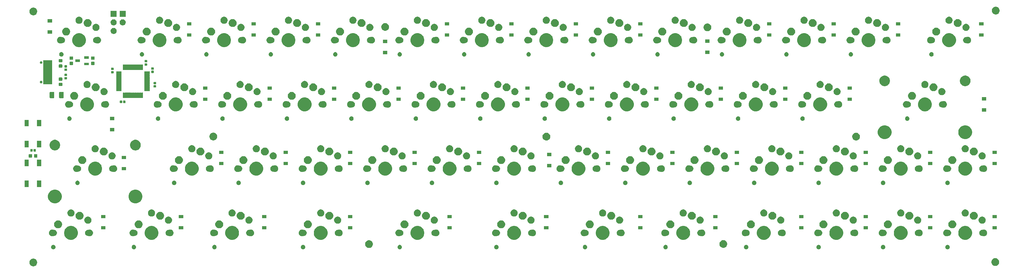
<source format=gbr>
G04 #@! TF.GenerationSoftware,KiCad,Pcbnew,(5.1.4-0-10_14)*
G04 #@! TF.CreationDate,2024-02-26T14:42:05+09:00*
G04 #@! TF.ProjectId,carry53-pcb,63617272-7935-4332-9d70-63622e6b6963,rev?*
G04 #@! TF.SameCoordinates,Original*
G04 #@! TF.FileFunction,Soldermask,Bot*
G04 #@! TF.FilePolarity,Negative*
%FSLAX46Y46*%
G04 Gerber Fmt 4.6, Leading zero omitted, Abs format (unit mm)*
G04 Created by KiCad (PCBNEW (5.1.4-0-10_14)) date 2024-02-26 14:42:05*
%MOMM*%
%LPD*%
G04 APERTURE LIST*
%ADD10C,0.100000*%
G04 APERTURE END LIST*
D10*
G36*
X15274049Y-88596616D02*
G01*
X15385234Y-88618732D01*
X15533350Y-88680084D01*
X15592200Y-88704460D01*
X15594703Y-88705497D01*
X15783220Y-88831460D01*
X15943540Y-88991780D01*
X16069503Y-89180297D01*
X16156268Y-89389766D01*
X16200500Y-89612136D01*
X16200500Y-89838864D01*
X16156268Y-90061234D01*
X16069503Y-90270703D01*
X15943540Y-90459220D01*
X15783220Y-90619540D01*
X15594703Y-90745503D01*
X15594702Y-90745504D01*
X15594701Y-90745504D01*
X15533350Y-90770916D01*
X15385234Y-90832268D01*
X15274049Y-90854384D01*
X15162865Y-90876500D01*
X14936135Y-90876500D01*
X14824951Y-90854384D01*
X14713766Y-90832268D01*
X14565650Y-90770916D01*
X14504299Y-90745504D01*
X14504298Y-90745504D01*
X14504297Y-90745503D01*
X14315780Y-90619540D01*
X14155460Y-90459220D01*
X14029497Y-90270703D01*
X13942732Y-90061234D01*
X13898500Y-89838864D01*
X13898500Y-89612136D01*
X13942732Y-89389766D01*
X14029497Y-89180297D01*
X14155460Y-88991780D01*
X14315780Y-88831460D01*
X14504297Y-88705497D01*
X14506801Y-88704460D01*
X14565650Y-88680084D01*
X14713766Y-88618732D01*
X14824951Y-88596616D01*
X14936135Y-88574500D01*
X15162865Y-88574500D01*
X15274049Y-88596616D01*
X15274049Y-88596616D01*
G37*
G36*
X299627049Y-88469616D02*
G01*
X299738234Y-88491732D01*
X299886350Y-88553084D01*
X299938054Y-88574500D01*
X299947703Y-88578497D01*
X300136220Y-88704460D01*
X300296540Y-88864780D01*
X300422503Y-89053297D01*
X300509268Y-89262766D01*
X300553500Y-89485136D01*
X300553500Y-89711864D01*
X300509268Y-89934234D01*
X300422503Y-90143703D01*
X300296540Y-90332220D01*
X300136220Y-90492540D01*
X299947703Y-90618503D01*
X299947702Y-90618504D01*
X299947701Y-90618504D01*
X299886350Y-90643916D01*
X299738234Y-90705268D01*
X299627049Y-90727384D01*
X299515865Y-90749500D01*
X299289135Y-90749500D01*
X299177951Y-90727384D01*
X299066766Y-90705268D01*
X298918650Y-90643916D01*
X298857299Y-90618504D01*
X298857298Y-90618504D01*
X298857297Y-90618503D01*
X298668780Y-90492540D01*
X298508460Y-90332220D01*
X298382497Y-90143703D01*
X298295732Y-89934234D01*
X298251500Y-89711864D01*
X298251500Y-89485136D01*
X298295732Y-89262766D01*
X298382497Y-89053297D01*
X298508460Y-88864780D01*
X298668780Y-88704460D01*
X298857297Y-88578497D01*
X298866947Y-88574500D01*
X298918650Y-88553084D01*
X299066766Y-88491732D01*
X299177951Y-88469616D01*
X299289135Y-88447500D01*
X299515865Y-88447500D01*
X299627049Y-88469616D01*
X299627049Y-88469616D01*
G37*
G36*
X247382390Y-84536517D02*
G01*
X247500864Y-84585591D01*
X247607488Y-84656835D01*
X247698165Y-84747512D01*
X247769409Y-84854136D01*
X247818483Y-84972610D01*
X247843500Y-85098382D01*
X247843500Y-85226618D01*
X247818483Y-85352390D01*
X247769409Y-85470864D01*
X247698165Y-85577488D01*
X247607488Y-85668165D01*
X247500864Y-85739409D01*
X247500863Y-85739410D01*
X247500862Y-85739410D01*
X247382390Y-85788483D01*
X247256619Y-85813500D01*
X247128381Y-85813500D01*
X247002610Y-85788483D01*
X246884138Y-85739410D01*
X246884137Y-85739410D01*
X246884136Y-85739409D01*
X246777512Y-85668165D01*
X246686835Y-85577488D01*
X246615591Y-85470864D01*
X246566517Y-85352390D01*
X246541500Y-85226618D01*
X246541500Y-85098382D01*
X246566517Y-84972610D01*
X246615591Y-84854136D01*
X246686835Y-84747512D01*
X246777512Y-84656835D01*
X246884136Y-84585591D01*
X247002610Y-84536517D01*
X247128381Y-84511500D01*
X247256619Y-84511500D01*
X247382390Y-84536517D01*
X247382390Y-84536517D01*
G37*
G36*
X225951140Y-84536517D02*
G01*
X226069614Y-84585591D01*
X226176238Y-84656835D01*
X226266915Y-84747512D01*
X226338159Y-84854136D01*
X226387233Y-84972610D01*
X226412250Y-85098382D01*
X226412250Y-85226618D01*
X226387233Y-85352390D01*
X226338159Y-85470864D01*
X226266915Y-85577488D01*
X226176238Y-85668165D01*
X226069614Y-85739409D01*
X226069613Y-85739410D01*
X226069612Y-85739410D01*
X225951140Y-85788483D01*
X225825369Y-85813500D01*
X225697131Y-85813500D01*
X225571360Y-85788483D01*
X225452888Y-85739410D01*
X225452887Y-85739410D01*
X225452886Y-85739409D01*
X225346262Y-85668165D01*
X225255585Y-85577488D01*
X225184341Y-85470864D01*
X225135267Y-85352390D01*
X225110250Y-85226618D01*
X225110250Y-85098382D01*
X225135267Y-84972610D01*
X225184341Y-84854136D01*
X225255585Y-84747512D01*
X225346262Y-84656835D01*
X225452886Y-84585591D01*
X225571360Y-84536517D01*
X225697131Y-84511500D01*
X225825369Y-84511500D01*
X225951140Y-84536517D01*
X225951140Y-84536517D01*
G37*
G36*
X202138640Y-84536517D02*
G01*
X202257114Y-84585591D01*
X202363738Y-84656835D01*
X202454415Y-84747512D01*
X202525659Y-84854136D01*
X202574733Y-84972610D01*
X202599750Y-85098382D01*
X202599750Y-85226618D01*
X202574733Y-85352390D01*
X202525659Y-85470864D01*
X202454415Y-85577488D01*
X202363738Y-85668165D01*
X202257114Y-85739409D01*
X202257113Y-85739410D01*
X202257112Y-85739410D01*
X202138640Y-85788483D01*
X202012869Y-85813500D01*
X201884631Y-85813500D01*
X201758860Y-85788483D01*
X201640388Y-85739410D01*
X201640387Y-85739410D01*
X201640386Y-85739409D01*
X201533762Y-85668165D01*
X201443085Y-85577488D01*
X201371841Y-85470864D01*
X201322767Y-85352390D01*
X201297750Y-85226618D01*
X201297750Y-85098382D01*
X201322767Y-84972610D01*
X201371841Y-84854136D01*
X201443085Y-84747512D01*
X201533762Y-84656835D01*
X201640386Y-84585591D01*
X201758860Y-84536517D01*
X201884631Y-84511500D01*
X202012869Y-84511500D01*
X202138640Y-84536517D01*
X202138640Y-84536517D01*
G37*
G36*
X178326140Y-84536517D02*
G01*
X178444614Y-84585591D01*
X178551238Y-84656835D01*
X178641915Y-84747512D01*
X178713159Y-84854136D01*
X178762233Y-84972610D01*
X178787250Y-85098382D01*
X178787250Y-85226618D01*
X178762233Y-85352390D01*
X178713159Y-85470864D01*
X178641915Y-85577488D01*
X178551238Y-85668165D01*
X178444614Y-85739409D01*
X178444613Y-85739410D01*
X178444612Y-85739410D01*
X178326140Y-85788483D01*
X178200369Y-85813500D01*
X178072131Y-85813500D01*
X177946360Y-85788483D01*
X177827888Y-85739410D01*
X177827887Y-85739410D01*
X177827886Y-85739409D01*
X177721262Y-85668165D01*
X177630585Y-85577488D01*
X177559341Y-85470864D01*
X177510267Y-85352390D01*
X177485250Y-85226618D01*
X177485250Y-85098382D01*
X177510267Y-84972610D01*
X177559341Y-84854136D01*
X177630585Y-84747512D01*
X177721262Y-84656835D01*
X177827886Y-84585591D01*
X177946360Y-84536517D01*
X178072131Y-84511500D01*
X178200369Y-84511500D01*
X178326140Y-84536517D01*
X178326140Y-84536517D01*
G37*
G36*
X152132390Y-84536517D02*
G01*
X152250864Y-84585591D01*
X152357488Y-84656835D01*
X152448165Y-84747512D01*
X152519409Y-84854136D01*
X152568483Y-84972610D01*
X152593500Y-85098382D01*
X152593500Y-85226618D01*
X152568483Y-85352390D01*
X152519409Y-85470864D01*
X152448165Y-85577488D01*
X152357488Y-85668165D01*
X152250864Y-85739409D01*
X152250863Y-85739410D01*
X152250862Y-85739410D01*
X152132390Y-85788483D01*
X152006619Y-85813500D01*
X151878381Y-85813500D01*
X151752610Y-85788483D01*
X151634138Y-85739410D01*
X151634137Y-85739410D01*
X151634136Y-85739409D01*
X151527512Y-85668165D01*
X151436835Y-85577488D01*
X151365591Y-85470864D01*
X151316517Y-85352390D01*
X151291500Y-85226618D01*
X151291500Y-85098382D01*
X151316517Y-84972610D01*
X151365591Y-84854136D01*
X151436835Y-84747512D01*
X151527512Y-84656835D01*
X151634136Y-84585591D01*
X151752610Y-84536517D01*
X151878381Y-84511500D01*
X152006619Y-84511500D01*
X152132390Y-84536517D01*
X152132390Y-84536517D01*
G37*
G36*
X123557390Y-84536517D02*
G01*
X123675864Y-84585591D01*
X123782488Y-84656835D01*
X123873165Y-84747512D01*
X123944409Y-84854136D01*
X123993483Y-84972610D01*
X124018500Y-85098382D01*
X124018500Y-85226618D01*
X123993483Y-85352390D01*
X123944409Y-85470864D01*
X123873165Y-85577488D01*
X123782488Y-85668165D01*
X123675864Y-85739409D01*
X123675863Y-85739410D01*
X123675862Y-85739410D01*
X123557390Y-85788483D01*
X123431619Y-85813500D01*
X123303381Y-85813500D01*
X123177610Y-85788483D01*
X123059138Y-85739410D01*
X123059137Y-85739410D01*
X123059136Y-85739409D01*
X122952512Y-85668165D01*
X122861835Y-85577488D01*
X122790591Y-85470864D01*
X122741517Y-85352390D01*
X122716500Y-85226618D01*
X122716500Y-85098382D01*
X122741517Y-84972610D01*
X122790591Y-84854136D01*
X122861835Y-84747512D01*
X122952512Y-84656835D01*
X123059136Y-84585591D01*
X123177610Y-84536517D01*
X123303381Y-84511500D01*
X123431619Y-84511500D01*
X123557390Y-84536517D01*
X123557390Y-84536517D01*
G37*
G36*
X94982390Y-84536517D02*
G01*
X95100864Y-84585591D01*
X95207488Y-84656835D01*
X95298165Y-84747512D01*
X95369409Y-84854136D01*
X95418483Y-84972610D01*
X95443500Y-85098382D01*
X95443500Y-85226618D01*
X95418483Y-85352390D01*
X95369409Y-85470864D01*
X95298165Y-85577488D01*
X95207488Y-85668165D01*
X95100864Y-85739409D01*
X95100863Y-85739410D01*
X95100862Y-85739410D01*
X94982390Y-85788483D01*
X94856619Y-85813500D01*
X94728381Y-85813500D01*
X94602610Y-85788483D01*
X94484138Y-85739410D01*
X94484137Y-85739410D01*
X94484136Y-85739409D01*
X94377512Y-85668165D01*
X94286835Y-85577488D01*
X94215591Y-85470864D01*
X94166517Y-85352390D01*
X94141500Y-85226618D01*
X94141500Y-85098382D01*
X94166517Y-84972610D01*
X94215591Y-84854136D01*
X94286835Y-84747512D01*
X94377512Y-84656835D01*
X94484136Y-84585591D01*
X94602610Y-84536517D01*
X94728381Y-84511500D01*
X94856619Y-84511500D01*
X94982390Y-84536517D01*
X94982390Y-84536517D01*
G37*
G36*
X68788640Y-84536517D02*
G01*
X68907114Y-84585591D01*
X69013738Y-84656835D01*
X69104415Y-84747512D01*
X69175659Y-84854136D01*
X69224733Y-84972610D01*
X69249750Y-85098382D01*
X69249750Y-85226618D01*
X69224733Y-85352390D01*
X69175659Y-85470864D01*
X69104415Y-85577488D01*
X69013738Y-85668165D01*
X68907114Y-85739409D01*
X68907113Y-85739410D01*
X68907112Y-85739410D01*
X68788640Y-85788483D01*
X68662869Y-85813500D01*
X68534631Y-85813500D01*
X68408860Y-85788483D01*
X68290388Y-85739410D01*
X68290387Y-85739410D01*
X68290386Y-85739409D01*
X68183762Y-85668165D01*
X68093085Y-85577488D01*
X68021841Y-85470864D01*
X67972767Y-85352390D01*
X67947750Y-85226618D01*
X67947750Y-85098382D01*
X67972767Y-84972610D01*
X68021841Y-84854136D01*
X68093085Y-84747512D01*
X68183762Y-84656835D01*
X68290386Y-84585591D01*
X68408860Y-84536517D01*
X68534631Y-84511500D01*
X68662869Y-84511500D01*
X68788640Y-84536517D01*
X68788640Y-84536517D01*
G37*
G36*
X44976140Y-84536517D02*
G01*
X45094614Y-84585591D01*
X45201238Y-84656835D01*
X45291915Y-84747512D01*
X45363159Y-84854136D01*
X45412233Y-84972610D01*
X45437250Y-85098382D01*
X45437250Y-85226618D01*
X45412233Y-85352390D01*
X45363159Y-85470864D01*
X45291915Y-85577488D01*
X45201238Y-85668165D01*
X45094614Y-85739409D01*
X45094613Y-85739410D01*
X45094612Y-85739410D01*
X44976140Y-85788483D01*
X44850369Y-85813500D01*
X44722131Y-85813500D01*
X44596360Y-85788483D01*
X44477888Y-85739410D01*
X44477887Y-85739410D01*
X44477886Y-85739409D01*
X44371262Y-85668165D01*
X44280585Y-85577488D01*
X44209341Y-85470864D01*
X44160267Y-85352390D01*
X44135250Y-85226618D01*
X44135250Y-85098382D01*
X44160267Y-84972610D01*
X44209341Y-84854136D01*
X44280585Y-84747512D01*
X44371262Y-84656835D01*
X44477886Y-84585591D01*
X44596360Y-84536517D01*
X44722131Y-84511500D01*
X44850369Y-84511500D01*
X44976140Y-84536517D01*
X44976140Y-84536517D01*
G37*
G36*
X21163640Y-84536517D02*
G01*
X21282114Y-84585591D01*
X21388738Y-84656835D01*
X21479415Y-84747512D01*
X21550659Y-84854136D01*
X21599733Y-84972610D01*
X21624750Y-85098382D01*
X21624750Y-85226618D01*
X21599733Y-85352390D01*
X21550659Y-85470864D01*
X21479415Y-85577488D01*
X21388738Y-85668165D01*
X21282114Y-85739409D01*
X21282113Y-85739410D01*
X21282112Y-85739410D01*
X21163640Y-85788483D01*
X21037869Y-85813500D01*
X20909631Y-85813500D01*
X20783860Y-85788483D01*
X20665388Y-85739410D01*
X20665387Y-85739410D01*
X20665386Y-85739409D01*
X20558762Y-85668165D01*
X20468085Y-85577488D01*
X20396841Y-85470864D01*
X20347767Y-85352390D01*
X20322750Y-85226618D01*
X20322750Y-85098382D01*
X20347767Y-84972610D01*
X20396841Y-84854136D01*
X20468085Y-84747512D01*
X20558762Y-84656835D01*
X20665386Y-84585591D01*
X20783860Y-84536517D01*
X20909631Y-84511500D01*
X21037869Y-84511500D01*
X21163640Y-84536517D01*
X21163640Y-84536517D01*
G37*
G36*
X266432390Y-84536517D02*
G01*
X266550864Y-84585591D01*
X266657488Y-84656835D01*
X266748165Y-84747512D01*
X266819409Y-84854136D01*
X266868483Y-84972610D01*
X266893500Y-85098382D01*
X266893500Y-85226618D01*
X266868483Y-85352390D01*
X266819409Y-85470864D01*
X266748165Y-85577488D01*
X266657488Y-85668165D01*
X266550864Y-85739409D01*
X266550863Y-85739410D01*
X266550862Y-85739410D01*
X266432390Y-85788483D01*
X266306619Y-85813500D01*
X266178381Y-85813500D01*
X266052610Y-85788483D01*
X265934138Y-85739410D01*
X265934137Y-85739410D01*
X265934136Y-85739409D01*
X265827512Y-85668165D01*
X265736835Y-85577488D01*
X265665591Y-85470864D01*
X265616517Y-85352390D01*
X265591500Y-85226618D01*
X265591500Y-85098382D01*
X265616517Y-84972610D01*
X265665591Y-84854136D01*
X265736835Y-84747512D01*
X265827512Y-84656835D01*
X265934136Y-84585591D01*
X266052610Y-84536517D01*
X266178381Y-84511500D01*
X266306619Y-84511500D01*
X266432390Y-84536517D01*
X266432390Y-84536517D01*
G37*
G36*
X285482390Y-84536517D02*
G01*
X285600864Y-84585591D01*
X285707488Y-84656835D01*
X285798165Y-84747512D01*
X285869409Y-84854136D01*
X285918483Y-84972610D01*
X285943500Y-85098382D01*
X285943500Y-85226618D01*
X285918483Y-85352390D01*
X285869409Y-85470864D01*
X285798165Y-85577488D01*
X285707488Y-85668165D01*
X285600864Y-85739409D01*
X285600863Y-85739410D01*
X285600862Y-85739410D01*
X285482390Y-85788483D01*
X285356619Y-85813500D01*
X285228381Y-85813500D01*
X285102610Y-85788483D01*
X284984138Y-85739410D01*
X284984137Y-85739410D01*
X284984136Y-85739409D01*
X284877512Y-85668165D01*
X284786835Y-85577488D01*
X284715591Y-85470864D01*
X284666517Y-85352390D01*
X284641500Y-85226618D01*
X284641500Y-85098382D01*
X284666517Y-84972610D01*
X284715591Y-84854136D01*
X284786835Y-84747512D01*
X284877512Y-84656835D01*
X284984136Y-84585591D01*
X285102610Y-84536517D01*
X285228381Y-84511500D01*
X285356619Y-84511500D01*
X285482390Y-84536517D01*
X285482390Y-84536517D01*
G37*
G36*
X114512049Y-83158616D02*
G01*
X114623234Y-83180732D01*
X114832703Y-83267497D01*
X115021220Y-83393460D01*
X115181540Y-83553780D01*
X115307503Y-83742297D01*
X115394268Y-83951766D01*
X115438500Y-84174136D01*
X115438500Y-84400864D01*
X115394268Y-84623234D01*
X115307503Y-84832703D01*
X115181540Y-85021220D01*
X115021220Y-85181540D01*
X114832703Y-85307503D01*
X114623234Y-85394268D01*
X114512049Y-85416384D01*
X114400865Y-85438500D01*
X114174135Y-85438500D01*
X114062951Y-85416384D01*
X113951766Y-85394268D01*
X113742297Y-85307503D01*
X113553780Y-85181540D01*
X113393460Y-85021220D01*
X113267497Y-84832703D01*
X113180732Y-84623234D01*
X113136500Y-84400864D01*
X113136500Y-84174136D01*
X113180732Y-83951766D01*
X113267497Y-83742297D01*
X113393460Y-83553780D01*
X113553780Y-83393460D01*
X113742297Y-83267497D01*
X113951766Y-83180732D01*
X114062951Y-83158616D01*
X114174135Y-83136500D01*
X114400865Y-83136500D01*
X114512049Y-83158616D01*
X114512049Y-83158616D01*
G37*
G36*
X219236049Y-83114616D02*
G01*
X219347234Y-83136732D01*
X219556703Y-83223497D01*
X219745220Y-83349460D01*
X219905540Y-83509780D01*
X220031503Y-83698297D01*
X220118268Y-83907766D01*
X220162500Y-84130136D01*
X220162500Y-84356864D01*
X220118268Y-84579234D01*
X220031503Y-84788703D01*
X219905540Y-84977220D01*
X219745220Y-85137540D01*
X219556703Y-85263503D01*
X219347234Y-85350268D01*
X219236049Y-85372384D01*
X219124865Y-85394500D01*
X218898135Y-85394500D01*
X218786951Y-85372384D01*
X218675766Y-85350268D01*
X218466297Y-85263503D01*
X218277780Y-85137540D01*
X218117460Y-84977220D01*
X217991497Y-84788703D01*
X217904732Y-84579234D01*
X217860500Y-84356864D01*
X217860500Y-84130136D01*
X217904732Y-83907766D01*
X217991497Y-83698297D01*
X218117460Y-83509780D01*
X218277780Y-83349460D01*
X218466297Y-83223497D01*
X218675766Y-83136732D01*
X218786951Y-83114616D01*
X218898135Y-83092500D01*
X219124865Y-83092500D01*
X219236049Y-83114616D01*
X219236049Y-83114616D01*
G37*
G36*
X26790224Y-78996184D02*
G01*
X27008224Y-79086483D01*
X27162373Y-79150333D01*
X27497298Y-79374123D01*
X27782127Y-79658952D01*
X28005917Y-79993877D01*
X28063581Y-80133091D01*
X28160066Y-80366026D01*
X28238650Y-80761094D01*
X28238650Y-81163906D01*
X28160066Y-81558974D01*
X28109201Y-81681772D01*
X28005917Y-81931123D01*
X27782127Y-82266048D01*
X27497298Y-82550877D01*
X27162373Y-82774667D01*
X27008224Y-82838517D01*
X26790224Y-82928816D01*
X26395156Y-83007400D01*
X25992344Y-83007400D01*
X25597276Y-82928816D01*
X25379276Y-82838517D01*
X25225127Y-82774667D01*
X24890202Y-82550877D01*
X24605373Y-82266048D01*
X24381583Y-81931123D01*
X24278299Y-81681772D01*
X24227434Y-81558974D01*
X24148850Y-81163906D01*
X24148850Y-80761094D01*
X24227434Y-80366026D01*
X24323919Y-80133091D01*
X24381583Y-79993877D01*
X24605373Y-79658952D01*
X24890202Y-79374123D01*
X25225127Y-79150333D01*
X25379276Y-79086483D01*
X25597276Y-78996184D01*
X25992344Y-78917600D01*
X26395156Y-78917600D01*
X26790224Y-78996184D01*
X26790224Y-78996184D01*
G37*
G36*
X50602724Y-78996184D02*
G01*
X50820724Y-79086483D01*
X50974873Y-79150333D01*
X51309798Y-79374123D01*
X51594627Y-79658952D01*
X51818417Y-79993877D01*
X51876081Y-80133091D01*
X51972566Y-80366026D01*
X52051150Y-80761094D01*
X52051150Y-81163906D01*
X51972566Y-81558974D01*
X51921701Y-81681772D01*
X51818417Y-81931123D01*
X51594627Y-82266048D01*
X51309798Y-82550877D01*
X50974873Y-82774667D01*
X50820724Y-82838517D01*
X50602724Y-82928816D01*
X50207656Y-83007400D01*
X49804844Y-83007400D01*
X49409776Y-82928816D01*
X49191776Y-82838517D01*
X49037627Y-82774667D01*
X48702702Y-82550877D01*
X48417873Y-82266048D01*
X48194083Y-81931123D01*
X48090799Y-81681772D01*
X48039934Y-81558974D01*
X47961350Y-81163906D01*
X47961350Y-80761094D01*
X48039934Y-80366026D01*
X48136419Y-80133091D01*
X48194083Y-79993877D01*
X48417873Y-79658952D01*
X48702702Y-79374123D01*
X49037627Y-79150333D01*
X49191776Y-79086483D01*
X49409776Y-78996184D01*
X49804844Y-78917600D01*
X50207656Y-78917600D01*
X50602724Y-78996184D01*
X50602724Y-78996184D01*
G37*
G36*
X74415224Y-78996184D02*
G01*
X74633224Y-79086483D01*
X74787373Y-79150333D01*
X75122298Y-79374123D01*
X75407127Y-79658952D01*
X75630917Y-79993877D01*
X75688581Y-80133091D01*
X75785066Y-80366026D01*
X75863650Y-80761094D01*
X75863650Y-81163906D01*
X75785066Y-81558974D01*
X75734201Y-81681772D01*
X75630917Y-81931123D01*
X75407127Y-82266048D01*
X75122298Y-82550877D01*
X74787373Y-82774667D01*
X74633224Y-82838517D01*
X74415224Y-82928816D01*
X74020156Y-83007400D01*
X73617344Y-83007400D01*
X73222276Y-82928816D01*
X73004276Y-82838517D01*
X72850127Y-82774667D01*
X72515202Y-82550877D01*
X72230373Y-82266048D01*
X72006583Y-81931123D01*
X71903299Y-81681772D01*
X71852434Y-81558974D01*
X71773850Y-81163906D01*
X71773850Y-80761094D01*
X71852434Y-80366026D01*
X71948919Y-80133091D01*
X72006583Y-79993877D01*
X72230373Y-79658952D01*
X72515202Y-79374123D01*
X72850127Y-79150333D01*
X73004276Y-79086483D01*
X73222276Y-78996184D01*
X73617344Y-78917600D01*
X74020156Y-78917600D01*
X74415224Y-78996184D01*
X74415224Y-78996184D01*
G37*
G36*
X100608974Y-78996184D02*
G01*
X100826974Y-79086483D01*
X100981123Y-79150333D01*
X101316048Y-79374123D01*
X101600877Y-79658952D01*
X101824667Y-79993877D01*
X101882331Y-80133091D01*
X101978816Y-80366026D01*
X102057400Y-80761094D01*
X102057400Y-81163906D01*
X101978816Y-81558974D01*
X101927951Y-81681772D01*
X101824667Y-81931123D01*
X101600877Y-82266048D01*
X101316048Y-82550877D01*
X100981123Y-82774667D01*
X100826974Y-82838517D01*
X100608974Y-82928816D01*
X100213906Y-83007400D01*
X99811094Y-83007400D01*
X99416026Y-82928816D01*
X99198026Y-82838517D01*
X99043877Y-82774667D01*
X98708952Y-82550877D01*
X98424123Y-82266048D01*
X98200333Y-81931123D01*
X98097049Y-81681772D01*
X98046184Y-81558974D01*
X97967600Y-81163906D01*
X97967600Y-80761094D01*
X98046184Y-80366026D01*
X98142669Y-80133091D01*
X98200333Y-79993877D01*
X98424123Y-79658952D01*
X98708952Y-79374123D01*
X99043877Y-79150333D01*
X99198026Y-79086483D01*
X99416026Y-78996184D01*
X99811094Y-78917600D01*
X100213906Y-78917600D01*
X100608974Y-78996184D01*
X100608974Y-78996184D01*
G37*
G36*
X129183974Y-78996184D02*
G01*
X129401974Y-79086483D01*
X129556123Y-79150333D01*
X129891048Y-79374123D01*
X130175877Y-79658952D01*
X130399667Y-79993877D01*
X130457331Y-80133091D01*
X130553816Y-80366026D01*
X130632400Y-80761094D01*
X130632400Y-81163906D01*
X130553816Y-81558974D01*
X130502951Y-81681772D01*
X130399667Y-81931123D01*
X130175877Y-82266048D01*
X129891048Y-82550877D01*
X129556123Y-82774667D01*
X129401974Y-82838517D01*
X129183974Y-82928816D01*
X128788906Y-83007400D01*
X128386094Y-83007400D01*
X127991026Y-82928816D01*
X127773026Y-82838517D01*
X127618877Y-82774667D01*
X127283952Y-82550877D01*
X126999123Y-82266048D01*
X126775333Y-81931123D01*
X126672049Y-81681772D01*
X126621184Y-81558974D01*
X126542600Y-81163906D01*
X126542600Y-80761094D01*
X126621184Y-80366026D01*
X126717669Y-80133091D01*
X126775333Y-79993877D01*
X126999123Y-79658952D01*
X127283952Y-79374123D01*
X127618877Y-79150333D01*
X127773026Y-79086483D01*
X127991026Y-78996184D01*
X128386094Y-78917600D01*
X128788906Y-78917600D01*
X129183974Y-78996184D01*
X129183974Y-78996184D01*
G37*
G36*
X157758974Y-78996184D02*
G01*
X157976974Y-79086483D01*
X158131123Y-79150333D01*
X158466048Y-79374123D01*
X158750877Y-79658952D01*
X158974667Y-79993877D01*
X159032331Y-80133091D01*
X159128816Y-80366026D01*
X159207400Y-80761094D01*
X159207400Y-81163906D01*
X159128816Y-81558974D01*
X159077951Y-81681772D01*
X158974667Y-81931123D01*
X158750877Y-82266048D01*
X158466048Y-82550877D01*
X158131123Y-82774667D01*
X157976974Y-82838517D01*
X157758974Y-82928816D01*
X157363906Y-83007400D01*
X156961094Y-83007400D01*
X156566026Y-82928816D01*
X156348026Y-82838517D01*
X156193877Y-82774667D01*
X155858952Y-82550877D01*
X155574123Y-82266048D01*
X155350333Y-81931123D01*
X155247049Y-81681772D01*
X155196184Y-81558974D01*
X155117600Y-81163906D01*
X155117600Y-80761094D01*
X155196184Y-80366026D01*
X155292669Y-80133091D01*
X155350333Y-79993877D01*
X155574123Y-79658952D01*
X155858952Y-79374123D01*
X156193877Y-79150333D01*
X156348026Y-79086483D01*
X156566026Y-78996184D01*
X156961094Y-78917600D01*
X157363906Y-78917600D01*
X157758974Y-78996184D01*
X157758974Y-78996184D01*
G37*
G36*
X183952724Y-78996184D02*
G01*
X184170724Y-79086483D01*
X184324873Y-79150333D01*
X184659798Y-79374123D01*
X184944627Y-79658952D01*
X185168417Y-79993877D01*
X185226081Y-80133091D01*
X185322566Y-80366026D01*
X185401150Y-80761094D01*
X185401150Y-81163906D01*
X185322566Y-81558974D01*
X185271701Y-81681772D01*
X185168417Y-81931123D01*
X184944627Y-82266048D01*
X184659798Y-82550877D01*
X184324873Y-82774667D01*
X184170724Y-82838517D01*
X183952724Y-82928816D01*
X183557656Y-83007400D01*
X183154844Y-83007400D01*
X182759776Y-82928816D01*
X182541776Y-82838517D01*
X182387627Y-82774667D01*
X182052702Y-82550877D01*
X181767873Y-82266048D01*
X181544083Y-81931123D01*
X181440799Y-81681772D01*
X181389934Y-81558974D01*
X181311350Y-81163906D01*
X181311350Y-80761094D01*
X181389934Y-80366026D01*
X181486419Y-80133091D01*
X181544083Y-79993877D01*
X181767873Y-79658952D01*
X182052702Y-79374123D01*
X182387627Y-79150333D01*
X182541776Y-79086483D01*
X182759776Y-78996184D01*
X183154844Y-78917600D01*
X183557656Y-78917600D01*
X183952724Y-78996184D01*
X183952724Y-78996184D01*
G37*
G36*
X207765224Y-78996184D02*
G01*
X207983224Y-79086483D01*
X208137373Y-79150333D01*
X208472298Y-79374123D01*
X208757127Y-79658952D01*
X208980917Y-79993877D01*
X209038581Y-80133091D01*
X209135066Y-80366026D01*
X209213650Y-80761094D01*
X209213650Y-81163906D01*
X209135066Y-81558974D01*
X209084201Y-81681772D01*
X208980917Y-81931123D01*
X208757127Y-82266048D01*
X208472298Y-82550877D01*
X208137373Y-82774667D01*
X207983224Y-82838517D01*
X207765224Y-82928816D01*
X207370156Y-83007400D01*
X206967344Y-83007400D01*
X206572276Y-82928816D01*
X206354276Y-82838517D01*
X206200127Y-82774667D01*
X205865202Y-82550877D01*
X205580373Y-82266048D01*
X205356583Y-81931123D01*
X205253299Y-81681772D01*
X205202434Y-81558974D01*
X205123850Y-81163906D01*
X205123850Y-80761094D01*
X205202434Y-80366026D01*
X205298919Y-80133091D01*
X205356583Y-79993877D01*
X205580373Y-79658952D01*
X205865202Y-79374123D01*
X206200127Y-79150333D01*
X206354276Y-79086483D01*
X206572276Y-78996184D01*
X206967344Y-78917600D01*
X207370156Y-78917600D01*
X207765224Y-78996184D01*
X207765224Y-78996184D01*
G37*
G36*
X231577724Y-78996184D02*
G01*
X231795724Y-79086483D01*
X231949873Y-79150333D01*
X232284798Y-79374123D01*
X232569627Y-79658952D01*
X232793417Y-79993877D01*
X232851081Y-80133091D01*
X232947566Y-80366026D01*
X233026150Y-80761094D01*
X233026150Y-81163906D01*
X232947566Y-81558974D01*
X232896701Y-81681772D01*
X232793417Y-81931123D01*
X232569627Y-82266048D01*
X232284798Y-82550877D01*
X231949873Y-82774667D01*
X231795724Y-82838517D01*
X231577724Y-82928816D01*
X231182656Y-83007400D01*
X230779844Y-83007400D01*
X230384776Y-82928816D01*
X230166776Y-82838517D01*
X230012627Y-82774667D01*
X229677702Y-82550877D01*
X229392873Y-82266048D01*
X229169083Y-81931123D01*
X229065799Y-81681772D01*
X229014934Y-81558974D01*
X228936350Y-81163906D01*
X228936350Y-80761094D01*
X229014934Y-80366026D01*
X229111419Y-80133091D01*
X229169083Y-79993877D01*
X229392873Y-79658952D01*
X229677702Y-79374123D01*
X230012627Y-79150333D01*
X230166776Y-79086483D01*
X230384776Y-78996184D01*
X230779844Y-78917600D01*
X231182656Y-78917600D01*
X231577724Y-78996184D01*
X231577724Y-78996184D01*
G37*
G36*
X253008974Y-78996184D02*
G01*
X253226974Y-79086483D01*
X253381123Y-79150333D01*
X253716048Y-79374123D01*
X254000877Y-79658952D01*
X254224667Y-79993877D01*
X254282331Y-80133091D01*
X254378816Y-80366026D01*
X254457400Y-80761094D01*
X254457400Y-81163906D01*
X254378816Y-81558974D01*
X254327951Y-81681772D01*
X254224667Y-81931123D01*
X254000877Y-82266048D01*
X253716048Y-82550877D01*
X253381123Y-82774667D01*
X253226974Y-82838517D01*
X253008974Y-82928816D01*
X252613906Y-83007400D01*
X252211094Y-83007400D01*
X251816026Y-82928816D01*
X251598026Y-82838517D01*
X251443877Y-82774667D01*
X251108952Y-82550877D01*
X250824123Y-82266048D01*
X250600333Y-81931123D01*
X250497049Y-81681772D01*
X250446184Y-81558974D01*
X250367600Y-81163906D01*
X250367600Y-80761094D01*
X250446184Y-80366026D01*
X250542669Y-80133091D01*
X250600333Y-79993877D01*
X250824123Y-79658952D01*
X251108952Y-79374123D01*
X251443877Y-79150333D01*
X251598026Y-79086483D01*
X251816026Y-78996184D01*
X252211094Y-78917600D01*
X252613906Y-78917600D01*
X253008974Y-78996184D01*
X253008974Y-78996184D01*
G37*
G36*
X272058974Y-78996184D02*
G01*
X272276974Y-79086483D01*
X272431123Y-79150333D01*
X272766048Y-79374123D01*
X273050877Y-79658952D01*
X273274667Y-79993877D01*
X273332331Y-80133091D01*
X273428816Y-80366026D01*
X273507400Y-80761094D01*
X273507400Y-81163906D01*
X273428816Y-81558974D01*
X273377951Y-81681772D01*
X273274667Y-81931123D01*
X273050877Y-82266048D01*
X272766048Y-82550877D01*
X272431123Y-82774667D01*
X272276974Y-82838517D01*
X272058974Y-82928816D01*
X271663906Y-83007400D01*
X271261094Y-83007400D01*
X270866026Y-82928816D01*
X270648026Y-82838517D01*
X270493877Y-82774667D01*
X270158952Y-82550877D01*
X269874123Y-82266048D01*
X269650333Y-81931123D01*
X269547049Y-81681772D01*
X269496184Y-81558974D01*
X269417600Y-81163906D01*
X269417600Y-80761094D01*
X269496184Y-80366026D01*
X269592669Y-80133091D01*
X269650333Y-79993877D01*
X269874123Y-79658952D01*
X270158952Y-79374123D01*
X270493877Y-79150333D01*
X270648026Y-79086483D01*
X270866026Y-78996184D01*
X271261094Y-78917600D01*
X271663906Y-78917600D01*
X272058974Y-78996184D01*
X272058974Y-78996184D01*
G37*
G36*
X291108974Y-78996184D02*
G01*
X291326974Y-79086483D01*
X291481123Y-79150333D01*
X291816048Y-79374123D01*
X292100877Y-79658952D01*
X292324667Y-79993877D01*
X292382331Y-80133091D01*
X292478816Y-80366026D01*
X292557400Y-80761094D01*
X292557400Y-81163906D01*
X292478816Y-81558974D01*
X292427951Y-81681772D01*
X292324667Y-81931123D01*
X292100877Y-82266048D01*
X291816048Y-82550877D01*
X291481123Y-82774667D01*
X291326974Y-82838517D01*
X291108974Y-82928816D01*
X290713906Y-83007400D01*
X290311094Y-83007400D01*
X289916026Y-82928816D01*
X289698026Y-82838517D01*
X289543877Y-82774667D01*
X289208952Y-82550877D01*
X288924123Y-82266048D01*
X288700333Y-81931123D01*
X288597049Y-81681772D01*
X288546184Y-81558974D01*
X288467600Y-81163906D01*
X288467600Y-80761094D01*
X288546184Y-80366026D01*
X288642669Y-80133091D01*
X288700333Y-79993877D01*
X288924123Y-79658952D01*
X289208952Y-79374123D01*
X289543877Y-79150333D01*
X289698026Y-79086483D01*
X289916026Y-78996184D01*
X290311094Y-78917600D01*
X290713906Y-78917600D01*
X291108974Y-78996184D01*
X291108974Y-78996184D01*
G37*
G36*
X296304481Y-79999968D02*
G01*
X296369705Y-80026985D01*
X296478586Y-80072085D01*
X296486651Y-80075426D01*
X296650600Y-80184973D01*
X296790027Y-80324400D01*
X296899574Y-80488349D01*
X296899575Y-80488351D01*
X296921675Y-80541705D01*
X296975032Y-80670519D01*
X297013500Y-80863910D01*
X297013500Y-81061090D01*
X296979384Y-81232604D01*
X296975032Y-81254480D01*
X296914290Y-81401125D01*
X296899574Y-81436651D01*
X296790027Y-81600600D01*
X296650600Y-81740027D01*
X296486651Y-81849574D01*
X296486650Y-81849575D01*
X296486649Y-81849575D01*
X296433295Y-81871675D01*
X296304481Y-81925032D01*
X296111091Y-81963500D01*
X295913909Y-81963500D01*
X295817215Y-81944266D01*
X295720519Y-81925032D01*
X295655294Y-81898015D01*
X295631846Y-81890902D01*
X295607460Y-81888500D01*
X295501297Y-81888500D01*
X295322396Y-81852915D01*
X295153874Y-81783111D01*
X295002209Y-81681772D01*
X294873228Y-81552791D01*
X294771889Y-81401126D01*
X294702085Y-81232604D01*
X294666500Y-81053703D01*
X294666500Y-80871297D01*
X294702085Y-80692396D01*
X294771889Y-80523874D01*
X294873228Y-80372209D01*
X295002209Y-80243228D01*
X295153874Y-80141889D01*
X295322396Y-80072085D01*
X295501297Y-80036500D01*
X295607460Y-80036500D01*
X295631846Y-80034098D01*
X295655295Y-80026985D01*
X295720519Y-79999968D01*
X295913909Y-79961500D01*
X296111091Y-79961500D01*
X296304481Y-79999968D01*
X296304481Y-79999968D01*
G37*
G36*
X20985731Y-79999968D02*
G01*
X21050955Y-80026985D01*
X21074404Y-80034098D01*
X21098790Y-80036500D01*
X21204953Y-80036500D01*
X21383854Y-80072085D01*
X21552376Y-80141889D01*
X21704041Y-80243228D01*
X21833022Y-80372209D01*
X21934361Y-80523874D01*
X22004165Y-80692396D01*
X22039750Y-80871297D01*
X22039750Y-81053703D01*
X22004165Y-81232604D01*
X21934361Y-81401126D01*
X21833022Y-81552791D01*
X21704041Y-81681772D01*
X21552376Y-81783111D01*
X21383854Y-81852915D01*
X21204953Y-81888500D01*
X21098790Y-81888500D01*
X21074404Y-81890902D01*
X21050956Y-81898015D01*
X20985731Y-81925032D01*
X20889035Y-81944266D01*
X20792341Y-81963500D01*
X20595159Y-81963500D01*
X20498465Y-81944266D01*
X20401769Y-81925032D01*
X20272955Y-81871675D01*
X20219601Y-81849575D01*
X20219600Y-81849575D01*
X20219599Y-81849574D01*
X20055650Y-81740027D01*
X19916223Y-81600600D01*
X19806676Y-81436651D01*
X19791961Y-81401125D01*
X19731218Y-81254480D01*
X19726867Y-81232604D01*
X19692750Y-81061090D01*
X19692750Y-80863910D01*
X19731218Y-80670519D01*
X19784575Y-80541705D01*
X19806675Y-80488351D01*
X19806676Y-80488349D01*
X19916223Y-80324400D01*
X20055650Y-80184973D01*
X20219599Y-80075426D01*
X20227665Y-80072085D01*
X20336545Y-80026985D01*
X20401769Y-79999968D01*
X20595159Y-79961500D01*
X20792341Y-79961500D01*
X20985731Y-79999968D01*
X20985731Y-79999968D01*
G37*
G36*
X258204481Y-79999968D02*
G01*
X258269705Y-80026985D01*
X258378586Y-80072085D01*
X258386651Y-80075426D01*
X258550600Y-80184973D01*
X258690027Y-80324400D01*
X258799574Y-80488349D01*
X258799575Y-80488351D01*
X258821675Y-80541705D01*
X258875032Y-80670519D01*
X258913500Y-80863910D01*
X258913500Y-81061090D01*
X258879384Y-81232604D01*
X258875032Y-81254480D01*
X258814290Y-81401125D01*
X258799574Y-81436651D01*
X258690027Y-81600600D01*
X258550600Y-81740027D01*
X258386651Y-81849574D01*
X258386650Y-81849575D01*
X258386649Y-81849575D01*
X258333295Y-81871675D01*
X258204481Y-81925032D01*
X258011091Y-81963500D01*
X257813909Y-81963500D01*
X257717215Y-81944266D01*
X257620519Y-81925032D01*
X257555294Y-81898015D01*
X257531846Y-81890902D01*
X257507460Y-81888500D01*
X257401297Y-81888500D01*
X257222396Y-81852915D01*
X257053874Y-81783111D01*
X256902209Y-81681772D01*
X256773228Y-81552791D01*
X256671889Y-81401126D01*
X256602085Y-81232604D01*
X256566500Y-81053703D01*
X256566500Y-80871297D01*
X256602085Y-80692396D01*
X256671889Y-80523874D01*
X256773228Y-80372209D01*
X256902209Y-80243228D01*
X257053874Y-80141889D01*
X257222396Y-80072085D01*
X257401297Y-80036500D01*
X257507460Y-80036500D01*
X257531846Y-80034098D01*
X257555295Y-80026985D01*
X257620519Y-79999968D01*
X257813909Y-79961500D01*
X258011091Y-79961500D01*
X258204481Y-79999968D01*
X258204481Y-79999968D01*
G37*
G36*
X277254481Y-79999968D02*
G01*
X277319705Y-80026985D01*
X277428586Y-80072085D01*
X277436651Y-80075426D01*
X277600600Y-80184973D01*
X277740027Y-80324400D01*
X277849574Y-80488349D01*
X277849575Y-80488351D01*
X277871675Y-80541705D01*
X277925032Y-80670519D01*
X277963500Y-80863910D01*
X277963500Y-81061090D01*
X277929384Y-81232604D01*
X277925032Y-81254480D01*
X277864290Y-81401125D01*
X277849574Y-81436651D01*
X277740027Y-81600600D01*
X277600600Y-81740027D01*
X277436651Y-81849574D01*
X277436650Y-81849575D01*
X277436649Y-81849575D01*
X277383295Y-81871675D01*
X277254481Y-81925032D01*
X277061091Y-81963500D01*
X276863909Y-81963500D01*
X276767215Y-81944266D01*
X276670519Y-81925032D01*
X276605294Y-81898015D01*
X276581846Y-81890902D01*
X276557460Y-81888500D01*
X276451297Y-81888500D01*
X276272396Y-81852915D01*
X276103874Y-81783111D01*
X275952209Y-81681772D01*
X275823228Y-81552791D01*
X275721889Y-81401126D01*
X275652085Y-81232604D01*
X275616500Y-81053703D01*
X275616500Y-80871297D01*
X275652085Y-80692396D01*
X275721889Y-80523874D01*
X275823228Y-80372209D01*
X275952209Y-80243228D01*
X276103874Y-80141889D01*
X276272396Y-80072085D01*
X276451297Y-80036500D01*
X276557460Y-80036500D01*
X276581846Y-80034098D01*
X276605295Y-80026985D01*
X276670519Y-79999968D01*
X276863909Y-79961500D01*
X277061091Y-79961500D01*
X277254481Y-79999968D01*
X277254481Y-79999968D01*
G37*
G36*
X266254481Y-79999968D02*
G01*
X266319705Y-80026985D01*
X266343154Y-80034098D01*
X266367540Y-80036500D01*
X266473703Y-80036500D01*
X266652604Y-80072085D01*
X266821126Y-80141889D01*
X266972791Y-80243228D01*
X267101772Y-80372209D01*
X267203111Y-80523874D01*
X267272915Y-80692396D01*
X267308500Y-80871297D01*
X267308500Y-81053703D01*
X267272915Y-81232604D01*
X267203111Y-81401126D01*
X267101772Y-81552791D01*
X266972791Y-81681772D01*
X266821126Y-81783111D01*
X266652604Y-81852915D01*
X266473703Y-81888500D01*
X266367540Y-81888500D01*
X266343154Y-81890902D01*
X266319706Y-81898015D01*
X266254481Y-81925032D01*
X266061091Y-81963500D01*
X265863909Y-81963500D01*
X265767215Y-81944266D01*
X265670519Y-81925032D01*
X265541705Y-81871675D01*
X265488351Y-81849575D01*
X265488350Y-81849575D01*
X265488349Y-81849574D01*
X265324400Y-81740027D01*
X265184973Y-81600600D01*
X265075426Y-81436651D01*
X265060711Y-81401125D01*
X264999968Y-81254480D01*
X264995617Y-81232604D01*
X264961500Y-81061090D01*
X264961500Y-80863910D01*
X264999968Y-80670519D01*
X265053325Y-80541705D01*
X265075425Y-80488351D01*
X265075426Y-80488349D01*
X265184973Y-80324400D01*
X265324400Y-80184973D01*
X265488349Y-80075426D01*
X265496415Y-80072085D01*
X265605295Y-80026985D01*
X265670519Y-79999968D01*
X265863909Y-79961500D01*
X266061091Y-79961500D01*
X266254481Y-79999968D01*
X266254481Y-79999968D01*
G37*
G36*
X178148231Y-79999968D02*
G01*
X178213455Y-80026985D01*
X178236904Y-80034098D01*
X178261290Y-80036500D01*
X178367453Y-80036500D01*
X178546354Y-80072085D01*
X178714876Y-80141889D01*
X178866541Y-80243228D01*
X178995522Y-80372209D01*
X179096861Y-80523874D01*
X179166665Y-80692396D01*
X179202250Y-80871297D01*
X179202250Y-81053703D01*
X179166665Y-81232604D01*
X179096861Y-81401126D01*
X178995522Y-81552791D01*
X178866541Y-81681772D01*
X178714876Y-81783111D01*
X178546354Y-81852915D01*
X178367453Y-81888500D01*
X178261290Y-81888500D01*
X178236904Y-81890902D01*
X178213456Y-81898015D01*
X178148231Y-81925032D01*
X177954841Y-81963500D01*
X177757659Y-81963500D01*
X177660965Y-81944266D01*
X177564269Y-81925032D01*
X177435455Y-81871675D01*
X177382101Y-81849575D01*
X177382100Y-81849575D01*
X177382099Y-81849574D01*
X177218150Y-81740027D01*
X177078723Y-81600600D01*
X176969176Y-81436651D01*
X176954461Y-81401125D01*
X176893718Y-81254480D01*
X176889367Y-81232604D01*
X176855250Y-81061090D01*
X176855250Y-80863910D01*
X176893718Y-80670519D01*
X176947075Y-80541705D01*
X176969175Y-80488351D01*
X176969176Y-80488349D01*
X177078723Y-80324400D01*
X177218150Y-80184973D01*
X177382099Y-80075426D01*
X177390165Y-80072085D01*
X177499045Y-80026985D01*
X177564269Y-79999968D01*
X177757659Y-79961500D01*
X177954841Y-79961500D01*
X178148231Y-79999968D01*
X178148231Y-79999968D01*
G37*
G36*
X189148231Y-79999968D02*
G01*
X189213455Y-80026985D01*
X189322336Y-80072085D01*
X189330401Y-80075426D01*
X189494350Y-80184973D01*
X189633777Y-80324400D01*
X189743324Y-80488349D01*
X189743325Y-80488351D01*
X189765425Y-80541705D01*
X189818782Y-80670519D01*
X189857250Y-80863910D01*
X189857250Y-81061090D01*
X189823134Y-81232604D01*
X189818782Y-81254480D01*
X189758040Y-81401125D01*
X189743324Y-81436651D01*
X189633777Y-81600600D01*
X189494350Y-81740027D01*
X189330401Y-81849574D01*
X189330400Y-81849575D01*
X189330399Y-81849575D01*
X189277045Y-81871675D01*
X189148231Y-81925032D01*
X188954841Y-81963500D01*
X188757659Y-81963500D01*
X188660965Y-81944266D01*
X188564269Y-81925032D01*
X188499044Y-81898015D01*
X188475596Y-81890902D01*
X188451210Y-81888500D01*
X188345047Y-81888500D01*
X188166146Y-81852915D01*
X187997624Y-81783111D01*
X187845959Y-81681772D01*
X187716978Y-81552791D01*
X187615639Y-81401126D01*
X187545835Y-81232604D01*
X187510250Y-81053703D01*
X187510250Y-80871297D01*
X187545835Y-80692396D01*
X187615639Y-80523874D01*
X187716978Y-80372209D01*
X187845959Y-80243228D01*
X187997624Y-80141889D01*
X188166146Y-80072085D01*
X188345047Y-80036500D01*
X188451210Y-80036500D01*
X188475596Y-80034098D01*
X188499045Y-80026985D01*
X188564269Y-79999968D01*
X188757659Y-79961500D01*
X188954841Y-79961500D01*
X189148231Y-79999968D01*
X189148231Y-79999968D01*
G37*
G36*
X285304481Y-79999968D02*
G01*
X285369705Y-80026985D01*
X285393154Y-80034098D01*
X285417540Y-80036500D01*
X285523703Y-80036500D01*
X285702604Y-80072085D01*
X285871126Y-80141889D01*
X286022791Y-80243228D01*
X286151772Y-80372209D01*
X286253111Y-80523874D01*
X286322915Y-80692396D01*
X286358500Y-80871297D01*
X286358500Y-81053703D01*
X286322915Y-81232604D01*
X286253111Y-81401126D01*
X286151772Y-81552791D01*
X286022791Y-81681772D01*
X285871126Y-81783111D01*
X285702604Y-81852915D01*
X285523703Y-81888500D01*
X285417540Y-81888500D01*
X285393154Y-81890902D01*
X285369706Y-81898015D01*
X285304481Y-81925032D01*
X285111091Y-81963500D01*
X284913909Y-81963500D01*
X284817215Y-81944266D01*
X284720519Y-81925032D01*
X284591705Y-81871675D01*
X284538351Y-81849575D01*
X284538350Y-81849575D01*
X284538349Y-81849574D01*
X284374400Y-81740027D01*
X284234973Y-81600600D01*
X284125426Y-81436651D01*
X284110711Y-81401125D01*
X284049968Y-81254480D01*
X284045617Y-81232604D01*
X284011500Y-81061090D01*
X284011500Y-80863910D01*
X284049968Y-80670519D01*
X284103325Y-80541705D01*
X284125425Y-80488351D01*
X284125426Y-80488349D01*
X284234973Y-80324400D01*
X284374400Y-80184973D01*
X284538349Y-80075426D01*
X284546415Y-80072085D01*
X284655295Y-80026985D01*
X284720519Y-79999968D01*
X284913909Y-79961500D01*
X285111091Y-79961500D01*
X285304481Y-79999968D01*
X285304481Y-79999968D01*
G37*
G36*
X162954481Y-79999968D02*
G01*
X163019705Y-80026985D01*
X163128586Y-80072085D01*
X163136651Y-80075426D01*
X163300600Y-80184973D01*
X163440027Y-80324400D01*
X163549574Y-80488349D01*
X163549575Y-80488351D01*
X163571675Y-80541705D01*
X163625032Y-80670519D01*
X163663500Y-80863910D01*
X163663500Y-81061090D01*
X163629384Y-81232604D01*
X163625032Y-81254480D01*
X163564290Y-81401125D01*
X163549574Y-81436651D01*
X163440027Y-81600600D01*
X163300600Y-81740027D01*
X163136651Y-81849574D01*
X163136650Y-81849575D01*
X163136649Y-81849575D01*
X163083295Y-81871675D01*
X162954481Y-81925032D01*
X162761091Y-81963500D01*
X162563909Y-81963500D01*
X162467215Y-81944266D01*
X162370519Y-81925032D01*
X162305294Y-81898015D01*
X162281846Y-81890902D01*
X162257460Y-81888500D01*
X162151297Y-81888500D01*
X161972396Y-81852915D01*
X161803874Y-81783111D01*
X161652209Y-81681772D01*
X161523228Y-81552791D01*
X161421889Y-81401126D01*
X161352085Y-81232604D01*
X161316500Y-81053703D01*
X161316500Y-80871297D01*
X161352085Y-80692396D01*
X161421889Y-80523874D01*
X161523228Y-80372209D01*
X161652209Y-80243228D01*
X161803874Y-80141889D01*
X161972396Y-80072085D01*
X162151297Y-80036500D01*
X162257460Y-80036500D01*
X162281846Y-80034098D01*
X162305295Y-80026985D01*
X162370519Y-79999968D01*
X162563909Y-79961500D01*
X162761091Y-79961500D01*
X162954481Y-79999968D01*
X162954481Y-79999968D01*
G37*
G36*
X151954481Y-79999968D02*
G01*
X152019705Y-80026985D01*
X152043154Y-80034098D01*
X152067540Y-80036500D01*
X152173703Y-80036500D01*
X152352604Y-80072085D01*
X152521126Y-80141889D01*
X152672791Y-80243228D01*
X152801772Y-80372209D01*
X152903111Y-80523874D01*
X152972915Y-80692396D01*
X153008500Y-80871297D01*
X153008500Y-81053703D01*
X152972915Y-81232604D01*
X152903111Y-81401126D01*
X152801772Y-81552791D01*
X152672791Y-81681772D01*
X152521126Y-81783111D01*
X152352604Y-81852915D01*
X152173703Y-81888500D01*
X152067540Y-81888500D01*
X152043154Y-81890902D01*
X152019706Y-81898015D01*
X151954481Y-81925032D01*
X151761091Y-81963500D01*
X151563909Y-81963500D01*
X151467215Y-81944266D01*
X151370519Y-81925032D01*
X151241705Y-81871675D01*
X151188351Y-81849575D01*
X151188350Y-81849575D01*
X151188349Y-81849574D01*
X151024400Y-81740027D01*
X150884973Y-81600600D01*
X150775426Y-81436651D01*
X150760711Y-81401125D01*
X150699968Y-81254480D01*
X150695617Y-81232604D01*
X150661500Y-81061090D01*
X150661500Y-80863910D01*
X150699968Y-80670519D01*
X150753325Y-80541705D01*
X150775425Y-80488351D01*
X150775426Y-80488349D01*
X150884973Y-80324400D01*
X151024400Y-80184973D01*
X151188349Y-80075426D01*
X151196415Y-80072085D01*
X151305295Y-80026985D01*
X151370519Y-79999968D01*
X151563909Y-79961500D01*
X151761091Y-79961500D01*
X151954481Y-79999968D01*
X151954481Y-79999968D01*
G37*
G36*
X44798231Y-79999968D02*
G01*
X44863455Y-80026985D01*
X44886904Y-80034098D01*
X44911290Y-80036500D01*
X45017453Y-80036500D01*
X45196354Y-80072085D01*
X45364876Y-80141889D01*
X45516541Y-80243228D01*
X45645522Y-80372209D01*
X45746861Y-80523874D01*
X45816665Y-80692396D01*
X45852250Y-80871297D01*
X45852250Y-81053703D01*
X45816665Y-81232604D01*
X45746861Y-81401126D01*
X45645522Y-81552791D01*
X45516541Y-81681772D01*
X45364876Y-81783111D01*
X45196354Y-81852915D01*
X45017453Y-81888500D01*
X44911290Y-81888500D01*
X44886904Y-81890902D01*
X44863456Y-81898015D01*
X44798231Y-81925032D01*
X44701535Y-81944266D01*
X44604841Y-81963500D01*
X44407659Y-81963500D01*
X44310965Y-81944266D01*
X44214269Y-81925032D01*
X44085455Y-81871675D01*
X44032101Y-81849575D01*
X44032100Y-81849575D01*
X44032099Y-81849574D01*
X43868150Y-81740027D01*
X43728723Y-81600600D01*
X43619176Y-81436651D01*
X43604461Y-81401125D01*
X43543718Y-81254480D01*
X43539367Y-81232604D01*
X43505250Y-81061090D01*
X43505250Y-80863910D01*
X43543718Y-80670519D01*
X43597075Y-80541705D01*
X43619175Y-80488351D01*
X43619176Y-80488349D01*
X43728723Y-80324400D01*
X43868150Y-80184973D01*
X44032099Y-80075426D01*
X44040165Y-80072085D01*
X44149045Y-80026985D01*
X44214269Y-79999968D01*
X44407659Y-79961500D01*
X44604841Y-79961500D01*
X44798231Y-79999968D01*
X44798231Y-79999968D01*
G37*
G36*
X55798231Y-79999968D02*
G01*
X55863455Y-80026985D01*
X55972336Y-80072085D01*
X55980401Y-80075426D01*
X56144350Y-80184973D01*
X56283777Y-80324400D01*
X56393324Y-80488349D01*
X56393325Y-80488351D01*
X56415425Y-80541705D01*
X56468782Y-80670519D01*
X56507250Y-80863910D01*
X56507250Y-81061090D01*
X56473134Y-81232604D01*
X56468782Y-81254480D01*
X56408040Y-81401125D01*
X56393324Y-81436651D01*
X56283777Y-81600600D01*
X56144350Y-81740027D01*
X55980401Y-81849574D01*
X55980400Y-81849575D01*
X55980399Y-81849575D01*
X55927045Y-81871675D01*
X55798231Y-81925032D01*
X55701535Y-81944266D01*
X55604841Y-81963500D01*
X55407659Y-81963500D01*
X55310965Y-81944266D01*
X55214269Y-81925032D01*
X55149044Y-81898015D01*
X55125596Y-81890902D01*
X55101210Y-81888500D01*
X54995047Y-81888500D01*
X54816146Y-81852915D01*
X54647624Y-81783111D01*
X54495959Y-81681772D01*
X54366978Y-81552791D01*
X54265639Y-81401126D01*
X54195835Y-81232604D01*
X54160250Y-81053703D01*
X54160250Y-80871297D01*
X54195835Y-80692396D01*
X54265639Y-80523874D01*
X54366978Y-80372209D01*
X54495959Y-80243228D01*
X54647624Y-80141889D01*
X54816146Y-80072085D01*
X54995047Y-80036500D01*
X55101210Y-80036500D01*
X55125596Y-80034098D01*
X55149045Y-80026985D01*
X55214269Y-79999968D01*
X55407659Y-79961500D01*
X55604841Y-79961500D01*
X55798231Y-79999968D01*
X55798231Y-79999968D01*
G37*
G36*
X247204481Y-79999968D02*
G01*
X247269705Y-80026985D01*
X247293154Y-80034098D01*
X247317540Y-80036500D01*
X247423703Y-80036500D01*
X247602604Y-80072085D01*
X247771126Y-80141889D01*
X247922791Y-80243228D01*
X248051772Y-80372209D01*
X248153111Y-80523874D01*
X248222915Y-80692396D01*
X248258500Y-80871297D01*
X248258500Y-81053703D01*
X248222915Y-81232604D01*
X248153111Y-81401126D01*
X248051772Y-81552791D01*
X247922791Y-81681772D01*
X247771126Y-81783111D01*
X247602604Y-81852915D01*
X247423703Y-81888500D01*
X247317540Y-81888500D01*
X247293154Y-81890902D01*
X247269706Y-81898015D01*
X247204481Y-81925032D01*
X247011091Y-81963500D01*
X246813909Y-81963500D01*
X246717215Y-81944266D01*
X246620519Y-81925032D01*
X246491705Y-81871675D01*
X246438351Y-81849575D01*
X246438350Y-81849575D01*
X246438349Y-81849574D01*
X246274400Y-81740027D01*
X246134973Y-81600600D01*
X246025426Y-81436651D01*
X246010711Y-81401125D01*
X245949968Y-81254480D01*
X245945617Y-81232604D01*
X245911500Y-81061090D01*
X245911500Y-80863910D01*
X245949968Y-80670519D01*
X246003325Y-80541705D01*
X246025425Y-80488351D01*
X246025426Y-80488349D01*
X246134973Y-80324400D01*
X246274400Y-80184973D01*
X246438349Y-80075426D01*
X246446415Y-80072085D01*
X246555295Y-80026985D01*
X246620519Y-79999968D01*
X246813909Y-79961500D01*
X247011091Y-79961500D01*
X247204481Y-79999968D01*
X247204481Y-79999968D01*
G37*
G36*
X201960731Y-79999968D02*
G01*
X202025955Y-80026985D01*
X202049404Y-80034098D01*
X202073790Y-80036500D01*
X202179953Y-80036500D01*
X202358854Y-80072085D01*
X202527376Y-80141889D01*
X202679041Y-80243228D01*
X202808022Y-80372209D01*
X202909361Y-80523874D01*
X202979165Y-80692396D01*
X203014750Y-80871297D01*
X203014750Y-81053703D01*
X202979165Y-81232604D01*
X202909361Y-81401126D01*
X202808022Y-81552791D01*
X202679041Y-81681772D01*
X202527376Y-81783111D01*
X202358854Y-81852915D01*
X202179953Y-81888500D01*
X202073790Y-81888500D01*
X202049404Y-81890902D01*
X202025956Y-81898015D01*
X201960731Y-81925032D01*
X201767341Y-81963500D01*
X201570159Y-81963500D01*
X201473465Y-81944266D01*
X201376769Y-81925032D01*
X201247955Y-81871675D01*
X201194601Y-81849575D01*
X201194600Y-81849575D01*
X201194599Y-81849574D01*
X201030650Y-81740027D01*
X200891223Y-81600600D01*
X200781676Y-81436651D01*
X200766961Y-81401125D01*
X200706218Y-81254480D01*
X200701867Y-81232604D01*
X200667750Y-81061090D01*
X200667750Y-80863910D01*
X200706218Y-80670519D01*
X200759575Y-80541705D01*
X200781675Y-80488351D01*
X200781676Y-80488349D01*
X200891223Y-80324400D01*
X201030650Y-80184973D01*
X201194599Y-80075426D01*
X201202665Y-80072085D01*
X201311545Y-80026985D01*
X201376769Y-79999968D01*
X201570159Y-79961500D01*
X201767341Y-79961500D01*
X201960731Y-79999968D01*
X201960731Y-79999968D01*
G37*
G36*
X212960731Y-79999968D02*
G01*
X213025955Y-80026985D01*
X213134836Y-80072085D01*
X213142901Y-80075426D01*
X213306850Y-80184973D01*
X213446277Y-80324400D01*
X213555824Y-80488349D01*
X213555825Y-80488351D01*
X213577925Y-80541705D01*
X213631282Y-80670519D01*
X213669750Y-80863910D01*
X213669750Y-81061090D01*
X213635634Y-81232604D01*
X213631282Y-81254480D01*
X213570540Y-81401125D01*
X213555824Y-81436651D01*
X213446277Y-81600600D01*
X213306850Y-81740027D01*
X213142901Y-81849574D01*
X213142900Y-81849575D01*
X213142899Y-81849575D01*
X213089545Y-81871675D01*
X212960731Y-81925032D01*
X212767341Y-81963500D01*
X212570159Y-81963500D01*
X212473465Y-81944266D01*
X212376769Y-81925032D01*
X212311544Y-81898015D01*
X212288096Y-81890902D01*
X212263710Y-81888500D01*
X212157547Y-81888500D01*
X211978646Y-81852915D01*
X211810124Y-81783111D01*
X211658459Y-81681772D01*
X211529478Y-81552791D01*
X211428139Y-81401126D01*
X211358335Y-81232604D01*
X211322750Y-81053703D01*
X211322750Y-80871297D01*
X211358335Y-80692396D01*
X211428139Y-80523874D01*
X211529478Y-80372209D01*
X211658459Y-80243228D01*
X211810124Y-80141889D01*
X211978646Y-80072085D01*
X212157547Y-80036500D01*
X212263710Y-80036500D01*
X212288096Y-80034098D01*
X212311545Y-80026985D01*
X212376769Y-79999968D01*
X212570159Y-79961500D01*
X212767341Y-79961500D01*
X212960731Y-79999968D01*
X212960731Y-79999968D01*
G37*
G36*
X134379481Y-79999968D02*
G01*
X134444705Y-80026985D01*
X134553586Y-80072085D01*
X134561651Y-80075426D01*
X134725600Y-80184973D01*
X134865027Y-80324400D01*
X134974574Y-80488349D01*
X134974575Y-80488351D01*
X134996675Y-80541705D01*
X135050032Y-80670519D01*
X135088500Y-80863910D01*
X135088500Y-81061090D01*
X135054384Y-81232604D01*
X135050032Y-81254480D01*
X134989290Y-81401125D01*
X134974574Y-81436651D01*
X134865027Y-81600600D01*
X134725600Y-81740027D01*
X134561651Y-81849574D01*
X134561650Y-81849575D01*
X134561649Y-81849575D01*
X134508295Y-81871675D01*
X134379481Y-81925032D01*
X134186091Y-81963500D01*
X133988909Y-81963500D01*
X133892215Y-81944266D01*
X133795519Y-81925032D01*
X133730294Y-81898015D01*
X133706846Y-81890902D01*
X133682460Y-81888500D01*
X133576297Y-81888500D01*
X133397396Y-81852915D01*
X133228874Y-81783111D01*
X133077209Y-81681772D01*
X132948228Y-81552791D01*
X132846889Y-81401126D01*
X132777085Y-81232604D01*
X132741500Y-81053703D01*
X132741500Y-80871297D01*
X132777085Y-80692396D01*
X132846889Y-80523874D01*
X132948228Y-80372209D01*
X133077209Y-80243228D01*
X133228874Y-80141889D01*
X133397396Y-80072085D01*
X133576297Y-80036500D01*
X133682460Y-80036500D01*
X133706846Y-80034098D01*
X133730295Y-80026985D01*
X133795519Y-79999968D01*
X133988909Y-79961500D01*
X134186091Y-79961500D01*
X134379481Y-79999968D01*
X134379481Y-79999968D01*
G37*
G36*
X123379481Y-79999968D02*
G01*
X123444705Y-80026985D01*
X123468154Y-80034098D01*
X123492540Y-80036500D01*
X123598703Y-80036500D01*
X123777604Y-80072085D01*
X123946126Y-80141889D01*
X124097791Y-80243228D01*
X124226772Y-80372209D01*
X124328111Y-80523874D01*
X124397915Y-80692396D01*
X124433500Y-80871297D01*
X124433500Y-81053703D01*
X124397915Y-81232604D01*
X124328111Y-81401126D01*
X124226772Y-81552791D01*
X124097791Y-81681772D01*
X123946126Y-81783111D01*
X123777604Y-81852915D01*
X123598703Y-81888500D01*
X123492540Y-81888500D01*
X123468154Y-81890902D01*
X123444706Y-81898015D01*
X123379481Y-81925032D01*
X123282785Y-81944266D01*
X123186091Y-81963500D01*
X122988909Y-81963500D01*
X122892215Y-81944266D01*
X122795519Y-81925032D01*
X122666705Y-81871675D01*
X122613351Y-81849575D01*
X122613350Y-81849575D01*
X122613349Y-81849574D01*
X122449400Y-81740027D01*
X122309973Y-81600600D01*
X122200426Y-81436651D01*
X122185711Y-81401125D01*
X122124968Y-81254480D01*
X122120617Y-81232604D01*
X122086500Y-81061090D01*
X122086500Y-80863910D01*
X122124968Y-80670519D01*
X122178325Y-80541705D01*
X122200425Y-80488351D01*
X122200426Y-80488349D01*
X122309973Y-80324400D01*
X122449400Y-80184973D01*
X122613349Y-80075426D01*
X122621415Y-80072085D01*
X122730295Y-80026985D01*
X122795519Y-79999968D01*
X122988909Y-79961500D01*
X123186091Y-79961500D01*
X123379481Y-79999968D01*
X123379481Y-79999968D01*
G37*
G36*
X31985731Y-79999968D02*
G01*
X32050955Y-80026985D01*
X32159836Y-80072085D01*
X32167901Y-80075426D01*
X32331850Y-80184973D01*
X32471277Y-80324400D01*
X32580824Y-80488349D01*
X32580825Y-80488351D01*
X32602925Y-80541705D01*
X32656282Y-80670519D01*
X32694750Y-80863910D01*
X32694750Y-81061090D01*
X32660634Y-81232604D01*
X32656282Y-81254480D01*
X32595540Y-81401125D01*
X32580824Y-81436651D01*
X32471277Y-81600600D01*
X32331850Y-81740027D01*
X32167901Y-81849574D01*
X32167900Y-81849575D01*
X32167899Y-81849575D01*
X32114545Y-81871675D01*
X31985731Y-81925032D01*
X31889035Y-81944266D01*
X31792341Y-81963500D01*
X31595159Y-81963500D01*
X31498465Y-81944266D01*
X31401769Y-81925032D01*
X31336544Y-81898015D01*
X31313096Y-81890902D01*
X31288710Y-81888500D01*
X31182547Y-81888500D01*
X31003646Y-81852915D01*
X30835124Y-81783111D01*
X30683459Y-81681772D01*
X30554478Y-81552791D01*
X30453139Y-81401126D01*
X30383335Y-81232604D01*
X30347750Y-81053703D01*
X30347750Y-80871297D01*
X30383335Y-80692396D01*
X30453139Y-80523874D01*
X30554478Y-80372209D01*
X30683459Y-80243228D01*
X30835124Y-80141889D01*
X31003646Y-80072085D01*
X31182547Y-80036500D01*
X31288710Y-80036500D01*
X31313096Y-80034098D01*
X31336545Y-80026985D01*
X31401769Y-79999968D01*
X31595159Y-79961500D01*
X31792341Y-79961500D01*
X31985731Y-79999968D01*
X31985731Y-79999968D01*
G37*
G36*
X68610731Y-79999968D02*
G01*
X68675955Y-80026985D01*
X68699404Y-80034098D01*
X68723790Y-80036500D01*
X68829953Y-80036500D01*
X69008854Y-80072085D01*
X69177376Y-80141889D01*
X69329041Y-80243228D01*
X69458022Y-80372209D01*
X69559361Y-80523874D01*
X69629165Y-80692396D01*
X69664750Y-80871297D01*
X69664750Y-81053703D01*
X69629165Y-81232604D01*
X69559361Y-81401126D01*
X69458022Y-81552791D01*
X69329041Y-81681772D01*
X69177376Y-81783111D01*
X69008854Y-81852915D01*
X68829953Y-81888500D01*
X68723790Y-81888500D01*
X68699404Y-81890902D01*
X68675956Y-81898015D01*
X68610731Y-81925032D01*
X68514035Y-81944266D01*
X68417341Y-81963500D01*
X68220159Y-81963500D01*
X68123465Y-81944266D01*
X68026769Y-81925032D01*
X67897955Y-81871675D01*
X67844601Y-81849575D01*
X67844600Y-81849575D01*
X67844599Y-81849574D01*
X67680650Y-81740027D01*
X67541223Y-81600600D01*
X67431676Y-81436651D01*
X67416961Y-81401125D01*
X67356218Y-81254480D01*
X67351867Y-81232604D01*
X67317750Y-81061090D01*
X67317750Y-80863910D01*
X67356218Y-80670519D01*
X67409575Y-80541705D01*
X67431675Y-80488351D01*
X67431676Y-80488349D01*
X67541223Y-80324400D01*
X67680650Y-80184973D01*
X67844599Y-80075426D01*
X67852665Y-80072085D01*
X67961545Y-80026985D01*
X68026769Y-79999968D01*
X68220159Y-79961500D01*
X68417341Y-79961500D01*
X68610731Y-79999968D01*
X68610731Y-79999968D01*
G37*
G36*
X79610731Y-79999968D02*
G01*
X79675955Y-80026985D01*
X79784836Y-80072085D01*
X79792901Y-80075426D01*
X79956850Y-80184973D01*
X80096277Y-80324400D01*
X80205824Y-80488349D01*
X80205825Y-80488351D01*
X80227925Y-80541705D01*
X80281282Y-80670519D01*
X80319750Y-80863910D01*
X80319750Y-81061090D01*
X80285634Y-81232604D01*
X80281282Y-81254480D01*
X80220540Y-81401125D01*
X80205824Y-81436651D01*
X80096277Y-81600600D01*
X79956850Y-81740027D01*
X79792901Y-81849574D01*
X79792900Y-81849575D01*
X79792899Y-81849575D01*
X79739545Y-81871675D01*
X79610731Y-81925032D01*
X79514035Y-81944266D01*
X79417341Y-81963500D01*
X79220159Y-81963500D01*
X79123465Y-81944266D01*
X79026769Y-81925032D01*
X78961544Y-81898015D01*
X78938096Y-81890902D01*
X78913710Y-81888500D01*
X78807547Y-81888500D01*
X78628646Y-81852915D01*
X78460124Y-81783111D01*
X78308459Y-81681772D01*
X78179478Y-81552791D01*
X78078139Y-81401126D01*
X78008335Y-81232604D01*
X77972750Y-81053703D01*
X77972750Y-80871297D01*
X78008335Y-80692396D01*
X78078139Y-80523874D01*
X78179478Y-80372209D01*
X78308459Y-80243228D01*
X78460124Y-80141889D01*
X78628646Y-80072085D01*
X78807547Y-80036500D01*
X78913710Y-80036500D01*
X78938096Y-80034098D01*
X78961545Y-80026985D01*
X79026769Y-79999968D01*
X79220159Y-79961500D01*
X79417341Y-79961500D01*
X79610731Y-79999968D01*
X79610731Y-79999968D01*
G37*
G36*
X225773231Y-79999968D02*
G01*
X225838455Y-80026985D01*
X225861904Y-80034098D01*
X225886290Y-80036500D01*
X225992453Y-80036500D01*
X226171354Y-80072085D01*
X226339876Y-80141889D01*
X226491541Y-80243228D01*
X226620522Y-80372209D01*
X226721861Y-80523874D01*
X226791665Y-80692396D01*
X226827250Y-80871297D01*
X226827250Y-81053703D01*
X226791665Y-81232604D01*
X226721861Y-81401126D01*
X226620522Y-81552791D01*
X226491541Y-81681772D01*
X226339876Y-81783111D01*
X226171354Y-81852915D01*
X225992453Y-81888500D01*
X225886290Y-81888500D01*
X225861904Y-81890902D01*
X225838456Y-81898015D01*
X225773231Y-81925032D01*
X225579841Y-81963500D01*
X225382659Y-81963500D01*
X225285965Y-81944266D01*
X225189269Y-81925032D01*
X225060455Y-81871675D01*
X225007101Y-81849575D01*
X225007100Y-81849575D01*
X225007099Y-81849574D01*
X224843150Y-81740027D01*
X224703723Y-81600600D01*
X224594176Y-81436651D01*
X224579461Y-81401125D01*
X224518718Y-81254480D01*
X224514367Y-81232604D01*
X224480250Y-81061090D01*
X224480250Y-80863910D01*
X224518718Y-80670519D01*
X224572075Y-80541705D01*
X224594175Y-80488351D01*
X224594176Y-80488349D01*
X224703723Y-80324400D01*
X224843150Y-80184973D01*
X225007099Y-80075426D01*
X225015165Y-80072085D01*
X225124045Y-80026985D01*
X225189269Y-79999968D01*
X225382659Y-79961500D01*
X225579841Y-79961500D01*
X225773231Y-79999968D01*
X225773231Y-79999968D01*
G37*
G36*
X236773231Y-79999968D02*
G01*
X236838455Y-80026985D01*
X236947336Y-80072085D01*
X236955401Y-80075426D01*
X237119350Y-80184973D01*
X237258777Y-80324400D01*
X237368324Y-80488349D01*
X237368325Y-80488351D01*
X237390425Y-80541705D01*
X237443782Y-80670519D01*
X237482250Y-80863910D01*
X237482250Y-81061090D01*
X237448134Y-81232604D01*
X237443782Y-81254480D01*
X237383040Y-81401125D01*
X237368324Y-81436651D01*
X237258777Y-81600600D01*
X237119350Y-81740027D01*
X236955401Y-81849574D01*
X236955400Y-81849575D01*
X236955399Y-81849575D01*
X236902045Y-81871675D01*
X236773231Y-81925032D01*
X236579841Y-81963500D01*
X236382659Y-81963500D01*
X236285965Y-81944266D01*
X236189269Y-81925032D01*
X236124044Y-81898015D01*
X236100596Y-81890902D01*
X236076210Y-81888500D01*
X235970047Y-81888500D01*
X235791146Y-81852915D01*
X235622624Y-81783111D01*
X235470959Y-81681772D01*
X235341978Y-81552791D01*
X235240639Y-81401126D01*
X235170835Y-81232604D01*
X235135250Y-81053703D01*
X235135250Y-80871297D01*
X235170835Y-80692396D01*
X235240639Y-80523874D01*
X235341978Y-80372209D01*
X235470959Y-80243228D01*
X235622624Y-80141889D01*
X235791146Y-80072085D01*
X235970047Y-80036500D01*
X236076210Y-80036500D01*
X236100596Y-80034098D01*
X236124045Y-80026985D01*
X236189269Y-79999968D01*
X236382659Y-79961500D01*
X236579841Y-79961500D01*
X236773231Y-79999968D01*
X236773231Y-79999968D01*
G37*
G36*
X94804481Y-79999968D02*
G01*
X94869705Y-80026985D01*
X94893154Y-80034098D01*
X94917540Y-80036500D01*
X95023703Y-80036500D01*
X95202604Y-80072085D01*
X95371126Y-80141889D01*
X95522791Y-80243228D01*
X95651772Y-80372209D01*
X95753111Y-80523874D01*
X95822915Y-80692396D01*
X95858500Y-80871297D01*
X95858500Y-81053703D01*
X95822915Y-81232604D01*
X95753111Y-81401126D01*
X95651772Y-81552791D01*
X95522791Y-81681772D01*
X95371126Y-81783111D01*
X95202604Y-81852915D01*
X95023703Y-81888500D01*
X94917540Y-81888500D01*
X94893154Y-81890902D01*
X94869706Y-81898015D01*
X94804481Y-81925032D01*
X94707785Y-81944266D01*
X94611091Y-81963500D01*
X94413909Y-81963500D01*
X94317215Y-81944266D01*
X94220519Y-81925032D01*
X94091705Y-81871675D01*
X94038351Y-81849575D01*
X94038350Y-81849575D01*
X94038349Y-81849574D01*
X93874400Y-81740027D01*
X93734973Y-81600600D01*
X93625426Y-81436651D01*
X93610711Y-81401125D01*
X93549968Y-81254480D01*
X93545617Y-81232604D01*
X93511500Y-81061090D01*
X93511500Y-80863910D01*
X93549968Y-80670519D01*
X93603325Y-80541705D01*
X93625425Y-80488351D01*
X93625426Y-80488349D01*
X93734973Y-80324400D01*
X93874400Y-80184973D01*
X94038349Y-80075426D01*
X94046415Y-80072085D01*
X94155295Y-80026985D01*
X94220519Y-79999968D01*
X94413909Y-79961500D01*
X94611091Y-79961500D01*
X94804481Y-79999968D01*
X94804481Y-79999968D01*
G37*
G36*
X105804481Y-79999968D02*
G01*
X105869705Y-80026985D01*
X105978586Y-80072085D01*
X105986651Y-80075426D01*
X106150600Y-80184973D01*
X106290027Y-80324400D01*
X106399574Y-80488349D01*
X106399575Y-80488351D01*
X106421675Y-80541705D01*
X106475032Y-80670519D01*
X106513500Y-80863910D01*
X106513500Y-81061090D01*
X106479384Y-81232604D01*
X106475032Y-81254480D01*
X106414290Y-81401125D01*
X106399574Y-81436651D01*
X106290027Y-81600600D01*
X106150600Y-81740027D01*
X105986651Y-81849574D01*
X105986650Y-81849575D01*
X105986649Y-81849575D01*
X105933295Y-81871675D01*
X105804481Y-81925032D01*
X105707785Y-81944266D01*
X105611091Y-81963500D01*
X105413909Y-81963500D01*
X105317215Y-81944266D01*
X105220519Y-81925032D01*
X105155294Y-81898015D01*
X105131846Y-81890902D01*
X105107460Y-81888500D01*
X105001297Y-81888500D01*
X104822396Y-81852915D01*
X104653874Y-81783111D01*
X104502209Y-81681772D01*
X104373228Y-81552791D01*
X104271889Y-81401126D01*
X104202085Y-81232604D01*
X104166500Y-81053703D01*
X104166500Y-80871297D01*
X104202085Y-80692396D01*
X104271889Y-80523874D01*
X104373228Y-80372209D01*
X104502209Y-80243228D01*
X104653874Y-80141889D01*
X104822396Y-80072085D01*
X105001297Y-80036500D01*
X105107460Y-80036500D01*
X105131846Y-80034098D01*
X105155295Y-80026985D01*
X105220519Y-79999968D01*
X105413909Y-79961500D01*
X105611091Y-79961500D01*
X105804481Y-79999968D01*
X105804481Y-79999968D01*
G37*
G36*
X167338500Y-79938500D02*
G01*
X166036500Y-79938500D01*
X166036500Y-78936500D01*
X167338500Y-78936500D01*
X167338500Y-79938500D01*
X167338500Y-79938500D01*
G37*
G36*
X217344750Y-79938500D02*
G01*
X216042750Y-79938500D01*
X216042750Y-78936500D01*
X217344750Y-78936500D01*
X217344750Y-79938500D01*
X217344750Y-79938500D01*
G37*
G36*
X299894750Y-79938500D02*
G01*
X298592750Y-79938500D01*
X298592750Y-78936500D01*
X299894750Y-78936500D01*
X299894750Y-79938500D01*
X299894750Y-79938500D01*
G37*
G36*
X280844750Y-79938500D02*
G01*
X279542750Y-79938500D01*
X279542750Y-78936500D01*
X280844750Y-78936500D01*
X280844750Y-79938500D01*
X280844750Y-79938500D01*
G37*
G36*
X261794750Y-79938500D02*
G01*
X260492750Y-79938500D01*
X260492750Y-78936500D01*
X261794750Y-78936500D01*
X261794750Y-79938500D01*
X261794750Y-79938500D01*
G37*
G36*
X242744750Y-79938500D02*
G01*
X241442750Y-79938500D01*
X241442750Y-78936500D01*
X242744750Y-78936500D01*
X242744750Y-79938500D01*
X242744750Y-79938500D01*
G37*
G36*
X36369750Y-79938500D02*
G01*
X35067750Y-79938500D01*
X35067750Y-78936500D01*
X36369750Y-78936500D01*
X36369750Y-79938500D01*
X36369750Y-79938500D01*
G37*
G36*
X59388500Y-79938500D02*
G01*
X58086500Y-79938500D01*
X58086500Y-78936500D01*
X59388500Y-78936500D01*
X59388500Y-79938500D01*
X59388500Y-79938500D01*
G37*
G36*
X83994750Y-79938500D02*
G01*
X82692750Y-79938500D01*
X82692750Y-78936500D01*
X83994750Y-78936500D01*
X83994750Y-79938500D01*
X83994750Y-79938500D01*
G37*
G36*
X109394750Y-79938500D02*
G01*
X108092750Y-79938500D01*
X108092750Y-78936500D01*
X109394750Y-78936500D01*
X109394750Y-79938500D01*
X109394750Y-79938500D01*
G37*
G36*
X195119750Y-79938500D02*
G01*
X193817750Y-79938500D01*
X193817750Y-78936500D01*
X195119750Y-78936500D01*
X195119750Y-79938500D01*
X195119750Y-79938500D01*
G37*
G36*
X138763500Y-79938500D02*
G01*
X137461500Y-79938500D01*
X137461500Y-78936500D01*
X138763500Y-78936500D01*
X138763500Y-79938500D01*
X138763500Y-79938500D01*
G37*
G36*
X286894060Y-77261564D02*
G01*
X287045527Y-77291693D01*
X287259545Y-77380342D01*
X287259546Y-77380343D01*
X287452154Y-77509039D01*
X287615961Y-77672846D01*
X287701758Y-77801251D01*
X287744658Y-77865455D01*
X287833307Y-78079473D01*
X287878500Y-78306674D01*
X287878500Y-78538326D01*
X287833307Y-78765527D01*
X287744658Y-78979545D01*
X287744657Y-78979546D01*
X287615961Y-79172154D01*
X287452154Y-79335961D01*
X287395040Y-79374123D01*
X287259545Y-79464658D01*
X287045527Y-79553307D01*
X286894060Y-79583436D01*
X286818327Y-79598500D01*
X286586673Y-79598500D01*
X286510940Y-79583436D01*
X286359473Y-79553307D01*
X286145455Y-79464658D01*
X286009960Y-79374123D01*
X285952846Y-79335961D01*
X285789039Y-79172154D01*
X285660343Y-78979546D01*
X285660342Y-78979545D01*
X285571693Y-78765527D01*
X285526500Y-78538326D01*
X285526500Y-78306674D01*
X285571693Y-78079473D01*
X285660342Y-77865455D01*
X285703242Y-77801251D01*
X285789039Y-77672846D01*
X285952846Y-77509039D01*
X286145454Y-77380343D01*
X286145455Y-77380342D01*
X286359473Y-77291693D01*
X286510940Y-77261564D01*
X286586673Y-77246500D01*
X286818327Y-77246500D01*
X286894060Y-77261564D01*
X286894060Y-77261564D01*
G37*
G36*
X203550310Y-77261564D02*
G01*
X203701777Y-77291693D01*
X203915795Y-77380342D01*
X203915796Y-77380343D01*
X204108404Y-77509039D01*
X204272211Y-77672846D01*
X204358008Y-77801251D01*
X204400908Y-77865455D01*
X204489557Y-78079473D01*
X204534750Y-78306674D01*
X204534750Y-78538326D01*
X204489557Y-78765527D01*
X204400908Y-78979545D01*
X204400907Y-78979546D01*
X204272211Y-79172154D01*
X204108404Y-79335961D01*
X204051290Y-79374123D01*
X203915795Y-79464658D01*
X203701777Y-79553307D01*
X203550310Y-79583436D01*
X203474577Y-79598500D01*
X203242923Y-79598500D01*
X203167190Y-79583436D01*
X203015723Y-79553307D01*
X202801705Y-79464658D01*
X202666210Y-79374123D01*
X202609096Y-79335961D01*
X202445289Y-79172154D01*
X202316593Y-78979546D01*
X202316592Y-78979545D01*
X202227943Y-78765527D01*
X202182750Y-78538326D01*
X202182750Y-78306674D01*
X202227943Y-78079473D01*
X202316592Y-77865455D01*
X202359492Y-77801251D01*
X202445289Y-77672846D01*
X202609096Y-77509039D01*
X202801704Y-77380343D01*
X202801705Y-77380342D01*
X203015723Y-77291693D01*
X203167190Y-77261564D01*
X203242923Y-77246500D01*
X203474577Y-77246500D01*
X203550310Y-77261564D01*
X203550310Y-77261564D01*
G37*
G36*
X267844060Y-77261564D02*
G01*
X267995527Y-77291693D01*
X268209545Y-77380342D01*
X268209546Y-77380343D01*
X268402154Y-77509039D01*
X268565961Y-77672846D01*
X268651758Y-77801251D01*
X268694658Y-77865455D01*
X268783307Y-78079473D01*
X268828500Y-78306674D01*
X268828500Y-78538326D01*
X268783307Y-78765527D01*
X268694658Y-78979545D01*
X268694657Y-78979546D01*
X268565961Y-79172154D01*
X268402154Y-79335961D01*
X268345040Y-79374123D01*
X268209545Y-79464658D01*
X267995527Y-79553307D01*
X267844060Y-79583436D01*
X267768327Y-79598500D01*
X267536673Y-79598500D01*
X267460940Y-79583436D01*
X267309473Y-79553307D01*
X267095455Y-79464658D01*
X266959960Y-79374123D01*
X266902846Y-79335961D01*
X266739039Y-79172154D01*
X266610343Y-78979546D01*
X266610342Y-78979545D01*
X266521693Y-78765527D01*
X266476500Y-78538326D01*
X266476500Y-78306674D01*
X266521693Y-78079473D01*
X266610342Y-77865455D01*
X266653242Y-77801251D01*
X266739039Y-77672846D01*
X266902846Y-77509039D01*
X267095454Y-77380343D01*
X267095455Y-77380342D01*
X267309473Y-77291693D01*
X267460940Y-77261564D01*
X267536673Y-77246500D01*
X267768327Y-77246500D01*
X267844060Y-77261564D01*
X267844060Y-77261564D01*
G37*
G36*
X248794060Y-77261564D02*
G01*
X248945527Y-77291693D01*
X249159545Y-77380342D01*
X249159546Y-77380343D01*
X249352154Y-77509039D01*
X249515961Y-77672846D01*
X249601758Y-77801251D01*
X249644658Y-77865455D01*
X249733307Y-78079473D01*
X249778500Y-78306674D01*
X249778500Y-78538326D01*
X249733307Y-78765527D01*
X249644658Y-78979545D01*
X249644657Y-78979546D01*
X249515961Y-79172154D01*
X249352154Y-79335961D01*
X249295040Y-79374123D01*
X249159545Y-79464658D01*
X248945527Y-79553307D01*
X248794060Y-79583436D01*
X248718327Y-79598500D01*
X248486673Y-79598500D01*
X248410940Y-79583436D01*
X248259473Y-79553307D01*
X248045455Y-79464658D01*
X247909960Y-79374123D01*
X247852846Y-79335961D01*
X247689039Y-79172154D01*
X247560343Y-78979546D01*
X247560342Y-78979545D01*
X247471693Y-78765527D01*
X247426500Y-78538326D01*
X247426500Y-78306674D01*
X247471693Y-78079473D01*
X247560342Y-77865455D01*
X247603242Y-77801251D01*
X247689039Y-77672846D01*
X247852846Y-77509039D01*
X248045454Y-77380343D01*
X248045455Y-77380342D01*
X248259473Y-77291693D01*
X248410940Y-77261564D01*
X248486673Y-77246500D01*
X248718327Y-77246500D01*
X248794060Y-77261564D01*
X248794060Y-77261564D01*
G37*
G36*
X124969060Y-77261564D02*
G01*
X125120527Y-77291693D01*
X125334545Y-77380342D01*
X125334546Y-77380343D01*
X125527154Y-77509039D01*
X125690961Y-77672846D01*
X125776758Y-77801251D01*
X125819658Y-77865455D01*
X125908307Y-78079473D01*
X125953500Y-78306674D01*
X125953500Y-78538326D01*
X125908307Y-78765527D01*
X125819658Y-78979545D01*
X125819657Y-78979546D01*
X125690961Y-79172154D01*
X125527154Y-79335961D01*
X125470040Y-79374123D01*
X125334545Y-79464658D01*
X125120527Y-79553307D01*
X124969060Y-79583436D01*
X124893327Y-79598500D01*
X124661673Y-79598500D01*
X124585940Y-79583436D01*
X124434473Y-79553307D01*
X124220455Y-79464658D01*
X124084960Y-79374123D01*
X124027846Y-79335961D01*
X123864039Y-79172154D01*
X123735343Y-78979546D01*
X123735342Y-78979545D01*
X123646693Y-78765527D01*
X123601500Y-78538326D01*
X123601500Y-78306674D01*
X123646693Y-78079473D01*
X123735342Y-77865455D01*
X123778242Y-77801251D01*
X123864039Y-77672846D01*
X124027846Y-77509039D01*
X124220454Y-77380343D01*
X124220455Y-77380342D01*
X124434473Y-77291693D01*
X124585940Y-77261564D01*
X124661673Y-77246500D01*
X124893327Y-77246500D01*
X124969060Y-77261564D01*
X124969060Y-77261564D01*
G37*
G36*
X179737810Y-77261564D02*
G01*
X179889277Y-77291693D01*
X180103295Y-77380342D01*
X180103296Y-77380343D01*
X180295904Y-77509039D01*
X180459711Y-77672846D01*
X180545508Y-77801251D01*
X180588408Y-77865455D01*
X180677057Y-78079473D01*
X180722250Y-78306674D01*
X180722250Y-78538326D01*
X180677057Y-78765527D01*
X180588408Y-78979545D01*
X180588407Y-78979546D01*
X180459711Y-79172154D01*
X180295904Y-79335961D01*
X180238790Y-79374123D01*
X180103295Y-79464658D01*
X179889277Y-79553307D01*
X179737810Y-79583436D01*
X179662077Y-79598500D01*
X179430423Y-79598500D01*
X179354690Y-79583436D01*
X179203223Y-79553307D01*
X178989205Y-79464658D01*
X178853710Y-79374123D01*
X178796596Y-79335961D01*
X178632789Y-79172154D01*
X178504093Y-78979546D01*
X178504092Y-78979545D01*
X178415443Y-78765527D01*
X178370250Y-78538326D01*
X178370250Y-78306674D01*
X178415443Y-78079473D01*
X178504092Y-77865455D01*
X178546992Y-77801251D01*
X178632789Y-77672846D01*
X178796596Y-77509039D01*
X178989204Y-77380343D01*
X178989205Y-77380342D01*
X179203223Y-77291693D01*
X179354690Y-77261564D01*
X179430423Y-77246500D01*
X179662077Y-77246500D01*
X179737810Y-77261564D01*
X179737810Y-77261564D01*
G37*
G36*
X153544060Y-77261564D02*
G01*
X153695527Y-77291693D01*
X153909545Y-77380342D01*
X153909546Y-77380343D01*
X154102154Y-77509039D01*
X154265961Y-77672846D01*
X154351758Y-77801251D01*
X154394658Y-77865455D01*
X154483307Y-78079473D01*
X154528500Y-78306674D01*
X154528500Y-78538326D01*
X154483307Y-78765527D01*
X154394658Y-78979545D01*
X154394657Y-78979546D01*
X154265961Y-79172154D01*
X154102154Y-79335961D01*
X154045040Y-79374123D01*
X153909545Y-79464658D01*
X153695527Y-79553307D01*
X153544060Y-79583436D01*
X153468327Y-79598500D01*
X153236673Y-79598500D01*
X153160940Y-79583436D01*
X153009473Y-79553307D01*
X152795455Y-79464658D01*
X152659960Y-79374123D01*
X152602846Y-79335961D01*
X152439039Y-79172154D01*
X152310343Y-78979546D01*
X152310342Y-78979545D01*
X152221693Y-78765527D01*
X152176500Y-78538326D01*
X152176500Y-78306674D01*
X152221693Y-78079473D01*
X152310342Y-77865455D01*
X152353242Y-77801251D01*
X152439039Y-77672846D01*
X152602846Y-77509039D01*
X152795454Y-77380343D01*
X152795455Y-77380342D01*
X153009473Y-77291693D01*
X153160940Y-77261564D01*
X153236673Y-77246500D01*
X153468327Y-77246500D01*
X153544060Y-77261564D01*
X153544060Y-77261564D01*
G37*
G36*
X96394060Y-77261564D02*
G01*
X96545527Y-77291693D01*
X96759545Y-77380342D01*
X96759546Y-77380343D01*
X96952154Y-77509039D01*
X97115961Y-77672846D01*
X97201758Y-77801251D01*
X97244658Y-77865455D01*
X97333307Y-78079473D01*
X97378500Y-78306674D01*
X97378500Y-78538326D01*
X97333307Y-78765527D01*
X97244658Y-78979545D01*
X97244657Y-78979546D01*
X97115961Y-79172154D01*
X96952154Y-79335961D01*
X96895040Y-79374123D01*
X96759545Y-79464658D01*
X96545527Y-79553307D01*
X96394060Y-79583436D01*
X96318327Y-79598500D01*
X96086673Y-79598500D01*
X96010940Y-79583436D01*
X95859473Y-79553307D01*
X95645455Y-79464658D01*
X95509960Y-79374123D01*
X95452846Y-79335961D01*
X95289039Y-79172154D01*
X95160343Y-78979546D01*
X95160342Y-78979545D01*
X95071693Y-78765527D01*
X95026500Y-78538326D01*
X95026500Y-78306674D01*
X95071693Y-78079473D01*
X95160342Y-77865455D01*
X95203242Y-77801251D01*
X95289039Y-77672846D01*
X95452846Y-77509039D01*
X95645454Y-77380343D01*
X95645455Y-77380342D01*
X95859473Y-77291693D01*
X96010940Y-77261564D01*
X96086673Y-77246500D01*
X96318327Y-77246500D01*
X96394060Y-77261564D01*
X96394060Y-77261564D01*
G37*
G36*
X227362810Y-77261564D02*
G01*
X227514277Y-77291693D01*
X227728295Y-77380342D01*
X227728296Y-77380343D01*
X227920904Y-77509039D01*
X228084711Y-77672846D01*
X228170508Y-77801251D01*
X228213408Y-77865455D01*
X228302057Y-78079473D01*
X228347250Y-78306674D01*
X228347250Y-78538326D01*
X228302057Y-78765527D01*
X228213408Y-78979545D01*
X228213407Y-78979546D01*
X228084711Y-79172154D01*
X227920904Y-79335961D01*
X227863790Y-79374123D01*
X227728295Y-79464658D01*
X227514277Y-79553307D01*
X227362810Y-79583436D01*
X227287077Y-79598500D01*
X227055423Y-79598500D01*
X226979690Y-79583436D01*
X226828223Y-79553307D01*
X226614205Y-79464658D01*
X226478710Y-79374123D01*
X226421596Y-79335961D01*
X226257789Y-79172154D01*
X226129093Y-78979546D01*
X226129092Y-78979545D01*
X226040443Y-78765527D01*
X225995250Y-78538326D01*
X225995250Y-78306674D01*
X226040443Y-78079473D01*
X226129092Y-77865455D01*
X226171992Y-77801251D01*
X226257789Y-77672846D01*
X226421596Y-77509039D01*
X226614204Y-77380343D01*
X226614205Y-77380342D01*
X226828223Y-77291693D01*
X226979690Y-77261564D01*
X227055423Y-77246500D01*
X227287077Y-77246500D01*
X227362810Y-77261564D01*
X227362810Y-77261564D01*
G37*
G36*
X70200310Y-77261564D02*
G01*
X70351777Y-77291693D01*
X70565795Y-77380342D01*
X70565796Y-77380343D01*
X70758404Y-77509039D01*
X70922211Y-77672846D01*
X71008008Y-77801251D01*
X71050908Y-77865455D01*
X71139557Y-78079473D01*
X71184750Y-78306674D01*
X71184750Y-78538326D01*
X71139557Y-78765527D01*
X71050908Y-78979545D01*
X71050907Y-78979546D01*
X70922211Y-79172154D01*
X70758404Y-79335961D01*
X70701290Y-79374123D01*
X70565795Y-79464658D01*
X70351777Y-79553307D01*
X70200310Y-79583436D01*
X70124577Y-79598500D01*
X69892923Y-79598500D01*
X69817190Y-79583436D01*
X69665723Y-79553307D01*
X69451705Y-79464658D01*
X69316210Y-79374123D01*
X69259096Y-79335961D01*
X69095289Y-79172154D01*
X68966593Y-78979546D01*
X68966592Y-78979545D01*
X68877943Y-78765527D01*
X68832750Y-78538326D01*
X68832750Y-78306674D01*
X68877943Y-78079473D01*
X68966592Y-77865455D01*
X69009492Y-77801251D01*
X69095289Y-77672846D01*
X69259096Y-77509039D01*
X69451704Y-77380343D01*
X69451705Y-77380342D01*
X69665723Y-77291693D01*
X69817190Y-77261564D01*
X69892923Y-77246500D01*
X70124577Y-77246500D01*
X70200310Y-77261564D01*
X70200310Y-77261564D01*
G37*
G36*
X46387810Y-77261564D02*
G01*
X46539277Y-77291693D01*
X46753295Y-77380342D01*
X46753296Y-77380343D01*
X46945904Y-77509039D01*
X47109711Y-77672846D01*
X47195508Y-77801251D01*
X47238408Y-77865455D01*
X47327057Y-78079473D01*
X47372250Y-78306674D01*
X47372250Y-78538326D01*
X47327057Y-78765527D01*
X47238408Y-78979545D01*
X47238407Y-78979546D01*
X47109711Y-79172154D01*
X46945904Y-79335961D01*
X46888790Y-79374123D01*
X46753295Y-79464658D01*
X46539277Y-79553307D01*
X46387810Y-79583436D01*
X46312077Y-79598500D01*
X46080423Y-79598500D01*
X46004690Y-79583436D01*
X45853223Y-79553307D01*
X45639205Y-79464658D01*
X45503710Y-79374123D01*
X45446596Y-79335961D01*
X45282789Y-79172154D01*
X45154093Y-78979546D01*
X45154092Y-78979545D01*
X45065443Y-78765527D01*
X45020250Y-78538326D01*
X45020250Y-78306674D01*
X45065443Y-78079473D01*
X45154092Y-77865455D01*
X45196992Y-77801251D01*
X45282789Y-77672846D01*
X45446596Y-77509039D01*
X45639204Y-77380343D01*
X45639205Y-77380342D01*
X45853223Y-77291693D01*
X46004690Y-77261564D01*
X46080423Y-77246500D01*
X46312077Y-77246500D01*
X46387810Y-77261564D01*
X46387810Y-77261564D01*
G37*
G36*
X22575310Y-77261564D02*
G01*
X22726777Y-77291693D01*
X22940795Y-77380342D01*
X22940796Y-77380343D01*
X23133404Y-77509039D01*
X23297211Y-77672846D01*
X23383008Y-77801251D01*
X23425908Y-77865455D01*
X23514557Y-78079473D01*
X23559750Y-78306674D01*
X23559750Y-78538326D01*
X23514557Y-78765527D01*
X23425908Y-78979545D01*
X23425907Y-78979546D01*
X23297211Y-79172154D01*
X23133404Y-79335961D01*
X23076290Y-79374123D01*
X22940795Y-79464658D01*
X22726777Y-79553307D01*
X22575310Y-79583436D01*
X22499577Y-79598500D01*
X22267923Y-79598500D01*
X22192190Y-79583436D01*
X22040723Y-79553307D01*
X21826705Y-79464658D01*
X21691210Y-79374123D01*
X21634096Y-79335961D01*
X21470289Y-79172154D01*
X21341593Y-78979546D01*
X21341592Y-78979545D01*
X21252943Y-78765527D01*
X21207750Y-78538326D01*
X21207750Y-78306674D01*
X21252943Y-78079473D01*
X21341592Y-77865455D01*
X21384492Y-77801251D01*
X21470289Y-77672846D01*
X21634096Y-77509039D01*
X21826704Y-77380343D01*
X21826705Y-77380342D01*
X22040723Y-77291693D01*
X22192190Y-77261564D01*
X22267923Y-77246500D01*
X22499577Y-77246500D01*
X22575310Y-77261564D01*
X22575310Y-77261564D01*
G37*
G36*
X295819064Y-76151889D02*
G01*
X295996842Y-76225527D01*
X296010335Y-76231116D01*
X296182473Y-76346135D01*
X296328865Y-76492527D01*
X296443885Y-76664667D01*
X296523111Y-76855936D01*
X296563500Y-77058984D01*
X296563500Y-77266016D01*
X296523111Y-77469064D01*
X296506552Y-77509041D01*
X296443884Y-77660335D01*
X296328865Y-77832473D01*
X296182473Y-77978865D01*
X296010335Y-78093884D01*
X296010334Y-78093885D01*
X296010333Y-78093885D01*
X295819064Y-78173111D01*
X295616016Y-78213500D01*
X295408984Y-78213500D01*
X295205936Y-78173111D01*
X295014667Y-78093885D01*
X295014666Y-78093885D01*
X295014665Y-78093884D01*
X294842527Y-77978865D01*
X294696135Y-77832473D01*
X294581116Y-77660335D01*
X294518448Y-77509041D01*
X294501889Y-77469064D01*
X294461500Y-77266016D01*
X294461500Y-77058984D01*
X294501889Y-76855936D01*
X294581115Y-76664667D01*
X294696135Y-76492527D01*
X294842527Y-76346135D01*
X295014665Y-76231116D01*
X295028158Y-76225527D01*
X295205936Y-76151889D01*
X295408984Y-76111500D01*
X295616016Y-76111500D01*
X295819064Y-76151889D01*
X295819064Y-76151889D01*
G37*
G36*
X79125314Y-76151889D02*
G01*
X79303092Y-76225527D01*
X79316585Y-76231116D01*
X79488723Y-76346135D01*
X79635115Y-76492527D01*
X79750135Y-76664667D01*
X79829361Y-76855936D01*
X79869750Y-77058984D01*
X79869750Y-77266016D01*
X79829361Y-77469064D01*
X79812802Y-77509041D01*
X79750134Y-77660335D01*
X79635115Y-77832473D01*
X79488723Y-77978865D01*
X79316585Y-78093884D01*
X79316584Y-78093885D01*
X79316583Y-78093885D01*
X79125314Y-78173111D01*
X78922266Y-78213500D01*
X78715234Y-78213500D01*
X78512186Y-78173111D01*
X78320917Y-78093885D01*
X78320916Y-78093885D01*
X78320915Y-78093884D01*
X78148777Y-77978865D01*
X78002385Y-77832473D01*
X77887366Y-77660335D01*
X77824698Y-77509041D01*
X77808139Y-77469064D01*
X77767750Y-77266016D01*
X77767750Y-77058984D01*
X77808139Y-76855936D01*
X77887365Y-76664667D01*
X78002385Y-76492527D01*
X78148777Y-76346135D01*
X78320915Y-76231116D01*
X78334408Y-76225527D01*
X78512186Y-76151889D01*
X78715234Y-76111500D01*
X78922266Y-76111500D01*
X79125314Y-76151889D01*
X79125314Y-76151889D01*
G37*
G36*
X276769064Y-76151889D02*
G01*
X276946842Y-76225527D01*
X276960335Y-76231116D01*
X277132473Y-76346135D01*
X277278865Y-76492527D01*
X277393885Y-76664667D01*
X277473111Y-76855936D01*
X277513500Y-77058984D01*
X277513500Y-77266016D01*
X277473111Y-77469064D01*
X277456552Y-77509041D01*
X277393884Y-77660335D01*
X277278865Y-77832473D01*
X277132473Y-77978865D01*
X276960335Y-78093884D01*
X276960334Y-78093885D01*
X276960333Y-78093885D01*
X276769064Y-78173111D01*
X276566016Y-78213500D01*
X276358984Y-78213500D01*
X276155936Y-78173111D01*
X275964667Y-78093885D01*
X275964666Y-78093885D01*
X275964665Y-78093884D01*
X275792527Y-77978865D01*
X275646135Y-77832473D01*
X275531116Y-77660335D01*
X275468448Y-77509041D01*
X275451889Y-77469064D01*
X275411500Y-77266016D01*
X275411500Y-77058984D01*
X275451889Y-76855936D01*
X275531115Y-76664667D01*
X275646135Y-76492527D01*
X275792527Y-76346135D01*
X275964665Y-76231116D01*
X275978158Y-76225527D01*
X276155936Y-76151889D01*
X276358984Y-76111500D01*
X276566016Y-76111500D01*
X276769064Y-76151889D01*
X276769064Y-76151889D01*
G37*
G36*
X188662814Y-76151889D02*
G01*
X188840592Y-76225527D01*
X188854085Y-76231116D01*
X189026223Y-76346135D01*
X189172615Y-76492527D01*
X189287635Y-76664667D01*
X189366861Y-76855936D01*
X189407250Y-77058984D01*
X189407250Y-77266016D01*
X189366861Y-77469064D01*
X189350302Y-77509041D01*
X189287634Y-77660335D01*
X189172615Y-77832473D01*
X189026223Y-77978865D01*
X188854085Y-78093884D01*
X188854084Y-78093885D01*
X188854083Y-78093885D01*
X188662814Y-78173111D01*
X188459766Y-78213500D01*
X188252734Y-78213500D01*
X188049686Y-78173111D01*
X187858417Y-78093885D01*
X187858416Y-78093885D01*
X187858415Y-78093884D01*
X187686277Y-77978865D01*
X187539885Y-77832473D01*
X187424866Y-77660335D01*
X187362198Y-77509041D01*
X187345639Y-77469064D01*
X187305250Y-77266016D01*
X187305250Y-77058984D01*
X187345639Y-76855936D01*
X187424865Y-76664667D01*
X187539885Y-76492527D01*
X187686277Y-76346135D01*
X187858415Y-76231116D01*
X187871908Y-76225527D01*
X188049686Y-76151889D01*
X188252734Y-76111500D01*
X188459766Y-76111500D01*
X188662814Y-76151889D01*
X188662814Y-76151889D01*
G37*
G36*
X257719064Y-76151889D02*
G01*
X257896842Y-76225527D01*
X257910335Y-76231116D01*
X258082473Y-76346135D01*
X258228865Y-76492527D01*
X258343885Y-76664667D01*
X258423111Y-76855936D01*
X258463500Y-77058984D01*
X258463500Y-77266016D01*
X258423111Y-77469064D01*
X258406552Y-77509041D01*
X258343884Y-77660335D01*
X258228865Y-77832473D01*
X258082473Y-77978865D01*
X257910335Y-78093884D01*
X257910334Y-78093885D01*
X257910333Y-78093885D01*
X257719064Y-78173111D01*
X257516016Y-78213500D01*
X257308984Y-78213500D01*
X257105936Y-78173111D01*
X256914667Y-78093885D01*
X256914666Y-78093885D01*
X256914665Y-78093884D01*
X256742527Y-77978865D01*
X256596135Y-77832473D01*
X256481116Y-77660335D01*
X256418448Y-77509041D01*
X256401889Y-77469064D01*
X256361500Y-77266016D01*
X256361500Y-77058984D01*
X256401889Y-76855936D01*
X256481115Y-76664667D01*
X256596135Y-76492527D01*
X256742527Y-76346135D01*
X256914665Y-76231116D01*
X256928158Y-76225527D01*
X257105936Y-76151889D01*
X257308984Y-76111500D01*
X257516016Y-76111500D01*
X257719064Y-76151889D01*
X257719064Y-76151889D01*
G37*
G36*
X55312814Y-76151889D02*
G01*
X55490592Y-76225527D01*
X55504085Y-76231116D01*
X55676223Y-76346135D01*
X55822615Y-76492527D01*
X55937635Y-76664667D01*
X56016861Y-76855936D01*
X56057250Y-77058984D01*
X56057250Y-77266016D01*
X56016861Y-77469064D01*
X56000302Y-77509041D01*
X55937634Y-77660335D01*
X55822615Y-77832473D01*
X55676223Y-77978865D01*
X55504085Y-78093884D01*
X55504084Y-78093885D01*
X55504083Y-78093885D01*
X55312814Y-78173111D01*
X55109766Y-78213500D01*
X54902734Y-78213500D01*
X54699686Y-78173111D01*
X54508417Y-78093885D01*
X54508416Y-78093885D01*
X54508415Y-78093884D01*
X54336277Y-77978865D01*
X54189885Y-77832473D01*
X54074866Y-77660335D01*
X54012198Y-77509041D01*
X53995639Y-77469064D01*
X53955250Y-77266016D01*
X53955250Y-77058984D01*
X53995639Y-76855936D01*
X54074865Y-76664667D01*
X54189885Y-76492527D01*
X54336277Y-76346135D01*
X54508415Y-76231116D01*
X54521908Y-76225527D01*
X54699686Y-76151889D01*
X54902734Y-76111500D01*
X55109766Y-76111500D01*
X55312814Y-76151889D01*
X55312814Y-76151889D01*
G37*
G36*
X162469064Y-76151889D02*
G01*
X162646842Y-76225527D01*
X162660335Y-76231116D01*
X162832473Y-76346135D01*
X162978865Y-76492527D01*
X163093885Y-76664667D01*
X163173111Y-76855936D01*
X163213500Y-77058984D01*
X163213500Y-77266016D01*
X163173111Y-77469064D01*
X163156552Y-77509041D01*
X163093884Y-77660335D01*
X162978865Y-77832473D01*
X162832473Y-77978865D01*
X162660335Y-78093884D01*
X162660334Y-78093885D01*
X162660333Y-78093885D01*
X162469064Y-78173111D01*
X162266016Y-78213500D01*
X162058984Y-78213500D01*
X161855936Y-78173111D01*
X161664667Y-78093885D01*
X161664666Y-78093885D01*
X161664665Y-78093884D01*
X161492527Y-77978865D01*
X161346135Y-77832473D01*
X161231116Y-77660335D01*
X161168448Y-77509041D01*
X161151889Y-77469064D01*
X161111500Y-77266016D01*
X161111500Y-77058984D01*
X161151889Y-76855936D01*
X161231115Y-76664667D01*
X161346135Y-76492527D01*
X161492527Y-76346135D01*
X161664665Y-76231116D01*
X161678158Y-76225527D01*
X161855936Y-76151889D01*
X162058984Y-76111500D01*
X162266016Y-76111500D01*
X162469064Y-76151889D01*
X162469064Y-76151889D01*
G37*
G36*
X133894064Y-76151889D02*
G01*
X134071842Y-76225527D01*
X134085335Y-76231116D01*
X134257473Y-76346135D01*
X134403865Y-76492527D01*
X134518885Y-76664667D01*
X134598111Y-76855936D01*
X134638500Y-77058984D01*
X134638500Y-77266016D01*
X134598111Y-77469064D01*
X134581552Y-77509041D01*
X134518884Y-77660335D01*
X134403865Y-77832473D01*
X134257473Y-77978865D01*
X134085335Y-78093884D01*
X134085334Y-78093885D01*
X134085333Y-78093885D01*
X133894064Y-78173111D01*
X133691016Y-78213500D01*
X133483984Y-78213500D01*
X133280936Y-78173111D01*
X133089667Y-78093885D01*
X133089666Y-78093885D01*
X133089665Y-78093884D01*
X132917527Y-77978865D01*
X132771135Y-77832473D01*
X132656116Y-77660335D01*
X132593448Y-77509041D01*
X132576889Y-77469064D01*
X132536500Y-77266016D01*
X132536500Y-77058984D01*
X132576889Y-76855936D01*
X132656115Y-76664667D01*
X132771135Y-76492527D01*
X132917527Y-76346135D01*
X133089665Y-76231116D01*
X133103158Y-76225527D01*
X133280936Y-76151889D01*
X133483984Y-76111500D01*
X133691016Y-76111500D01*
X133894064Y-76151889D01*
X133894064Y-76151889D01*
G37*
G36*
X212475314Y-76151889D02*
G01*
X212653092Y-76225527D01*
X212666585Y-76231116D01*
X212838723Y-76346135D01*
X212985115Y-76492527D01*
X213100135Y-76664667D01*
X213179361Y-76855936D01*
X213219750Y-77058984D01*
X213219750Y-77266016D01*
X213179361Y-77469064D01*
X213162802Y-77509041D01*
X213100134Y-77660335D01*
X212985115Y-77832473D01*
X212838723Y-77978865D01*
X212666585Y-78093884D01*
X212666584Y-78093885D01*
X212666583Y-78093885D01*
X212475314Y-78173111D01*
X212272266Y-78213500D01*
X212065234Y-78213500D01*
X211862186Y-78173111D01*
X211670917Y-78093885D01*
X211670916Y-78093885D01*
X211670915Y-78093884D01*
X211498777Y-77978865D01*
X211352385Y-77832473D01*
X211237366Y-77660335D01*
X211174698Y-77509041D01*
X211158139Y-77469064D01*
X211117750Y-77266016D01*
X211117750Y-77058984D01*
X211158139Y-76855936D01*
X211237365Y-76664667D01*
X211352385Y-76492527D01*
X211498777Y-76346135D01*
X211670915Y-76231116D01*
X211684408Y-76225527D01*
X211862186Y-76151889D01*
X212065234Y-76111500D01*
X212272266Y-76111500D01*
X212475314Y-76151889D01*
X212475314Y-76151889D01*
G37*
G36*
X31500314Y-76151889D02*
G01*
X31678092Y-76225527D01*
X31691585Y-76231116D01*
X31863723Y-76346135D01*
X32010115Y-76492527D01*
X32125135Y-76664667D01*
X32204361Y-76855936D01*
X32244750Y-77058984D01*
X32244750Y-77266016D01*
X32204361Y-77469064D01*
X32187802Y-77509041D01*
X32125134Y-77660335D01*
X32010115Y-77832473D01*
X31863723Y-77978865D01*
X31691585Y-78093884D01*
X31691584Y-78093885D01*
X31691583Y-78093885D01*
X31500314Y-78173111D01*
X31297266Y-78213500D01*
X31090234Y-78213500D01*
X30887186Y-78173111D01*
X30695917Y-78093885D01*
X30695916Y-78093885D01*
X30695915Y-78093884D01*
X30523777Y-77978865D01*
X30377385Y-77832473D01*
X30262366Y-77660335D01*
X30199698Y-77509041D01*
X30183139Y-77469064D01*
X30142750Y-77266016D01*
X30142750Y-77058984D01*
X30183139Y-76855936D01*
X30262365Y-76664667D01*
X30377385Y-76492527D01*
X30523777Y-76346135D01*
X30695915Y-76231116D01*
X30709408Y-76225527D01*
X30887186Y-76151889D01*
X31090234Y-76111500D01*
X31297266Y-76111500D01*
X31500314Y-76151889D01*
X31500314Y-76151889D01*
G37*
G36*
X236287814Y-76151889D02*
G01*
X236465592Y-76225527D01*
X236479085Y-76231116D01*
X236651223Y-76346135D01*
X236797615Y-76492527D01*
X236912635Y-76664667D01*
X236991861Y-76855936D01*
X237032250Y-77058984D01*
X237032250Y-77266016D01*
X236991861Y-77469064D01*
X236975302Y-77509041D01*
X236912634Y-77660335D01*
X236797615Y-77832473D01*
X236651223Y-77978865D01*
X236479085Y-78093884D01*
X236479084Y-78093885D01*
X236479083Y-78093885D01*
X236287814Y-78173111D01*
X236084766Y-78213500D01*
X235877734Y-78213500D01*
X235674686Y-78173111D01*
X235483417Y-78093885D01*
X235483416Y-78093885D01*
X235483415Y-78093884D01*
X235311277Y-77978865D01*
X235164885Y-77832473D01*
X235049866Y-77660335D01*
X234987198Y-77509041D01*
X234970639Y-77469064D01*
X234930250Y-77266016D01*
X234930250Y-77058984D01*
X234970639Y-76855936D01*
X235049865Y-76664667D01*
X235164885Y-76492527D01*
X235311277Y-76346135D01*
X235483415Y-76231116D01*
X235496908Y-76225527D01*
X235674686Y-76151889D01*
X235877734Y-76111500D01*
X236084766Y-76111500D01*
X236287814Y-76151889D01*
X236287814Y-76151889D01*
G37*
G36*
X105319064Y-76151889D02*
G01*
X105496842Y-76225527D01*
X105510335Y-76231116D01*
X105682473Y-76346135D01*
X105828865Y-76492527D01*
X105943885Y-76664667D01*
X106023111Y-76855936D01*
X106063500Y-77058984D01*
X106063500Y-77266016D01*
X106023111Y-77469064D01*
X106006552Y-77509041D01*
X105943884Y-77660335D01*
X105828865Y-77832473D01*
X105682473Y-77978865D01*
X105510335Y-78093884D01*
X105510334Y-78093885D01*
X105510333Y-78093885D01*
X105319064Y-78173111D01*
X105116016Y-78213500D01*
X104908984Y-78213500D01*
X104705936Y-78173111D01*
X104514667Y-78093885D01*
X104514666Y-78093885D01*
X104514665Y-78093884D01*
X104342527Y-77978865D01*
X104196135Y-77832473D01*
X104081116Y-77660335D01*
X104018448Y-77509041D01*
X104001889Y-77469064D01*
X103961500Y-77266016D01*
X103961500Y-77058984D01*
X104001889Y-76855936D01*
X104081115Y-76664667D01*
X104196135Y-76492527D01*
X104342527Y-76346135D01*
X104514665Y-76231116D01*
X104528158Y-76225527D01*
X104705936Y-76151889D01*
X104908984Y-76111500D01*
X105116016Y-76111500D01*
X105319064Y-76151889D01*
X105319064Y-76151889D01*
G37*
G36*
X255144060Y-74721564D02*
G01*
X255295527Y-74751693D01*
X255509545Y-74840342D01*
X255509546Y-74840343D01*
X255702154Y-74969039D01*
X255865961Y-75132846D01*
X255888123Y-75166014D01*
X255994658Y-75325455D01*
X256083307Y-75539473D01*
X256128500Y-75766674D01*
X256128500Y-75998326D01*
X256083307Y-76225527D01*
X255994658Y-76439545D01*
X255994657Y-76439546D01*
X255865961Y-76632154D01*
X255702154Y-76795961D01*
X255573749Y-76881758D01*
X255509545Y-76924658D01*
X255295527Y-77013307D01*
X255144060Y-77043436D01*
X255068327Y-77058500D01*
X254836673Y-77058500D01*
X254760940Y-77043436D01*
X254609473Y-77013307D01*
X254395455Y-76924658D01*
X254331251Y-76881758D01*
X254202846Y-76795961D01*
X254039039Y-76632154D01*
X253910343Y-76439546D01*
X253910342Y-76439545D01*
X253821693Y-76225527D01*
X253776500Y-75998326D01*
X253776500Y-75766674D01*
X253821693Y-75539473D01*
X253910342Y-75325455D01*
X254016877Y-75166014D01*
X254039039Y-75132846D01*
X254202846Y-74969039D01*
X254395454Y-74840343D01*
X254395455Y-74840342D01*
X254609473Y-74751693D01*
X254760940Y-74721564D01*
X254836673Y-74706500D01*
X255068327Y-74706500D01*
X255144060Y-74721564D01*
X255144060Y-74721564D01*
G37*
G36*
X233712810Y-74721564D02*
G01*
X233864277Y-74751693D01*
X234078295Y-74840342D01*
X234078296Y-74840343D01*
X234270904Y-74969039D01*
X234434711Y-75132846D01*
X234456873Y-75166014D01*
X234563408Y-75325455D01*
X234652057Y-75539473D01*
X234697250Y-75766674D01*
X234697250Y-75998326D01*
X234652057Y-76225527D01*
X234563408Y-76439545D01*
X234563407Y-76439546D01*
X234434711Y-76632154D01*
X234270904Y-76795961D01*
X234142499Y-76881758D01*
X234078295Y-76924658D01*
X233864277Y-77013307D01*
X233712810Y-77043436D01*
X233637077Y-77058500D01*
X233405423Y-77058500D01*
X233329690Y-77043436D01*
X233178223Y-77013307D01*
X232964205Y-76924658D01*
X232900001Y-76881758D01*
X232771596Y-76795961D01*
X232607789Y-76632154D01*
X232479093Y-76439546D01*
X232479092Y-76439545D01*
X232390443Y-76225527D01*
X232345250Y-75998326D01*
X232345250Y-75766674D01*
X232390443Y-75539473D01*
X232479092Y-75325455D01*
X232585627Y-75166014D01*
X232607789Y-75132846D01*
X232771596Y-74969039D01*
X232964204Y-74840343D01*
X232964205Y-74840342D01*
X233178223Y-74751693D01*
X233329690Y-74721564D01*
X233405423Y-74706500D01*
X233637077Y-74706500D01*
X233712810Y-74721564D01*
X233712810Y-74721564D01*
G37*
G36*
X28925310Y-74721564D02*
G01*
X29076777Y-74751693D01*
X29290795Y-74840342D01*
X29290796Y-74840343D01*
X29483404Y-74969039D01*
X29647211Y-75132846D01*
X29669373Y-75166014D01*
X29775908Y-75325455D01*
X29864557Y-75539473D01*
X29909750Y-75766674D01*
X29909750Y-75998326D01*
X29864557Y-76225527D01*
X29775908Y-76439545D01*
X29775907Y-76439546D01*
X29647211Y-76632154D01*
X29483404Y-76795961D01*
X29354999Y-76881758D01*
X29290795Y-76924658D01*
X29076777Y-77013307D01*
X28925310Y-77043436D01*
X28849577Y-77058500D01*
X28617923Y-77058500D01*
X28542190Y-77043436D01*
X28390723Y-77013307D01*
X28176705Y-76924658D01*
X28112501Y-76881758D01*
X27984096Y-76795961D01*
X27820289Y-76632154D01*
X27691593Y-76439546D01*
X27691592Y-76439545D01*
X27602943Y-76225527D01*
X27557750Y-75998326D01*
X27557750Y-75766674D01*
X27602943Y-75539473D01*
X27691592Y-75325455D01*
X27798127Y-75166014D01*
X27820289Y-75132846D01*
X27984096Y-74969039D01*
X28176704Y-74840343D01*
X28176705Y-74840342D01*
X28390723Y-74751693D01*
X28542190Y-74721564D01*
X28617923Y-74706500D01*
X28849577Y-74706500D01*
X28925310Y-74721564D01*
X28925310Y-74721564D01*
G37*
G36*
X293244060Y-74721564D02*
G01*
X293395527Y-74751693D01*
X293609545Y-74840342D01*
X293609546Y-74840343D01*
X293802154Y-74969039D01*
X293965961Y-75132846D01*
X293988123Y-75166014D01*
X294094658Y-75325455D01*
X294183307Y-75539473D01*
X294228500Y-75766674D01*
X294228500Y-75998326D01*
X294183307Y-76225527D01*
X294094658Y-76439545D01*
X294094657Y-76439546D01*
X293965961Y-76632154D01*
X293802154Y-76795961D01*
X293673749Y-76881758D01*
X293609545Y-76924658D01*
X293395527Y-77013307D01*
X293244060Y-77043436D01*
X293168327Y-77058500D01*
X292936673Y-77058500D01*
X292860940Y-77043436D01*
X292709473Y-77013307D01*
X292495455Y-76924658D01*
X292431251Y-76881758D01*
X292302846Y-76795961D01*
X292139039Y-76632154D01*
X292010343Y-76439546D01*
X292010342Y-76439545D01*
X291921693Y-76225527D01*
X291876500Y-75998326D01*
X291876500Y-75766674D01*
X291921693Y-75539473D01*
X292010342Y-75325455D01*
X292116877Y-75166014D01*
X292139039Y-75132846D01*
X292302846Y-74969039D01*
X292495454Y-74840343D01*
X292495455Y-74840342D01*
X292709473Y-74751693D01*
X292860940Y-74721564D01*
X292936673Y-74706500D01*
X293168327Y-74706500D01*
X293244060Y-74721564D01*
X293244060Y-74721564D01*
G37*
G36*
X274194060Y-74721564D02*
G01*
X274345527Y-74751693D01*
X274559545Y-74840342D01*
X274559546Y-74840343D01*
X274752154Y-74969039D01*
X274915961Y-75132846D01*
X274938123Y-75166014D01*
X275044658Y-75325455D01*
X275133307Y-75539473D01*
X275178500Y-75766674D01*
X275178500Y-75998326D01*
X275133307Y-76225527D01*
X275044658Y-76439545D01*
X275044657Y-76439546D01*
X274915961Y-76632154D01*
X274752154Y-76795961D01*
X274623749Y-76881758D01*
X274559545Y-76924658D01*
X274345527Y-77013307D01*
X274194060Y-77043436D01*
X274118327Y-77058500D01*
X273886673Y-77058500D01*
X273810940Y-77043436D01*
X273659473Y-77013307D01*
X273445455Y-76924658D01*
X273381251Y-76881758D01*
X273252846Y-76795961D01*
X273089039Y-76632154D01*
X272960343Y-76439546D01*
X272960342Y-76439545D01*
X272871693Y-76225527D01*
X272826500Y-75998326D01*
X272826500Y-75766674D01*
X272871693Y-75539473D01*
X272960342Y-75325455D01*
X273066877Y-75166014D01*
X273089039Y-75132846D01*
X273252846Y-74969039D01*
X273445454Y-74840343D01*
X273445455Y-74840342D01*
X273659473Y-74751693D01*
X273810940Y-74721564D01*
X273886673Y-74706500D01*
X274118327Y-74706500D01*
X274194060Y-74721564D01*
X274194060Y-74721564D01*
G37*
G36*
X209900310Y-74721564D02*
G01*
X210051777Y-74751693D01*
X210265795Y-74840342D01*
X210265796Y-74840343D01*
X210458404Y-74969039D01*
X210622211Y-75132846D01*
X210644373Y-75166014D01*
X210750908Y-75325455D01*
X210839557Y-75539473D01*
X210884750Y-75766674D01*
X210884750Y-75998326D01*
X210839557Y-76225527D01*
X210750908Y-76439545D01*
X210750907Y-76439546D01*
X210622211Y-76632154D01*
X210458404Y-76795961D01*
X210329999Y-76881758D01*
X210265795Y-76924658D01*
X210051777Y-77013307D01*
X209900310Y-77043436D01*
X209824577Y-77058500D01*
X209592923Y-77058500D01*
X209517190Y-77043436D01*
X209365723Y-77013307D01*
X209151705Y-76924658D01*
X209087501Y-76881758D01*
X208959096Y-76795961D01*
X208795289Y-76632154D01*
X208666593Y-76439546D01*
X208666592Y-76439545D01*
X208577943Y-76225527D01*
X208532750Y-75998326D01*
X208532750Y-75766674D01*
X208577943Y-75539473D01*
X208666592Y-75325455D01*
X208773127Y-75166014D01*
X208795289Y-75132846D01*
X208959096Y-74969039D01*
X209151704Y-74840343D01*
X209151705Y-74840342D01*
X209365723Y-74751693D01*
X209517190Y-74721564D01*
X209592923Y-74706500D01*
X209824577Y-74706500D01*
X209900310Y-74721564D01*
X209900310Y-74721564D01*
G37*
G36*
X52737810Y-74721564D02*
G01*
X52889277Y-74751693D01*
X53103295Y-74840342D01*
X53103296Y-74840343D01*
X53295904Y-74969039D01*
X53459711Y-75132846D01*
X53481873Y-75166014D01*
X53588408Y-75325455D01*
X53677057Y-75539473D01*
X53722250Y-75766674D01*
X53722250Y-75998326D01*
X53677057Y-76225527D01*
X53588408Y-76439545D01*
X53588407Y-76439546D01*
X53459711Y-76632154D01*
X53295904Y-76795961D01*
X53167499Y-76881758D01*
X53103295Y-76924658D01*
X52889277Y-77013307D01*
X52737810Y-77043436D01*
X52662077Y-77058500D01*
X52430423Y-77058500D01*
X52354690Y-77043436D01*
X52203223Y-77013307D01*
X51989205Y-76924658D01*
X51925001Y-76881758D01*
X51796596Y-76795961D01*
X51632789Y-76632154D01*
X51504093Y-76439546D01*
X51504092Y-76439545D01*
X51415443Y-76225527D01*
X51370250Y-75998326D01*
X51370250Y-75766674D01*
X51415443Y-75539473D01*
X51504092Y-75325455D01*
X51610627Y-75166014D01*
X51632789Y-75132846D01*
X51796596Y-74969039D01*
X51989204Y-74840343D01*
X51989205Y-74840342D01*
X52203223Y-74751693D01*
X52354690Y-74721564D01*
X52430423Y-74706500D01*
X52662077Y-74706500D01*
X52737810Y-74721564D01*
X52737810Y-74721564D01*
G37*
G36*
X186087810Y-74721564D02*
G01*
X186239277Y-74751693D01*
X186453295Y-74840342D01*
X186453296Y-74840343D01*
X186645904Y-74969039D01*
X186809711Y-75132846D01*
X186831873Y-75166014D01*
X186938408Y-75325455D01*
X187027057Y-75539473D01*
X187072250Y-75766674D01*
X187072250Y-75998326D01*
X187027057Y-76225527D01*
X186938408Y-76439545D01*
X186938407Y-76439546D01*
X186809711Y-76632154D01*
X186645904Y-76795961D01*
X186517499Y-76881758D01*
X186453295Y-76924658D01*
X186239277Y-77013307D01*
X186087810Y-77043436D01*
X186012077Y-77058500D01*
X185780423Y-77058500D01*
X185704690Y-77043436D01*
X185553223Y-77013307D01*
X185339205Y-76924658D01*
X185275001Y-76881758D01*
X185146596Y-76795961D01*
X184982789Y-76632154D01*
X184854093Y-76439546D01*
X184854092Y-76439545D01*
X184765443Y-76225527D01*
X184720250Y-75998326D01*
X184720250Y-75766674D01*
X184765443Y-75539473D01*
X184854092Y-75325455D01*
X184960627Y-75166014D01*
X184982789Y-75132846D01*
X185146596Y-74969039D01*
X185339204Y-74840343D01*
X185339205Y-74840342D01*
X185553223Y-74751693D01*
X185704690Y-74721564D01*
X185780423Y-74706500D01*
X186012077Y-74706500D01*
X186087810Y-74721564D01*
X186087810Y-74721564D01*
G37*
G36*
X76550310Y-74721564D02*
G01*
X76701777Y-74751693D01*
X76915795Y-74840342D01*
X76915796Y-74840343D01*
X77108404Y-74969039D01*
X77272211Y-75132846D01*
X77294373Y-75166014D01*
X77400908Y-75325455D01*
X77489557Y-75539473D01*
X77534750Y-75766674D01*
X77534750Y-75998326D01*
X77489557Y-76225527D01*
X77400908Y-76439545D01*
X77400907Y-76439546D01*
X77272211Y-76632154D01*
X77108404Y-76795961D01*
X76979999Y-76881758D01*
X76915795Y-76924658D01*
X76701777Y-77013307D01*
X76550310Y-77043436D01*
X76474577Y-77058500D01*
X76242923Y-77058500D01*
X76167190Y-77043436D01*
X76015723Y-77013307D01*
X75801705Y-76924658D01*
X75737501Y-76881758D01*
X75609096Y-76795961D01*
X75445289Y-76632154D01*
X75316593Y-76439546D01*
X75316592Y-76439545D01*
X75227943Y-76225527D01*
X75182750Y-75998326D01*
X75182750Y-75766674D01*
X75227943Y-75539473D01*
X75316592Y-75325455D01*
X75423127Y-75166014D01*
X75445289Y-75132846D01*
X75609096Y-74969039D01*
X75801704Y-74840343D01*
X75801705Y-74840342D01*
X76015723Y-74751693D01*
X76167190Y-74721564D01*
X76242923Y-74706500D01*
X76474577Y-74706500D01*
X76550310Y-74721564D01*
X76550310Y-74721564D01*
G37*
G36*
X102744060Y-74721564D02*
G01*
X102895527Y-74751693D01*
X103109545Y-74840342D01*
X103109546Y-74840343D01*
X103302154Y-74969039D01*
X103465961Y-75132846D01*
X103488123Y-75166014D01*
X103594658Y-75325455D01*
X103683307Y-75539473D01*
X103728500Y-75766674D01*
X103728500Y-75998326D01*
X103683307Y-76225527D01*
X103594658Y-76439545D01*
X103594657Y-76439546D01*
X103465961Y-76632154D01*
X103302154Y-76795961D01*
X103173749Y-76881758D01*
X103109545Y-76924658D01*
X102895527Y-77013307D01*
X102744060Y-77043436D01*
X102668327Y-77058500D01*
X102436673Y-77058500D01*
X102360940Y-77043436D01*
X102209473Y-77013307D01*
X101995455Y-76924658D01*
X101931251Y-76881758D01*
X101802846Y-76795961D01*
X101639039Y-76632154D01*
X101510343Y-76439546D01*
X101510342Y-76439545D01*
X101421693Y-76225527D01*
X101376500Y-75998326D01*
X101376500Y-75766674D01*
X101421693Y-75539473D01*
X101510342Y-75325455D01*
X101616877Y-75166014D01*
X101639039Y-75132846D01*
X101802846Y-74969039D01*
X101995454Y-74840343D01*
X101995455Y-74840342D01*
X102209473Y-74751693D01*
X102360940Y-74721564D01*
X102436673Y-74706500D01*
X102668327Y-74706500D01*
X102744060Y-74721564D01*
X102744060Y-74721564D01*
G37*
G36*
X131319060Y-74721564D02*
G01*
X131470527Y-74751693D01*
X131684545Y-74840342D01*
X131684546Y-74840343D01*
X131877154Y-74969039D01*
X132040961Y-75132846D01*
X132063123Y-75166014D01*
X132169658Y-75325455D01*
X132258307Y-75539473D01*
X132303500Y-75766674D01*
X132303500Y-75998326D01*
X132258307Y-76225527D01*
X132169658Y-76439545D01*
X132169657Y-76439546D01*
X132040961Y-76632154D01*
X131877154Y-76795961D01*
X131748749Y-76881758D01*
X131684545Y-76924658D01*
X131470527Y-77013307D01*
X131319060Y-77043436D01*
X131243327Y-77058500D01*
X131011673Y-77058500D01*
X130935940Y-77043436D01*
X130784473Y-77013307D01*
X130570455Y-76924658D01*
X130506251Y-76881758D01*
X130377846Y-76795961D01*
X130214039Y-76632154D01*
X130085343Y-76439546D01*
X130085342Y-76439545D01*
X129996693Y-76225527D01*
X129951500Y-75998326D01*
X129951500Y-75766674D01*
X129996693Y-75539473D01*
X130085342Y-75325455D01*
X130191877Y-75166014D01*
X130214039Y-75132846D01*
X130377846Y-74969039D01*
X130570454Y-74840343D01*
X130570455Y-74840342D01*
X130784473Y-74751693D01*
X130935940Y-74721564D01*
X131011673Y-74706500D01*
X131243327Y-74706500D01*
X131319060Y-74721564D01*
X131319060Y-74721564D01*
G37*
G36*
X159894060Y-74721564D02*
G01*
X160045527Y-74751693D01*
X160259545Y-74840342D01*
X160259546Y-74840343D01*
X160452154Y-74969039D01*
X160615961Y-75132846D01*
X160638123Y-75166014D01*
X160744658Y-75325455D01*
X160833307Y-75539473D01*
X160878500Y-75766674D01*
X160878500Y-75998326D01*
X160833307Y-76225527D01*
X160744658Y-76439545D01*
X160744657Y-76439546D01*
X160615961Y-76632154D01*
X160452154Y-76795961D01*
X160323749Y-76881758D01*
X160259545Y-76924658D01*
X160045527Y-77013307D01*
X159894060Y-77043436D01*
X159818327Y-77058500D01*
X159586673Y-77058500D01*
X159510940Y-77043436D01*
X159359473Y-77013307D01*
X159145455Y-76924658D01*
X159081251Y-76881758D01*
X158952846Y-76795961D01*
X158789039Y-76632154D01*
X158660343Y-76439546D01*
X158660342Y-76439545D01*
X158571693Y-76225527D01*
X158526500Y-75998326D01*
X158526500Y-75766674D01*
X158571693Y-75539473D01*
X158660342Y-75325455D01*
X158766877Y-75166014D01*
X158789039Y-75132846D01*
X158952846Y-74969039D01*
X159145454Y-74840343D01*
X159145455Y-74840342D01*
X159359473Y-74751693D01*
X159510940Y-74721564D01*
X159586673Y-74706500D01*
X159818327Y-74706500D01*
X159894060Y-74721564D01*
X159894060Y-74721564D01*
G37*
G36*
X36369750Y-76638500D02*
G01*
X35067750Y-76638500D01*
X35067750Y-75636500D01*
X36369750Y-75636500D01*
X36369750Y-76638500D01*
X36369750Y-76638500D01*
G37*
G36*
X59388500Y-76638500D02*
G01*
X58086500Y-76638500D01*
X58086500Y-75636500D01*
X59388500Y-75636500D01*
X59388500Y-76638500D01*
X59388500Y-76638500D01*
G37*
G36*
X83994750Y-76638500D02*
G01*
X82692750Y-76638500D01*
X82692750Y-75636500D01*
X83994750Y-75636500D01*
X83994750Y-76638500D01*
X83994750Y-76638500D01*
G37*
G36*
X109394750Y-76638500D02*
G01*
X108092750Y-76638500D01*
X108092750Y-75636500D01*
X109394750Y-75636500D01*
X109394750Y-76638500D01*
X109394750Y-76638500D01*
G37*
G36*
X138763500Y-76638500D02*
G01*
X137461500Y-76638500D01*
X137461500Y-75636500D01*
X138763500Y-75636500D01*
X138763500Y-76638500D01*
X138763500Y-76638500D01*
G37*
G36*
X167338500Y-76638500D02*
G01*
X166036500Y-76638500D01*
X166036500Y-75636500D01*
X167338500Y-75636500D01*
X167338500Y-76638500D01*
X167338500Y-76638500D01*
G37*
G36*
X195119750Y-76638500D02*
G01*
X193817750Y-76638500D01*
X193817750Y-75636500D01*
X195119750Y-75636500D01*
X195119750Y-76638500D01*
X195119750Y-76638500D01*
G37*
G36*
X217344750Y-76638500D02*
G01*
X216042750Y-76638500D01*
X216042750Y-75636500D01*
X217344750Y-75636500D01*
X217344750Y-76638500D01*
X217344750Y-76638500D01*
G37*
G36*
X242744750Y-76638500D02*
G01*
X241442750Y-76638500D01*
X241442750Y-75636500D01*
X242744750Y-75636500D01*
X242744750Y-76638500D01*
X242744750Y-76638500D01*
G37*
G36*
X261794750Y-76638500D02*
G01*
X260492750Y-76638500D01*
X260492750Y-75636500D01*
X261794750Y-75636500D01*
X261794750Y-76638500D01*
X261794750Y-76638500D01*
G37*
G36*
X280844750Y-76638500D02*
G01*
X279542750Y-76638500D01*
X279542750Y-75636500D01*
X280844750Y-75636500D01*
X280844750Y-76638500D01*
X280844750Y-76638500D01*
G37*
G36*
X299894750Y-76638500D02*
G01*
X298592750Y-76638500D01*
X298592750Y-75636500D01*
X299894750Y-75636500D01*
X299894750Y-76638500D01*
X299894750Y-76638500D01*
G37*
G36*
X74125314Y-74051889D02*
G01*
X74316583Y-74131115D01*
X74316585Y-74131116D01*
X74488723Y-74246135D01*
X74635115Y-74392527D01*
X74750135Y-74564667D01*
X74829361Y-74755936D01*
X74869750Y-74958984D01*
X74869750Y-75166016D01*
X74829361Y-75369064D01*
X74750135Y-75560333D01*
X74750134Y-75560335D01*
X74635115Y-75732473D01*
X74488723Y-75878865D01*
X74316585Y-75993884D01*
X74316584Y-75993885D01*
X74316583Y-75993885D01*
X74125314Y-76073111D01*
X73922266Y-76113500D01*
X73715234Y-76113500D01*
X73512186Y-76073111D01*
X73320917Y-75993885D01*
X73320916Y-75993885D01*
X73320915Y-75993884D01*
X73148777Y-75878865D01*
X73002385Y-75732473D01*
X72887366Y-75560335D01*
X72887365Y-75560333D01*
X72808139Y-75369064D01*
X72767750Y-75166016D01*
X72767750Y-74958984D01*
X72808139Y-74755936D01*
X72887365Y-74564667D01*
X73002385Y-74392527D01*
X73148777Y-74246135D01*
X73320915Y-74131116D01*
X73320917Y-74131115D01*
X73512186Y-74051889D01*
X73715234Y-74011500D01*
X73922266Y-74011500D01*
X74125314Y-74051889D01*
X74125314Y-74051889D01*
G37*
G36*
X271769064Y-74051889D02*
G01*
X271960333Y-74131115D01*
X271960335Y-74131116D01*
X272132473Y-74246135D01*
X272278865Y-74392527D01*
X272393885Y-74564667D01*
X272473111Y-74755936D01*
X272513500Y-74958984D01*
X272513500Y-75166016D01*
X272473111Y-75369064D01*
X272393885Y-75560333D01*
X272393884Y-75560335D01*
X272278865Y-75732473D01*
X272132473Y-75878865D01*
X271960335Y-75993884D01*
X271960334Y-75993885D01*
X271960333Y-75993885D01*
X271769064Y-76073111D01*
X271566016Y-76113500D01*
X271358984Y-76113500D01*
X271155936Y-76073111D01*
X270964667Y-75993885D01*
X270964666Y-75993885D01*
X270964665Y-75993884D01*
X270792527Y-75878865D01*
X270646135Y-75732473D01*
X270531116Y-75560335D01*
X270531115Y-75560333D01*
X270451889Y-75369064D01*
X270411500Y-75166016D01*
X270411500Y-74958984D01*
X270451889Y-74755936D01*
X270531115Y-74564667D01*
X270646135Y-74392527D01*
X270792527Y-74246135D01*
X270964665Y-74131116D01*
X270964667Y-74131115D01*
X271155936Y-74051889D01*
X271358984Y-74011500D01*
X271566016Y-74011500D01*
X271769064Y-74051889D01*
X271769064Y-74051889D01*
G37*
G36*
X157469064Y-74051889D02*
G01*
X157660333Y-74131115D01*
X157660335Y-74131116D01*
X157832473Y-74246135D01*
X157978865Y-74392527D01*
X158093885Y-74564667D01*
X158173111Y-74755936D01*
X158213500Y-74958984D01*
X158213500Y-75166016D01*
X158173111Y-75369064D01*
X158093885Y-75560333D01*
X158093884Y-75560335D01*
X157978865Y-75732473D01*
X157832473Y-75878865D01*
X157660335Y-75993884D01*
X157660334Y-75993885D01*
X157660333Y-75993885D01*
X157469064Y-76073111D01*
X157266016Y-76113500D01*
X157058984Y-76113500D01*
X156855936Y-76073111D01*
X156664667Y-75993885D01*
X156664666Y-75993885D01*
X156664665Y-75993884D01*
X156492527Y-75878865D01*
X156346135Y-75732473D01*
X156231116Y-75560335D01*
X156231115Y-75560333D01*
X156151889Y-75369064D01*
X156111500Y-75166016D01*
X156111500Y-74958984D01*
X156151889Y-74755936D01*
X156231115Y-74564667D01*
X156346135Y-74392527D01*
X156492527Y-74246135D01*
X156664665Y-74131116D01*
X156664667Y-74131115D01*
X156855936Y-74051889D01*
X157058984Y-74011500D01*
X157266016Y-74011500D01*
X157469064Y-74051889D01*
X157469064Y-74051889D01*
G37*
G36*
X252719064Y-74051889D02*
G01*
X252910333Y-74131115D01*
X252910335Y-74131116D01*
X253082473Y-74246135D01*
X253228865Y-74392527D01*
X253343885Y-74564667D01*
X253423111Y-74755936D01*
X253463500Y-74958984D01*
X253463500Y-75166016D01*
X253423111Y-75369064D01*
X253343885Y-75560333D01*
X253343884Y-75560335D01*
X253228865Y-75732473D01*
X253082473Y-75878865D01*
X252910335Y-75993884D01*
X252910334Y-75993885D01*
X252910333Y-75993885D01*
X252719064Y-76073111D01*
X252516016Y-76113500D01*
X252308984Y-76113500D01*
X252105936Y-76073111D01*
X251914667Y-75993885D01*
X251914666Y-75993885D01*
X251914665Y-75993884D01*
X251742527Y-75878865D01*
X251596135Y-75732473D01*
X251481116Y-75560335D01*
X251481115Y-75560333D01*
X251401889Y-75369064D01*
X251361500Y-75166016D01*
X251361500Y-74958984D01*
X251401889Y-74755936D01*
X251481115Y-74564667D01*
X251596135Y-74392527D01*
X251742527Y-74246135D01*
X251914665Y-74131116D01*
X251914667Y-74131115D01*
X252105936Y-74051889D01*
X252308984Y-74011500D01*
X252516016Y-74011500D01*
X252719064Y-74051889D01*
X252719064Y-74051889D01*
G37*
G36*
X128894064Y-74051889D02*
G01*
X129085333Y-74131115D01*
X129085335Y-74131116D01*
X129257473Y-74246135D01*
X129403865Y-74392527D01*
X129518885Y-74564667D01*
X129598111Y-74755936D01*
X129638500Y-74958984D01*
X129638500Y-75166016D01*
X129598111Y-75369064D01*
X129518885Y-75560333D01*
X129518884Y-75560335D01*
X129403865Y-75732473D01*
X129257473Y-75878865D01*
X129085335Y-75993884D01*
X129085334Y-75993885D01*
X129085333Y-75993885D01*
X128894064Y-76073111D01*
X128691016Y-76113500D01*
X128483984Y-76113500D01*
X128280936Y-76073111D01*
X128089667Y-75993885D01*
X128089666Y-75993885D01*
X128089665Y-75993884D01*
X127917527Y-75878865D01*
X127771135Y-75732473D01*
X127656116Y-75560335D01*
X127656115Y-75560333D01*
X127576889Y-75369064D01*
X127536500Y-75166016D01*
X127536500Y-74958984D01*
X127576889Y-74755936D01*
X127656115Y-74564667D01*
X127771135Y-74392527D01*
X127917527Y-74246135D01*
X128089665Y-74131116D01*
X128089667Y-74131115D01*
X128280936Y-74051889D01*
X128483984Y-74011500D01*
X128691016Y-74011500D01*
X128894064Y-74051889D01*
X128894064Y-74051889D01*
G37*
G36*
X231287814Y-74051889D02*
G01*
X231479083Y-74131115D01*
X231479085Y-74131116D01*
X231651223Y-74246135D01*
X231797615Y-74392527D01*
X231912635Y-74564667D01*
X231991861Y-74755936D01*
X232032250Y-74958984D01*
X232032250Y-75166016D01*
X231991861Y-75369064D01*
X231912635Y-75560333D01*
X231912634Y-75560335D01*
X231797615Y-75732473D01*
X231651223Y-75878865D01*
X231479085Y-75993884D01*
X231479084Y-75993885D01*
X231479083Y-75993885D01*
X231287814Y-76073111D01*
X231084766Y-76113500D01*
X230877734Y-76113500D01*
X230674686Y-76073111D01*
X230483417Y-75993885D01*
X230483416Y-75993885D01*
X230483415Y-75993884D01*
X230311277Y-75878865D01*
X230164885Y-75732473D01*
X230049866Y-75560335D01*
X230049865Y-75560333D01*
X229970639Y-75369064D01*
X229930250Y-75166016D01*
X229930250Y-74958984D01*
X229970639Y-74755936D01*
X230049865Y-74564667D01*
X230164885Y-74392527D01*
X230311277Y-74246135D01*
X230483415Y-74131116D01*
X230483417Y-74131115D01*
X230674686Y-74051889D01*
X230877734Y-74011500D01*
X231084766Y-74011500D01*
X231287814Y-74051889D01*
X231287814Y-74051889D01*
G37*
G36*
X100319064Y-74051889D02*
G01*
X100510333Y-74131115D01*
X100510335Y-74131116D01*
X100682473Y-74246135D01*
X100828865Y-74392527D01*
X100943885Y-74564667D01*
X101023111Y-74755936D01*
X101063500Y-74958984D01*
X101063500Y-75166016D01*
X101023111Y-75369064D01*
X100943885Y-75560333D01*
X100943884Y-75560335D01*
X100828865Y-75732473D01*
X100682473Y-75878865D01*
X100510335Y-75993884D01*
X100510334Y-75993885D01*
X100510333Y-75993885D01*
X100319064Y-76073111D01*
X100116016Y-76113500D01*
X99908984Y-76113500D01*
X99705936Y-76073111D01*
X99514667Y-75993885D01*
X99514666Y-75993885D01*
X99514665Y-75993884D01*
X99342527Y-75878865D01*
X99196135Y-75732473D01*
X99081116Y-75560335D01*
X99081115Y-75560333D01*
X99001889Y-75369064D01*
X98961500Y-75166016D01*
X98961500Y-74958984D01*
X99001889Y-74755936D01*
X99081115Y-74564667D01*
X99196135Y-74392527D01*
X99342527Y-74246135D01*
X99514665Y-74131116D01*
X99514667Y-74131115D01*
X99705936Y-74051889D01*
X99908984Y-74011500D01*
X100116016Y-74011500D01*
X100319064Y-74051889D01*
X100319064Y-74051889D01*
G37*
G36*
X207475314Y-74051889D02*
G01*
X207666583Y-74131115D01*
X207666585Y-74131116D01*
X207838723Y-74246135D01*
X207985115Y-74392527D01*
X208100135Y-74564667D01*
X208179361Y-74755936D01*
X208219750Y-74958984D01*
X208219750Y-75166016D01*
X208179361Y-75369064D01*
X208100135Y-75560333D01*
X208100134Y-75560335D01*
X207985115Y-75732473D01*
X207838723Y-75878865D01*
X207666585Y-75993884D01*
X207666584Y-75993885D01*
X207666583Y-75993885D01*
X207475314Y-76073111D01*
X207272266Y-76113500D01*
X207065234Y-76113500D01*
X206862186Y-76073111D01*
X206670917Y-75993885D01*
X206670916Y-75993885D01*
X206670915Y-75993884D01*
X206498777Y-75878865D01*
X206352385Y-75732473D01*
X206237366Y-75560335D01*
X206237365Y-75560333D01*
X206158139Y-75369064D01*
X206117750Y-75166016D01*
X206117750Y-74958984D01*
X206158139Y-74755936D01*
X206237365Y-74564667D01*
X206352385Y-74392527D01*
X206498777Y-74246135D01*
X206670915Y-74131116D01*
X206670917Y-74131115D01*
X206862186Y-74051889D01*
X207065234Y-74011500D01*
X207272266Y-74011500D01*
X207475314Y-74051889D01*
X207475314Y-74051889D01*
G37*
G36*
X50312814Y-74051889D02*
G01*
X50504083Y-74131115D01*
X50504085Y-74131116D01*
X50676223Y-74246135D01*
X50822615Y-74392527D01*
X50937635Y-74564667D01*
X51016861Y-74755936D01*
X51057250Y-74958984D01*
X51057250Y-75166016D01*
X51016861Y-75369064D01*
X50937635Y-75560333D01*
X50937634Y-75560335D01*
X50822615Y-75732473D01*
X50676223Y-75878865D01*
X50504085Y-75993884D01*
X50504084Y-75993885D01*
X50504083Y-75993885D01*
X50312814Y-76073111D01*
X50109766Y-76113500D01*
X49902734Y-76113500D01*
X49699686Y-76073111D01*
X49508417Y-75993885D01*
X49508416Y-75993885D01*
X49508415Y-75993884D01*
X49336277Y-75878865D01*
X49189885Y-75732473D01*
X49074866Y-75560335D01*
X49074865Y-75560333D01*
X48995639Y-75369064D01*
X48955250Y-75166016D01*
X48955250Y-74958984D01*
X48995639Y-74755936D01*
X49074865Y-74564667D01*
X49189885Y-74392527D01*
X49336277Y-74246135D01*
X49508415Y-74131116D01*
X49508417Y-74131115D01*
X49699686Y-74051889D01*
X49902734Y-74011500D01*
X50109766Y-74011500D01*
X50312814Y-74051889D01*
X50312814Y-74051889D01*
G37*
G36*
X26500314Y-74051889D02*
G01*
X26691583Y-74131115D01*
X26691585Y-74131116D01*
X26863723Y-74246135D01*
X27010115Y-74392527D01*
X27125135Y-74564667D01*
X27204361Y-74755936D01*
X27244750Y-74958984D01*
X27244750Y-75166016D01*
X27204361Y-75369064D01*
X27125135Y-75560333D01*
X27125134Y-75560335D01*
X27010115Y-75732473D01*
X26863723Y-75878865D01*
X26691585Y-75993884D01*
X26691584Y-75993885D01*
X26691583Y-75993885D01*
X26500314Y-76073111D01*
X26297266Y-76113500D01*
X26090234Y-76113500D01*
X25887186Y-76073111D01*
X25695917Y-75993885D01*
X25695916Y-75993885D01*
X25695915Y-75993884D01*
X25523777Y-75878865D01*
X25377385Y-75732473D01*
X25262366Y-75560335D01*
X25262365Y-75560333D01*
X25183139Y-75369064D01*
X25142750Y-75166016D01*
X25142750Y-74958984D01*
X25183139Y-74755936D01*
X25262365Y-74564667D01*
X25377385Y-74392527D01*
X25523777Y-74246135D01*
X25695915Y-74131116D01*
X25695917Y-74131115D01*
X25887186Y-74051889D01*
X26090234Y-74011500D01*
X26297266Y-74011500D01*
X26500314Y-74051889D01*
X26500314Y-74051889D01*
G37*
G36*
X290819064Y-74051889D02*
G01*
X291010333Y-74131115D01*
X291010335Y-74131116D01*
X291182473Y-74246135D01*
X291328865Y-74392527D01*
X291443885Y-74564667D01*
X291523111Y-74755936D01*
X291563500Y-74958984D01*
X291563500Y-75166016D01*
X291523111Y-75369064D01*
X291443885Y-75560333D01*
X291443884Y-75560335D01*
X291328865Y-75732473D01*
X291182473Y-75878865D01*
X291010335Y-75993884D01*
X291010334Y-75993885D01*
X291010333Y-75993885D01*
X290819064Y-76073111D01*
X290616016Y-76113500D01*
X290408984Y-76113500D01*
X290205936Y-76073111D01*
X290014667Y-75993885D01*
X290014666Y-75993885D01*
X290014665Y-75993884D01*
X289842527Y-75878865D01*
X289696135Y-75732473D01*
X289581116Y-75560335D01*
X289581115Y-75560333D01*
X289501889Y-75369064D01*
X289461500Y-75166016D01*
X289461500Y-74958984D01*
X289501889Y-74755936D01*
X289581115Y-74564667D01*
X289696135Y-74392527D01*
X289842527Y-74246135D01*
X290014665Y-74131116D01*
X290014667Y-74131115D01*
X290205936Y-74051889D01*
X290408984Y-74011500D01*
X290616016Y-74011500D01*
X290819064Y-74051889D01*
X290819064Y-74051889D01*
G37*
G36*
X183662814Y-74051889D02*
G01*
X183854083Y-74131115D01*
X183854085Y-74131116D01*
X184026223Y-74246135D01*
X184172615Y-74392527D01*
X184287635Y-74564667D01*
X184366861Y-74755936D01*
X184407250Y-74958984D01*
X184407250Y-75166016D01*
X184366861Y-75369064D01*
X184287635Y-75560333D01*
X184287634Y-75560335D01*
X184172615Y-75732473D01*
X184026223Y-75878865D01*
X183854085Y-75993884D01*
X183854084Y-75993885D01*
X183854083Y-75993885D01*
X183662814Y-76073111D01*
X183459766Y-76113500D01*
X183252734Y-76113500D01*
X183049686Y-76073111D01*
X182858417Y-75993885D01*
X182858416Y-75993885D01*
X182858415Y-75993884D01*
X182686277Y-75878865D01*
X182539885Y-75732473D01*
X182424866Y-75560335D01*
X182424865Y-75560333D01*
X182345639Y-75369064D01*
X182305250Y-75166016D01*
X182305250Y-74958984D01*
X182345639Y-74755936D01*
X182424865Y-74564667D01*
X182539885Y-74392527D01*
X182686277Y-74246135D01*
X182858415Y-74131116D01*
X182858417Y-74131115D01*
X183049686Y-74051889D01*
X183252734Y-74011500D01*
X183459766Y-74011500D01*
X183662814Y-74051889D01*
X183662814Y-74051889D01*
G37*
G36*
X45840224Y-68201184D02*
G01*
X46058224Y-68291483D01*
X46212373Y-68355333D01*
X46547298Y-68579123D01*
X46832127Y-68863952D01*
X47055917Y-69198877D01*
X47055917Y-69198878D01*
X47210066Y-69571026D01*
X47288650Y-69966094D01*
X47288650Y-70368906D01*
X47210066Y-70763974D01*
X47119767Y-70981974D01*
X47055917Y-71136123D01*
X46832127Y-71471048D01*
X46547298Y-71755877D01*
X46212373Y-71979667D01*
X46058224Y-72043517D01*
X45840224Y-72133816D01*
X45445156Y-72212400D01*
X45042344Y-72212400D01*
X44647276Y-72133816D01*
X44429276Y-72043517D01*
X44275127Y-71979667D01*
X43940202Y-71755877D01*
X43655373Y-71471048D01*
X43431583Y-71136123D01*
X43367733Y-70981974D01*
X43277434Y-70763974D01*
X43198850Y-70368906D01*
X43198850Y-69966094D01*
X43277434Y-69571026D01*
X43431583Y-69198878D01*
X43431583Y-69198877D01*
X43655373Y-68863952D01*
X43940202Y-68579123D01*
X44275127Y-68355333D01*
X44429276Y-68291483D01*
X44647276Y-68201184D01*
X45042344Y-68122600D01*
X45445156Y-68122600D01*
X45840224Y-68201184D01*
X45840224Y-68201184D01*
G37*
G36*
X22027724Y-68201184D02*
G01*
X22245724Y-68291483D01*
X22399873Y-68355333D01*
X22734798Y-68579123D01*
X23019627Y-68863952D01*
X23243417Y-69198877D01*
X23243417Y-69198878D01*
X23397566Y-69571026D01*
X23476150Y-69966094D01*
X23476150Y-70368906D01*
X23397566Y-70763974D01*
X23307267Y-70981974D01*
X23243417Y-71136123D01*
X23019627Y-71471048D01*
X22734798Y-71755877D01*
X22399873Y-71979667D01*
X22245724Y-72043517D01*
X22027724Y-72133816D01*
X21632656Y-72212400D01*
X21229844Y-72212400D01*
X20834776Y-72133816D01*
X20616776Y-72043517D01*
X20462627Y-71979667D01*
X20127702Y-71755877D01*
X19842873Y-71471048D01*
X19619083Y-71136123D01*
X19555233Y-70981974D01*
X19464934Y-70763974D01*
X19386350Y-70368906D01*
X19386350Y-69966094D01*
X19464934Y-69571026D01*
X19619083Y-69198878D01*
X19619083Y-69198877D01*
X19842873Y-68863952D01*
X20127702Y-68579123D01*
X20462627Y-68355333D01*
X20616776Y-68291483D01*
X20834776Y-68201184D01*
X21229844Y-68122600D01*
X21632656Y-68122600D01*
X22027724Y-68201184D01*
X22027724Y-68201184D01*
G37*
G36*
X13673500Y-67360500D02*
G01*
X12471500Y-67360500D01*
X12471500Y-65458500D01*
X13673500Y-65458500D01*
X13673500Y-67360500D01*
X13673500Y-67360500D01*
G37*
G36*
X17373500Y-67360500D02*
G01*
X16171500Y-67360500D01*
X16171500Y-65458500D01*
X17373500Y-65458500D01*
X17373500Y-67360500D01*
X17373500Y-67360500D01*
G37*
G36*
X228332390Y-65486517D02*
G01*
X228450864Y-65535591D01*
X228557488Y-65606835D01*
X228648165Y-65697512D01*
X228719409Y-65804136D01*
X228768483Y-65922610D01*
X228793500Y-66048382D01*
X228793500Y-66176618D01*
X228768483Y-66302390D01*
X228719409Y-66420864D01*
X228648165Y-66527488D01*
X228557488Y-66618165D01*
X228450864Y-66689409D01*
X228450863Y-66689410D01*
X228450862Y-66689410D01*
X228332390Y-66738483D01*
X228206619Y-66763500D01*
X228078381Y-66763500D01*
X227952610Y-66738483D01*
X227834138Y-66689410D01*
X227834137Y-66689410D01*
X227834136Y-66689409D01*
X227727512Y-66618165D01*
X227636835Y-66527488D01*
X227565591Y-66420864D01*
X227516517Y-66302390D01*
X227491500Y-66176618D01*
X227491500Y-66048382D01*
X227516517Y-65922610D01*
X227565591Y-65804136D01*
X227636835Y-65697512D01*
X227727512Y-65606835D01*
X227834136Y-65535591D01*
X227952610Y-65486517D01*
X228078381Y-65461500D01*
X228206619Y-65461500D01*
X228332390Y-65486517D01*
X228332390Y-65486517D01*
G37*
G36*
X28307390Y-65486517D02*
G01*
X28425864Y-65535591D01*
X28532488Y-65606835D01*
X28623165Y-65697512D01*
X28694409Y-65804136D01*
X28743483Y-65922610D01*
X28768500Y-66048382D01*
X28768500Y-66176618D01*
X28743483Y-66302390D01*
X28694409Y-66420864D01*
X28623165Y-66527488D01*
X28532488Y-66618165D01*
X28425864Y-66689409D01*
X28425863Y-66689410D01*
X28425862Y-66689410D01*
X28307390Y-66738483D01*
X28181619Y-66763500D01*
X28053381Y-66763500D01*
X27927610Y-66738483D01*
X27809138Y-66689410D01*
X27809137Y-66689410D01*
X27809136Y-66689409D01*
X27702512Y-66618165D01*
X27611835Y-66527488D01*
X27540591Y-66420864D01*
X27491517Y-66302390D01*
X27466500Y-66176618D01*
X27466500Y-66048382D01*
X27491517Y-65922610D01*
X27540591Y-65804136D01*
X27611835Y-65697512D01*
X27702512Y-65606835D01*
X27809136Y-65535591D01*
X27927610Y-65486517D01*
X28053381Y-65461500D01*
X28181619Y-65461500D01*
X28307390Y-65486517D01*
X28307390Y-65486517D01*
G37*
G36*
X285482390Y-65486517D02*
G01*
X285600864Y-65535591D01*
X285707488Y-65606835D01*
X285798165Y-65697512D01*
X285869409Y-65804136D01*
X285918483Y-65922610D01*
X285943500Y-66048382D01*
X285943500Y-66176618D01*
X285918483Y-66302390D01*
X285869409Y-66420864D01*
X285798165Y-66527488D01*
X285707488Y-66618165D01*
X285600864Y-66689409D01*
X285600863Y-66689410D01*
X285600862Y-66689410D01*
X285482390Y-66738483D01*
X285356619Y-66763500D01*
X285228381Y-66763500D01*
X285102610Y-66738483D01*
X284984138Y-66689410D01*
X284984137Y-66689410D01*
X284984136Y-66689409D01*
X284877512Y-66618165D01*
X284786835Y-66527488D01*
X284715591Y-66420864D01*
X284666517Y-66302390D01*
X284641500Y-66176618D01*
X284641500Y-66048382D01*
X284666517Y-65922610D01*
X284715591Y-65804136D01*
X284786835Y-65697512D01*
X284877512Y-65606835D01*
X284984136Y-65535591D01*
X285102610Y-65486517D01*
X285228381Y-65461500D01*
X285356619Y-65461500D01*
X285482390Y-65486517D01*
X285482390Y-65486517D01*
G37*
G36*
X209282390Y-65486517D02*
G01*
X209400864Y-65535591D01*
X209507488Y-65606835D01*
X209598165Y-65697512D01*
X209669409Y-65804136D01*
X209718483Y-65922610D01*
X209743500Y-66048382D01*
X209743500Y-66176618D01*
X209718483Y-66302390D01*
X209669409Y-66420864D01*
X209598165Y-66527488D01*
X209507488Y-66618165D01*
X209400864Y-66689409D01*
X209400863Y-66689410D01*
X209400862Y-66689410D01*
X209282390Y-66738483D01*
X209156619Y-66763500D01*
X209028381Y-66763500D01*
X208902610Y-66738483D01*
X208784138Y-66689410D01*
X208784137Y-66689410D01*
X208784136Y-66689409D01*
X208677512Y-66618165D01*
X208586835Y-66527488D01*
X208515591Y-66420864D01*
X208466517Y-66302390D01*
X208441500Y-66176618D01*
X208441500Y-66048382D01*
X208466517Y-65922610D01*
X208515591Y-65804136D01*
X208586835Y-65697512D01*
X208677512Y-65606835D01*
X208784136Y-65535591D01*
X208902610Y-65486517D01*
X209028381Y-65461500D01*
X209156619Y-65461500D01*
X209282390Y-65486517D01*
X209282390Y-65486517D01*
G37*
G36*
X94982390Y-65486517D02*
G01*
X95100864Y-65535591D01*
X95207488Y-65606835D01*
X95298165Y-65697512D01*
X95369409Y-65804136D01*
X95418483Y-65922610D01*
X95443500Y-66048382D01*
X95443500Y-66176618D01*
X95418483Y-66302390D01*
X95369409Y-66420864D01*
X95298165Y-66527488D01*
X95207488Y-66618165D01*
X95100864Y-66689409D01*
X95100863Y-66689410D01*
X95100862Y-66689410D01*
X94982390Y-66738483D01*
X94856619Y-66763500D01*
X94728381Y-66763500D01*
X94602610Y-66738483D01*
X94484138Y-66689410D01*
X94484137Y-66689410D01*
X94484136Y-66689409D01*
X94377512Y-66618165D01*
X94286835Y-66527488D01*
X94215591Y-66420864D01*
X94166517Y-66302390D01*
X94141500Y-66176618D01*
X94141500Y-66048382D01*
X94166517Y-65922610D01*
X94215591Y-65804136D01*
X94286835Y-65697512D01*
X94377512Y-65606835D01*
X94484136Y-65535591D01*
X94602610Y-65486517D01*
X94728381Y-65461500D01*
X94856619Y-65461500D01*
X94982390Y-65486517D01*
X94982390Y-65486517D01*
G37*
G36*
X266432390Y-65486517D02*
G01*
X266550864Y-65535591D01*
X266657488Y-65606835D01*
X266748165Y-65697512D01*
X266819409Y-65804136D01*
X266868483Y-65922610D01*
X266893500Y-66048382D01*
X266893500Y-66176618D01*
X266868483Y-66302390D01*
X266819409Y-66420864D01*
X266748165Y-66527488D01*
X266657488Y-66618165D01*
X266550864Y-66689409D01*
X266550863Y-66689410D01*
X266550862Y-66689410D01*
X266432390Y-66738483D01*
X266306619Y-66763500D01*
X266178381Y-66763500D01*
X266052610Y-66738483D01*
X265934138Y-66689410D01*
X265934137Y-66689410D01*
X265934136Y-66689409D01*
X265827512Y-66618165D01*
X265736835Y-66527488D01*
X265665591Y-66420864D01*
X265616517Y-66302390D01*
X265591500Y-66176618D01*
X265591500Y-66048382D01*
X265616517Y-65922610D01*
X265665591Y-65804136D01*
X265736835Y-65697512D01*
X265827512Y-65606835D01*
X265934136Y-65535591D01*
X266052610Y-65486517D01*
X266178381Y-65461500D01*
X266306619Y-65461500D01*
X266432390Y-65486517D01*
X266432390Y-65486517D01*
G37*
G36*
X247382390Y-65486517D02*
G01*
X247500864Y-65535591D01*
X247607488Y-65606835D01*
X247698165Y-65697512D01*
X247769409Y-65804136D01*
X247818483Y-65922610D01*
X247843500Y-66048382D01*
X247843500Y-66176618D01*
X247818483Y-66302390D01*
X247769409Y-66420864D01*
X247698165Y-66527488D01*
X247607488Y-66618165D01*
X247500864Y-66689409D01*
X247500863Y-66689410D01*
X247500862Y-66689410D01*
X247382390Y-66738483D01*
X247256619Y-66763500D01*
X247128381Y-66763500D01*
X247002610Y-66738483D01*
X246884138Y-66689410D01*
X246884137Y-66689410D01*
X246884136Y-66689409D01*
X246777512Y-66618165D01*
X246686835Y-66527488D01*
X246615591Y-66420864D01*
X246566517Y-66302390D01*
X246541500Y-66176618D01*
X246541500Y-66048382D01*
X246566517Y-65922610D01*
X246615591Y-65804136D01*
X246686835Y-65697512D01*
X246777512Y-65606835D01*
X246884136Y-65535591D01*
X247002610Y-65486517D01*
X247128381Y-65461500D01*
X247256619Y-65461500D01*
X247382390Y-65486517D01*
X247382390Y-65486517D01*
G37*
G36*
X152132390Y-65486517D02*
G01*
X152250864Y-65535591D01*
X152357488Y-65606835D01*
X152448165Y-65697512D01*
X152519409Y-65804136D01*
X152568483Y-65922610D01*
X152593500Y-66048382D01*
X152593500Y-66176618D01*
X152568483Y-66302390D01*
X152519409Y-66420864D01*
X152448165Y-66527488D01*
X152357488Y-66618165D01*
X152250864Y-66689409D01*
X152250863Y-66689410D01*
X152250862Y-66689410D01*
X152132390Y-66738483D01*
X152006619Y-66763500D01*
X151878381Y-66763500D01*
X151752610Y-66738483D01*
X151634138Y-66689410D01*
X151634137Y-66689410D01*
X151634136Y-66689409D01*
X151527512Y-66618165D01*
X151436835Y-66527488D01*
X151365591Y-66420864D01*
X151316517Y-66302390D01*
X151291500Y-66176618D01*
X151291500Y-66048382D01*
X151316517Y-65922610D01*
X151365591Y-65804136D01*
X151436835Y-65697512D01*
X151527512Y-65606835D01*
X151634136Y-65535591D01*
X151752610Y-65486517D01*
X151878381Y-65461500D01*
X152006619Y-65461500D01*
X152132390Y-65486517D01*
X152132390Y-65486517D01*
G37*
G36*
X190232390Y-65486517D02*
G01*
X190350864Y-65535591D01*
X190457488Y-65606835D01*
X190548165Y-65697512D01*
X190619409Y-65804136D01*
X190668483Y-65922610D01*
X190693500Y-66048382D01*
X190693500Y-66176618D01*
X190668483Y-66302390D01*
X190619409Y-66420864D01*
X190548165Y-66527488D01*
X190457488Y-66618165D01*
X190350864Y-66689409D01*
X190350863Y-66689410D01*
X190350862Y-66689410D01*
X190232390Y-66738483D01*
X190106619Y-66763500D01*
X189978381Y-66763500D01*
X189852610Y-66738483D01*
X189734138Y-66689410D01*
X189734137Y-66689410D01*
X189734136Y-66689409D01*
X189627512Y-66618165D01*
X189536835Y-66527488D01*
X189465591Y-66420864D01*
X189416517Y-66302390D01*
X189391500Y-66176618D01*
X189391500Y-66048382D01*
X189416517Y-65922610D01*
X189465591Y-65804136D01*
X189536835Y-65697512D01*
X189627512Y-65606835D01*
X189734136Y-65535591D01*
X189852610Y-65486517D01*
X189978381Y-65461500D01*
X190106619Y-65461500D01*
X190232390Y-65486517D01*
X190232390Y-65486517D01*
G37*
G36*
X133082390Y-65486517D02*
G01*
X133200864Y-65535591D01*
X133307488Y-65606835D01*
X133398165Y-65697512D01*
X133469409Y-65804136D01*
X133518483Y-65922610D01*
X133543500Y-66048382D01*
X133543500Y-66176618D01*
X133518483Y-66302390D01*
X133469409Y-66420864D01*
X133398165Y-66527488D01*
X133307488Y-66618165D01*
X133200864Y-66689409D01*
X133200863Y-66689410D01*
X133200862Y-66689410D01*
X133082390Y-66738483D01*
X132956619Y-66763500D01*
X132828381Y-66763500D01*
X132702610Y-66738483D01*
X132584138Y-66689410D01*
X132584137Y-66689410D01*
X132584136Y-66689409D01*
X132477512Y-66618165D01*
X132386835Y-66527488D01*
X132315591Y-66420864D01*
X132266517Y-66302390D01*
X132241500Y-66176618D01*
X132241500Y-66048382D01*
X132266517Y-65922610D01*
X132315591Y-65804136D01*
X132386835Y-65697512D01*
X132477512Y-65606835D01*
X132584136Y-65535591D01*
X132702610Y-65486517D01*
X132828381Y-65461500D01*
X132956619Y-65461500D01*
X133082390Y-65486517D01*
X133082390Y-65486517D01*
G37*
G36*
X75932390Y-65486517D02*
G01*
X76050864Y-65535591D01*
X76157488Y-65606835D01*
X76248165Y-65697512D01*
X76319409Y-65804136D01*
X76368483Y-65922610D01*
X76393500Y-66048382D01*
X76393500Y-66176618D01*
X76368483Y-66302390D01*
X76319409Y-66420864D01*
X76248165Y-66527488D01*
X76157488Y-66618165D01*
X76050864Y-66689409D01*
X76050863Y-66689410D01*
X76050862Y-66689410D01*
X75932390Y-66738483D01*
X75806619Y-66763500D01*
X75678381Y-66763500D01*
X75552610Y-66738483D01*
X75434138Y-66689410D01*
X75434137Y-66689410D01*
X75434136Y-66689409D01*
X75327512Y-66618165D01*
X75236835Y-66527488D01*
X75165591Y-66420864D01*
X75116517Y-66302390D01*
X75091500Y-66176618D01*
X75091500Y-66048382D01*
X75116517Y-65922610D01*
X75165591Y-65804136D01*
X75236835Y-65697512D01*
X75327512Y-65606835D01*
X75434136Y-65535591D01*
X75552610Y-65486517D01*
X75678381Y-65461500D01*
X75806619Y-65461500D01*
X75932390Y-65486517D01*
X75932390Y-65486517D01*
G37*
G36*
X171182390Y-65486517D02*
G01*
X171300864Y-65535591D01*
X171407488Y-65606835D01*
X171498165Y-65697512D01*
X171569409Y-65804136D01*
X171618483Y-65922610D01*
X171643500Y-66048382D01*
X171643500Y-66176618D01*
X171618483Y-66302390D01*
X171569409Y-66420864D01*
X171498165Y-66527488D01*
X171407488Y-66618165D01*
X171300864Y-66689409D01*
X171300863Y-66689410D01*
X171300862Y-66689410D01*
X171182390Y-66738483D01*
X171056619Y-66763500D01*
X170928381Y-66763500D01*
X170802610Y-66738483D01*
X170684138Y-66689410D01*
X170684137Y-66689410D01*
X170684136Y-66689409D01*
X170577512Y-66618165D01*
X170486835Y-66527488D01*
X170415591Y-66420864D01*
X170366517Y-66302390D01*
X170341500Y-66176618D01*
X170341500Y-66048382D01*
X170366517Y-65922610D01*
X170415591Y-65804136D01*
X170486835Y-65697512D01*
X170577512Y-65606835D01*
X170684136Y-65535591D01*
X170802610Y-65486517D01*
X170928381Y-65461500D01*
X171056619Y-65461500D01*
X171182390Y-65486517D01*
X171182390Y-65486517D01*
G37*
G36*
X56882390Y-65486517D02*
G01*
X57000864Y-65535591D01*
X57107488Y-65606835D01*
X57198165Y-65697512D01*
X57269409Y-65804136D01*
X57318483Y-65922610D01*
X57343500Y-66048382D01*
X57343500Y-66176618D01*
X57318483Y-66302390D01*
X57269409Y-66420864D01*
X57198165Y-66527488D01*
X57107488Y-66618165D01*
X57000864Y-66689409D01*
X57000863Y-66689410D01*
X57000862Y-66689410D01*
X56882390Y-66738483D01*
X56756619Y-66763500D01*
X56628381Y-66763500D01*
X56502610Y-66738483D01*
X56384138Y-66689410D01*
X56384137Y-66689410D01*
X56384136Y-66689409D01*
X56277512Y-66618165D01*
X56186835Y-66527488D01*
X56115591Y-66420864D01*
X56066517Y-66302390D01*
X56041500Y-66176618D01*
X56041500Y-66048382D01*
X56066517Y-65922610D01*
X56115591Y-65804136D01*
X56186835Y-65697512D01*
X56277512Y-65606835D01*
X56384136Y-65535591D01*
X56502610Y-65486517D01*
X56628381Y-65461500D01*
X56756619Y-65461500D01*
X56882390Y-65486517D01*
X56882390Y-65486517D01*
G37*
G36*
X114032390Y-65486517D02*
G01*
X114150864Y-65535591D01*
X114257488Y-65606835D01*
X114348165Y-65697512D01*
X114419409Y-65804136D01*
X114468483Y-65922610D01*
X114493500Y-66048382D01*
X114493500Y-66176618D01*
X114468483Y-66302390D01*
X114419409Y-66420864D01*
X114348165Y-66527488D01*
X114257488Y-66618165D01*
X114150864Y-66689409D01*
X114150863Y-66689410D01*
X114150862Y-66689410D01*
X114032390Y-66738483D01*
X113906619Y-66763500D01*
X113778381Y-66763500D01*
X113652610Y-66738483D01*
X113534138Y-66689410D01*
X113534137Y-66689410D01*
X113534136Y-66689409D01*
X113427512Y-66618165D01*
X113336835Y-66527488D01*
X113265591Y-66420864D01*
X113216517Y-66302390D01*
X113191500Y-66176618D01*
X113191500Y-66048382D01*
X113216517Y-65922610D01*
X113265591Y-65804136D01*
X113336835Y-65697512D01*
X113427512Y-65606835D01*
X113534136Y-65535591D01*
X113652610Y-65486517D01*
X113778381Y-65461500D01*
X113906619Y-65461500D01*
X114032390Y-65486517D01*
X114032390Y-65486517D01*
G37*
G36*
X100608974Y-59946184D02*
G01*
X100826974Y-60036483D01*
X100981123Y-60100333D01*
X101316048Y-60324123D01*
X101600877Y-60608952D01*
X101824667Y-60943877D01*
X101882331Y-61083091D01*
X101978816Y-61316026D01*
X102057400Y-61711094D01*
X102057400Y-62113906D01*
X101978816Y-62508974D01*
X101927951Y-62631772D01*
X101824667Y-62881123D01*
X101600877Y-63216048D01*
X101316048Y-63500877D01*
X100981123Y-63724667D01*
X100826974Y-63788517D01*
X100608974Y-63878816D01*
X100213906Y-63957400D01*
X99811094Y-63957400D01*
X99416026Y-63878816D01*
X99198026Y-63788517D01*
X99043877Y-63724667D01*
X98708952Y-63500877D01*
X98424123Y-63216048D01*
X98200333Y-62881123D01*
X98097049Y-62631772D01*
X98046184Y-62508974D01*
X97967600Y-62113906D01*
X97967600Y-61711094D01*
X98046184Y-61316026D01*
X98142669Y-61083091D01*
X98200333Y-60943877D01*
X98424123Y-60608952D01*
X98708952Y-60324123D01*
X99043877Y-60100333D01*
X99198026Y-60036483D01*
X99416026Y-59946184D01*
X99811094Y-59867600D01*
X100213906Y-59867600D01*
X100608974Y-59946184D01*
X100608974Y-59946184D01*
G37*
G36*
X272058974Y-59946184D02*
G01*
X272276974Y-60036483D01*
X272431123Y-60100333D01*
X272766048Y-60324123D01*
X273050877Y-60608952D01*
X273274667Y-60943877D01*
X273332331Y-61083091D01*
X273428816Y-61316026D01*
X273507400Y-61711094D01*
X273507400Y-62113906D01*
X273428816Y-62508974D01*
X273377951Y-62631772D01*
X273274667Y-62881123D01*
X273050877Y-63216048D01*
X272766048Y-63500877D01*
X272431123Y-63724667D01*
X272276974Y-63788517D01*
X272058974Y-63878816D01*
X271663906Y-63957400D01*
X271261094Y-63957400D01*
X270866026Y-63878816D01*
X270648026Y-63788517D01*
X270493877Y-63724667D01*
X270158952Y-63500877D01*
X269874123Y-63216048D01*
X269650333Y-62881123D01*
X269547049Y-62631772D01*
X269496184Y-62508974D01*
X269417600Y-62113906D01*
X269417600Y-61711094D01*
X269496184Y-61316026D01*
X269592669Y-61083091D01*
X269650333Y-60943877D01*
X269874123Y-60608952D01*
X270158952Y-60324123D01*
X270493877Y-60100333D01*
X270648026Y-60036483D01*
X270866026Y-59946184D01*
X271261094Y-59867600D01*
X271663906Y-59867600D01*
X272058974Y-59946184D01*
X272058974Y-59946184D01*
G37*
G36*
X291108974Y-59946184D02*
G01*
X291326974Y-60036483D01*
X291481123Y-60100333D01*
X291816048Y-60324123D01*
X292100877Y-60608952D01*
X292324667Y-60943877D01*
X292382331Y-61083091D01*
X292478816Y-61316026D01*
X292557400Y-61711094D01*
X292557400Y-62113906D01*
X292478816Y-62508974D01*
X292427951Y-62631772D01*
X292324667Y-62881123D01*
X292100877Y-63216048D01*
X291816048Y-63500877D01*
X291481123Y-63724667D01*
X291326974Y-63788517D01*
X291108974Y-63878816D01*
X290713906Y-63957400D01*
X290311094Y-63957400D01*
X289916026Y-63878816D01*
X289698026Y-63788517D01*
X289543877Y-63724667D01*
X289208952Y-63500877D01*
X288924123Y-63216048D01*
X288700333Y-62881123D01*
X288597049Y-62631772D01*
X288546184Y-62508974D01*
X288467600Y-62113906D01*
X288467600Y-61711094D01*
X288546184Y-61316026D01*
X288642669Y-61083091D01*
X288700333Y-60943877D01*
X288924123Y-60608952D01*
X289208952Y-60324123D01*
X289543877Y-60100333D01*
X289698026Y-60036483D01*
X289916026Y-59946184D01*
X290311094Y-59867600D01*
X290713906Y-59867600D01*
X291108974Y-59946184D01*
X291108974Y-59946184D01*
G37*
G36*
X33933974Y-59946184D02*
G01*
X34151974Y-60036483D01*
X34306123Y-60100333D01*
X34641048Y-60324123D01*
X34925877Y-60608952D01*
X35149667Y-60943877D01*
X35207331Y-61083091D01*
X35303816Y-61316026D01*
X35382400Y-61711094D01*
X35382400Y-62113906D01*
X35303816Y-62508974D01*
X35252951Y-62631772D01*
X35149667Y-62881123D01*
X34925877Y-63216048D01*
X34641048Y-63500877D01*
X34306123Y-63724667D01*
X34151974Y-63788517D01*
X33933974Y-63878816D01*
X33538906Y-63957400D01*
X33136094Y-63957400D01*
X32741026Y-63878816D01*
X32523026Y-63788517D01*
X32368877Y-63724667D01*
X32033952Y-63500877D01*
X31749123Y-63216048D01*
X31525333Y-62881123D01*
X31422049Y-62631772D01*
X31371184Y-62508974D01*
X31292600Y-62113906D01*
X31292600Y-61711094D01*
X31371184Y-61316026D01*
X31467669Y-61083091D01*
X31525333Y-60943877D01*
X31749123Y-60608952D01*
X32033952Y-60324123D01*
X32368877Y-60100333D01*
X32523026Y-60036483D01*
X32741026Y-59946184D01*
X33136094Y-59867600D01*
X33538906Y-59867600D01*
X33933974Y-59946184D01*
X33933974Y-59946184D01*
G37*
G36*
X62508974Y-59946184D02*
G01*
X62726974Y-60036483D01*
X62881123Y-60100333D01*
X63216048Y-60324123D01*
X63500877Y-60608952D01*
X63724667Y-60943877D01*
X63782331Y-61083091D01*
X63878816Y-61316026D01*
X63957400Y-61711094D01*
X63957400Y-62113906D01*
X63878816Y-62508974D01*
X63827951Y-62631772D01*
X63724667Y-62881123D01*
X63500877Y-63216048D01*
X63216048Y-63500877D01*
X62881123Y-63724667D01*
X62726974Y-63788517D01*
X62508974Y-63878816D01*
X62113906Y-63957400D01*
X61711094Y-63957400D01*
X61316026Y-63878816D01*
X61098026Y-63788517D01*
X60943877Y-63724667D01*
X60608952Y-63500877D01*
X60324123Y-63216048D01*
X60100333Y-62881123D01*
X59997049Y-62631772D01*
X59946184Y-62508974D01*
X59867600Y-62113906D01*
X59867600Y-61711094D01*
X59946184Y-61316026D01*
X60042669Y-61083091D01*
X60100333Y-60943877D01*
X60324123Y-60608952D01*
X60608952Y-60324123D01*
X60943877Y-60100333D01*
X61098026Y-60036483D01*
X61316026Y-59946184D01*
X61711094Y-59867600D01*
X62113906Y-59867600D01*
X62508974Y-59946184D01*
X62508974Y-59946184D01*
G37*
G36*
X253008974Y-59946184D02*
G01*
X253226974Y-60036483D01*
X253381123Y-60100333D01*
X253716048Y-60324123D01*
X254000877Y-60608952D01*
X254224667Y-60943877D01*
X254282331Y-61083091D01*
X254378816Y-61316026D01*
X254457400Y-61711094D01*
X254457400Y-62113906D01*
X254378816Y-62508974D01*
X254327951Y-62631772D01*
X254224667Y-62881123D01*
X254000877Y-63216048D01*
X253716048Y-63500877D01*
X253381123Y-63724667D01*
X253226974Y-63788517D01*
X253008974Y-63878816D01*
X252613906Y-63957400D01*
X252211094Y-63957400D01*
X251816026Y-63878816D01*
X251598026Y-63788517D01*
X251443877Y-63724667D01*
X251108952Y-63500877D01*
X250824123Y-63216048D01*
X250600333Y-62881123D01*
X250497049Y-62631772D01*
X250446184Y-62508974D01*
X250367600Y-62113906D01*
X250367600Y-61711094D01*
X250446184Y-61316026D01*
X250542669Y-61083091D01*
X250600333Y-60943877D01*
X250824123Y-60608952D01*
X251108952Y-60324123D01*
X251443877Y-60100333D01*
X251598026Y-60036483D01*
X251816026Y-59946184D01*
X252211094Y-59867600D01*
X252613906Y-59867600D01*
X253008974Y-59946184D01*
X253008974Y-59946184D01*
G37*
G36*
X81558974Y-59946184D02*
G01*
X81776974Y-60036483D01*
X81931123Y-60100333D01*
X82266048Y-60324123D01*
X82550877Y-60608952D01*
X82774667Y-60943877D01*
X82832331Y-61083091D01*
X82928816Y-61316026D01*
X83007400Y-61711094D01*
X83007400Y-62113906D01*
X82928816Y-62508974D01*
X82877951Y-62631772D01*
X82774667Y-62881123D01*
X82550877Y-63216048D01*
X82266048Y-63500877D01*
X81931123Y-63724667D01*
X81776974Y-63788517D01*
X81558974Y-63878816D01*
X81163906Y-63957400D01*
X80761094Y-63957400D01*
X80366026Y-63878816D01*
X80148026Y-63788517D01*
X79993877Y-63724667D01*
X79658952Y-63500877D01*
X79374123Y-63216048D01*
X79150333Y-62881123D01*
X79047049Y-62631772D01*
X78996184Y-62508974D01*
X78917600Y-62113906D01*
X78917600Y-61711094D01*
X78996184Y-61316026D01*
X79092669Y-61083091D01*
X79150333Y-60943877D01*
X79374123Y-60608952D01*
X79658952Y-60324123D01*
X79993877Y-60100333D01*
X80148026Y-60036483D01*
X80366026Y-59946184D01*
X80761094Y-59867600D01*
X81163906Y-59867600D01*
X81558974Y-59946184D01*
X81558974Y-59946184D01*
G37*
G36*
X233958974Y-59946184D02*
G01*
X234176974Y-60036483D01*
X234331123Y-60100333D01*
X234666048Y-60324123D01*
X234950877Y-60608952D01*
X235174667Y-60943877D01*
X235232331Y-61083091D01*
X235328816Y-61316026D01*
X235407400Y-61711094D01*
X235407400Y-62113906D01*
X235328816Y-62508974D01*
X235277951Y-62631772D01*
X235174667Y-62881123D01*
X234950877Y-63216048D01*
X234666048Y-63500877D01*
X234331123Y-63724667D01*
X234176974Y-63788517D01*
X233958974Y-63878816D01*
X233563906Y-63957400D01*
X233161094Y-63957400D01*
X232766026Y-63878816D01*
X232548026Y-63788517D01*
X232393877Y-63724667D01*
X232058952Y-63500877D01*
X231774123Y-63216048D01*
X231550333Y-62881123D01*
X231447049Y-62631772D01*
X231396184Y-62508974D01*
X231317600Y-62113906D01*
X231317600Y-61711094D01*
X231396184Y-61316026D01*
X231492669Y-61083091D01*
X231550333Y-60943877D01*
X231774123Y-60608952D01*
X232058952Y-60324123D01*
X232393877Y-60100333D01*
X232548026Y-60036483D01*
X232766026Y-59946184D01*
X233161094Y-59867600D01*
X233563906Y-59867600D01*
X233958974Y-59946184D01*
X233958974Y-59946184D01*
G37*
G36*
X119658974Y-59946184D02*
G01*
X119876974Y-60036483D01*
X120031123Y-60100333D01*
X120366048Y-60324123D01*
X120650877Y-60608952D01*
X120874667Y-60943877D01*
X120932331Y-61083091D01*
X121028816Y-61316026D01*
X121107400Y-61711094D01*
X121107400Y-62113906D01*
X121028816Y-62508974D01*
X120977951Y-62631772D01*
X120874667Y-62881123D01*
X120650877Y-63216048D01*
X120366048Y-63500877D01*
X120031123Y-63724667D01*
X119876974Y-63788517D01*
X119658974Y-63878816D01*
X119263906Y-63957400D01*
X118861094Y-63957400D01*
X118466026Y-63878816D01*
X118248026Y-63788517D01*
X118093877Y-63724667D01*
X117758952Y-63500877D01*
X117474123Y-63216048D01*
X117250333Y-62881123D01*
X117147049Y-62631772D01*
X117096184Y-62508974D01*
X117017600Y-62113906D01*
X117017600Y-61711094D01*
X117096184Y-61316026D01*
X117192669Y-61083091D01*
X117250333Y-60943877D01*
X117474123Y-60608952D01*
X117758952Y-60324123D01*
X118093877Y-60100333D01*
X118248026Y-60036483D01*
X118466026Y-59946184D01*
X118861094Y-59867600D01*
X119263906Y-59867600D01*
X119658974Y-59946184D01*
X119658974Y-59946184D01*
G37*
G36*
X214908974Y-59946184D02*
G01*
X215126974Y-60036483D01*
X215281123Y-60100333D01*
X215616048Y-60324123D01*
X215900877Y-60608952D01*
X216124667Y-60943877D01*
X216182331Y-61083091D01*
X216278816Y-61316026D01*
X216357400Y-61711094D01*
X216357400Y-62113906D01*
X216278816Y-62508974D01*
X216227951Y-62631772D01*
X216124667Y-62881123D01*
X215900877Y-63216048D01*
X215616048Y-63500877D01*
X215281123Y-63724667D01*
X215126974Y-63788517D01*
X214908974Y-63878816D01*
X214513906Y-63957400D01*
X214111094Y-63957400D01*
X213716026Y-63878816D01*
X213498026Y-63788517D01*
X213343877Y-63724667D01*
X213008952Y-63500877D01*
X212724123Y-63216048D01*
X212500333Y-62881123D01*
X212397049Y-62631772D01*
X212346184Y-62508974D01*
X212267600Y-62113906D01*
X212267600Y-61711094D01*
X212346184Y-61316026D01*
X212442669Y-61083091D01*
X212500333Y-60943877D01*
X212724123Y-60608952D01*
X213008952Y-60324123D01*
X213343877Y-60100333D01*
X213498026Y-60036483D01*
X213716026Y-59946184D01*
X214111094Y-59867600D01*
X214513906Y-59867600D01*
X214908974Y-59946184D01*
X214908974Y-59946184D01*
G37*
G36*
X195858974Y-59946184D02*
G01*
X196076974Y-60036483D01*
X196231123Y-60100333D01*
X196566048Y-60324123D01*
X196850877Y-60608952D01*
X197074667Y-60943877D01*
X197132331Y-61083091D01*
X197228816Y-61316026D01*
X197307400Y-61711094D01*
X197307400Y-62113906D01*
X197228816Y-62508974D01*
X197177951Y-62631772D01*
X197074667Y-62881123D01*
X196850877Y-63216048D01*
X196566048Y-63500877D01*
X196231123Y-63724667D01*
X196076974Y-63788517D01*
X195858974Y-63878816D01*
X195463906Y-63957400D01*
X195061094Y-63957400D01*
X194666026Y-63878816D01*
X194448026Y-63788517D01*
X194293877Y-63724667D01*
X193958952Y-63500877D01*
X193674123Y-63216048D01*
X193450333Y-62881123D01*
X193347049Y-62631772D01*
X193296184Y-62508974D01*
X193217600Y-62113906D01*
X193217600Y-61711094D01*
X193296184Y-61316026D01*
X193392669Y-61083091D01*
X193450333Y-60943877D01*
X193674123Y-60608952D01*
X193958952Y-60324123D01*
X194293877Y-60100333D01*
X194448026Y-60036483D01*
X194666026Y-59946184D01*
X195061094Y-59867600D01*
X195463906Y-59867600D01*
X195858974Y-59946184D01*
X195858974Y-59946184D01*
G37*
G36*
X176808974Y-59946184D02*
G01*
X177026974Y-60036483D01*
X177181123Y-60100333D01*
X177516048Y-60324123D01*
X177800877Y-60608952D01*
X178024667Y-60943877D01*
X178082331Y-61083091D01*
X178178816Y-61316026D01*
X178257400Y-61711094D01*
X178257400Y-62113906D01*
X178178816Y-62508974D01*
X178127951Y-62631772D01*
X178024667Y-62881123D01*
X177800877Y-63216048D01*
X177516048Y-63500877D01*
X177181123Y-63724667D01*
X177026974Y-63788517D01*
X176808974Y-63878816D01*
X176413906Y-63957400D01*
X176011094Y-63957400D01*
X175616026Y-63878816D01*
X175398026Y-63788517D01*
X175243877Y-63724667D01*
X174908952Y-63500877D01*
X174624123Y-63216048D01*
X174400333Y-62881123D01*
X174297049Y-62631772D01*
X174246184Y-62508974D01*
X174167600Y-62113906D01*
X174167600Y-61711094D01*
X174246184Y-61316026D01*
X174342669Y-61083091D01*
X174400333Y-60943877D01*
X174624123Y-60608952D01*
X174908952Y-60324123D01*
X175243877Y-60100333D01*
X175398026Y-60036483D01*
X175616026Y-59946184D01*
X176011094Y-59867600D01*
X176413906Y-59867600D01*
X176808974Y-59946184D01*
X176808974Y-59946184D01*
G37*
G36*
X138708974Y-59946184D02*
G01*
X138926974Y-60036483D01*
X139081123Y-60100333D01*
X139416048Y-60324123D01*
X139700877Y-60608952D01*
X139924667Y-60943877D01*
X139982331Y-61083091D01*
X140078816Y-61316026D01*
X140157400Y-61711094D01*
X140157400Y-62113906D01*
X140078816Y-62508974D01*
X140027951Y-62631772D01*
X139924667Y-62881123D01*
X139700877Y-63216048D01*
X139416048Y-63500877D01*
X139081123Y-63724667D01*
X138926974Y-63788517D01*
X138708974Y-63878816D01*
X138313906Y-63957400D01*
X137911094Y-63957400D01*
X137516026Y-63878816D01*
X137298026Y-63788517D01*
X137143877Y-63724667D01*
X136808952Y-63500877D01*
X136524123Y-63216048D01*
X136300333Y-62881123D01*
X136197049Y-62631772D01*
X136146184Y-62508974D01*
X136067600Y-62113906D01*
X136067600Y-61711094D01*
X136146184Y-61316026D01*
X136242669Y-61083091D01*
X136300333Y-60943877D01*
X136524123Y-60608952D01*
X136808952Y-60324123D01*
X137143877Y-60100333D01*
X137298026Y-60036483D01*
X137516026Y-59946184D01*
X137911094Y-59867600D01*
X138313906Y-59867600D01*
X138708974Y-59946184D01*
X138708974Y-59946184D01*
G37*
G36*
X157758974Y-59946184D02*
G01*
X157976974Y-60036483D01*
X158131123Y-60100333D01*
X158466048Y-60324123D01*
X158750877Y-60608952D01*
X158974667Y-60943877D01*
X159032331Y-61083091D01*
X159128816Y-61316026D01*
X159207400Y-61711094D01*
X159207400Y-62113906D01*
X159128816Y-62508974D01*
X159077951Y-62631772D01*
X158974667Y-62881123D01*
X158750877Y-63216048D01*
X158466048Y-63500877D01*
X158131123Y-63724667D01*
X157976974Y-63788517D01*
X157758974Y-63878816D01*
X157363906Y-63957400D01*
X156961094Y-63957400D01*
X156566026Y-63878816D01*
X156348026Y-63788517D01*
X156193877Y-63724667D01*
X155858952Y-63500877D01*
X155574123Y-63216048D01*
X155350333Y-62881123D01*
X155247049Y-62631772D01*
X155196184Y-62508974D01*
X155117600Y-62113906D01*
X155117600Y-61711094D01*
X155196184Y-61316026D01*
X155292669Y-61083091D01*
X155350333Y-60943877D01*
X155574123Y-60608952D01*
X155858952Y-60324123D01*
X156193877Y-60100333D01*
X156348026Y-60036483D01*
X156566026Y-59946184D01*
X156961094Y-59867600D01*
X157363906Y-59867600D01*
X157758974Y-59946184D01*
X157758974Y-59946184D01*
G37*
G36*
X56704481Y-60949968D02*
G01*
X56769705Y-60976985D01*
X56793154Y-60984098D01*
X56817540Y-60986500D01*
X56923703Y-60986500D01*
X57102604Y-61022085D01*
X57271126Y-61091889D01*
X57422791Y-61193228D01*
X57551772Y-61322209D01*
X57653111Y-61473874D01*
X57722915Y-61642396D01*
X57758500Y-61821297D01*
X57758500Y-62003703D01*
X57722915Y-62182604D01*
X57653111Y-62351126D01*
X57551772Y-62502791D01*
X57422791Y-62631772D01*
X57271126Y-62733111D01*
X57102604Y-62802915D01*
X56923703Y-62838500D01*
X56817540Y-62838500D01*
X56793154Y-62840902D01*
X56769706Y-62848015D01*
X56704481Y-62875032D01*
X56511091Y-62913500D01*
X56313909Y-62913500D01*
X56120519Y-62875032D01*
X55991705Y-62821675D01*
X55938351Y-62799575D01*
X55938350Y-62799575D01*
X55938349Y-62799574D01*
X55774400Y-62690027D01*
X55634973Y-62550600D01*
X55525426Y-62386651D01*
X55510711Y-62351125D01*
X55449968Y-62204480D01*
X55445617Y-62182604D01*
X55411500Y-62011090D01*
X55411500Y-61813910D01*
X55449968Y-61620519D01*
X55503325Y-61491705D01*
X55525425Y-61438351D01*
X55544034Y-61410500D01*
X55634973Y-61274400D01*
X55774400Y-61134973D01*
X55938349Y-61025426D01*
X55946415Y-61022085D01*
X56055295Y-60976985D01*
X56120519Y-60949968D01*
X56313909Y-60911500D01*
X56511091Y-60911500D01*
X56704481Y-60949968D01*
X56704481Y-60949968D01*
G37*
G36*
X239154481Y-60949968D02*
G01*
X239219705Y-60976985D01*
X239328586Y-61022085D01*
X239336651Y-61025426D01*
X239500600Y-61134973D01*
X239640027Y-61274400D01*
X239730966Y-61410500D01*
X239749575Y-61438351D01*
X239771675Y-61491705D01*
X239825032Y-61620519D01*
X239863500Y-61813910D01*
X239863500Y-62011090D01*
X239829384Y-62182604D01*
X239825032Y-62204480D01*
X239764290Y-62351125D01*
X239749574Y-62386651D01*
X239640027Y-62550600D01*
X239500600Y-62690027D01*
X239336651Y-62799574D01*
X239336650Y-62799575D01*
X239336649Y-62799575D01*
X239283295Y-62821675D01*
X239154481Y-62875032D01*
X238961091Y-62913500D01*
X238763909Y-62913500D01*
X238570519Y-62875032D01*
X238505294Y-62848015D01*
X238481846Y-62840902D01*
X238457460Y-62838500D01*
X238351297Y-62838500D01*
X238172396Y-62802915D01*
X238003874Y-62733111D01*
X237852209Y-62631772D01*
X237723228Y-62502791D01*
X237621889Y-62351126D01*
X237552085Y-62182604D01*
X237516500Y-62003703D01*
X237516500Y-61821297D01*
X237552085Y-61642396D01*
X237621889Y-61473874D01*
X237723228Y-61322209D01*
X237852209Y-61193228D01*
X238003874Y-61091889D01*
X238172396Y-61022085D01*
X238351297Y-60986500D01*
X238457460Y-60986500D01*
X238481846Y-60984098D01*
X238505295Y-60976985D01*
X238570519Y-60949968D01*
X238667215Y-60930734D01*
X238763909Y-60911500D01*
X238961091Y-60911500D01*
X239154481Y-60949968D01*
X239154481Y-60949968D01*
G37*
G36*
X209104481Y-60949968D02*
G01*
X209169705Y-60976985D01*
X209193154Y-60984098D01*
X209217540Y-60986500D01*
X209323703Y-60986500D01*
X209502604Y-61022085D01*
X209671126Y-61091889D01*
X209822791Y-61193228D01*
X209951772Y-61322209D01*
X210053111Y-61473874D01*
X210122915Y-61642396D01*
X210158500Y-61821297D01*
X210158500Y-62003703D01*
X210122915Y-62182604D01*
X210053111Y-62351126D01*
X209951772Y-62502791D01*
X209822791Y-62631772D01*
X209671126Y-62733111D01*
X209502604Y-62802915D01*
X209323703Y-62838500D01*
X209217540Y-62838500D01*
X209193154Y-62840902D01*
X209169706Y-62848015D01*
X209104481Y-62875032D01*
X208911091Y-62913500D01*
X208713909Y-62913500D01*
X208520519Y-62875032D01*
X208391705Y-62821675D01*
X208338351Y-62799575D01*
X208338350Y-62799575D01*
X208338349Y-62799574D01*
X208174400Y-62690027D01*
X208034973Y-62550600D01*
X207925426Y-62386651D01*
X207910711Y-62351125D01*
X207849968Y-62204480D01*
X207845617Y-62182604D01*
X207811500Y-62011090D01*
X207811500Y-61813910D01*
X207849968Y-61620519D01*
X207903325Y-61491705D01*
X207925425Y-61438351D01*
X207944034Y-61410500D01*
X208034973Y-61274400D01*
X208174400Y-61134973D01*
X208338349Y-61025426D01*
X208346415Y-61022085D01*
X208455295Y-60976985D01*
X208520519Y-60949968D01*
X208713909Y-60911500D01*
X208911091Y-60911500D01*
X209104481Y-60949968D01*
X209104481Y-60949968D01*
G37*
G36*
X75754481Y-60949968D02*
G01*
X75819705Y-60976985D01*
X75843154Y-60984098D01*
X75867540Y-60986500D01*
X75973703Y-60986500D01*
X76152604Y-61022085D01*
X76321126Y-61091889D01*
X76472791Y-61193228D01*
X76601772Y-61322209D01*
X76703111Y-61473874D01*
X76772915Y-61642396D01*
X76808500Y-61821297D01*
X76808500Y-62003703D01*
X76772915Y-62182604D01*
X76703111Y-62351126D01*
X76601772Y-62502791D01*
X76472791Y-62631772D01*
X76321126Y-62733111D01*
X76152604Y-62802915D01*
X75973703Y-62838500D01*
X75867540Y-62838500D01*
X75843154Y-62840902D01*
X75819706Y-62848015D01*
X75754481Y-62875032D01*
X75561091Y-62913500D01*
X75363909Y-62913500D01*
X75170519Y-62875032D01*
X75041705Y-62821675D01*
X74988351Y-62799575D01*
X74988350Y-62799575D01*
X74988349Y-62799574D01*
X74824400Y-62690027D01*
X74684973Y-62550600D01*
X74575426Y-62386651D01*
X74560711Y-62351125D01*
X74499968Y-62204480D01*
X74495617Y-62182604D01*
X74461500Y-62011090D01*
X74461500Y-61813910D01*
X74499968Y-61620519D01*
X74553325Y-61491705D01*
X74575425Y-61438351D01*
X74594034Y-61410500D01*
X74684973Y-61274400D01*
X74824400Y-61134973D01*
X74988349Y-61025426D01*
X74996415Y-61022085D01*
X75105295Y-60976985D01*
X75170519Y-60949968D01*
X75363909Y-60911500D01*
X75561091Y-60911500D01*
X75754481Y-60949968D01*
X75754481Y-60949968D01*
G37*
G36*
X86754481Y-60949968D02*
G01*
X86819705Y-60976985D01*
X86928586Y-61022085D01*
X86936651Y-61025426D01*
X87100600Y-61134973D01*
X87240027Y-61274400D01*
X87330966Y-61410500D01*
X87349575Y-61438351D01*
X87371675Y-61491705D01*
X87425032Y-61620519D01*
X87463500Y-61813910D01*
X87463500Y-62011090D01*
X87429384Y-62182604D01*
X87425032Y-62204480D01*
X87364290Y-62351125D01*
X87349574Y-62386651D01*
X87240027Y-62550600D01*
X87100600Y-62690027D01*
X86936651Y-62799574D01*
X86936650Y-62799575D01*
X86936649Y-62799575D01*
X86883295Y-62821675D01*
X86754481Y-62875032D01*
X86561091Y-62913500D01*
X86363909Y-62913500D01*
X86170519Y-62875032D01*
X86105294Y-62848015D01*
X86081846Y-62840902D01*
X86057460Y-62838500D01*
X85951297Y-62838500D01*
X85772396Y-62802915D01*
X85603874Y-62733111D01*
X85452209Y-62631772D01*
X85323228Y-62502791D01*
X85221889Y-62351126D01*
X85152085Y-62182604D01*
X85116500Y-62003703D01*
X85116500Y-61821297D01*
X85152085Y-61642396D01*
X85221889Y-61473874D01*
X85323228Y-61322209D01*
X85452209Y-61193228D01*
X85603874Y-61091889D01*
X85772396Y-61022085D01*
X85951297Y-60986500D01*
X86057460Y-60986500D01*
X86081846Y-60984098D01*
X86105295Y-60976985D01*
X86170519Y-60949968D01*
X86363909Y-60911500D01*
X86561091Y-60911500D01*
X86754481Y-60949968D01*
X86754481Y-60949968D01*
G37*
G36*
X296304481Y-60949968D02*
G01*
X296369705Y-60976985D01*
X296478586Y-61022085D01*
X296486651Y-61025426D01*
X296650600Y-61134973D01*
X296790027Y-61274400D01*
X296880966Y-61410500D01*
X296899575Y-61438351D01*
X296921675Y-61491705D01*
X296975032Y-61620519D01*
X297013500Y-61813910D01*
X297013500Y-62011090D01*
X296979384Y-62182604D01*
X296975032Y-62204480D01*
X296914290Y-62351125D01*
X296899574Y-62386651D01*
X296790027Y-62550600D01*
X296650600Y-62690027D01*
X296486651Y-62799574D01*
X296486650Y-62799575D01*
X296486649Y-62799575D01*
X296433295Y-62821675D01*
X296304481Y-62875032D01*
X296111091Y-62913500D01*
X295913909Y-62913500D01*
X295720519Y-62875032D01*
X295655294Y-62848015D01*
X295631846Y-62840902D01*
X295607460Y-62838500D01*
X295501297Y-62838500D01*
X295322396Y-62802915D01*
X295153874Y-62733111D01*
X295002209Y-62631772D01*
X294873228Y-62502791D01*
X294771889Y-62351126D01*
X294702085Y-62182604D01*
X294666500Y-62003703D01*
X294666500Y-61821297D01*
X294702085Y-61642396D01*
X294771889Y-61473874D01*
X294873228Y-61322209D01*
X295002209Y-61193228D01*
X295153874Y-61091889D01*
X295322396Y-61022085D01*
X295501297Y-60986500D01*
X295607460Y-60986500D01*
X295631846Y-60984098D01*
X295655295Y-60976985D01*
X295720519Y-60949968D01*
X295817215Y-60930734D01*
X295913909Y-60911500D01*
X296111091Y-60911500D01*
X296304481Y-60949968D01*
X296304481Y-60949968D01*
G37*
G36*
X285304481Y-60949968D02*
G01*
X285369705Y-60976985D01*
X285393154Y-60984098D01*
X285417540Y-60986500D01*
X285523703Y-60986500D01*
X285702604Y-61022085D01*
X285871126Y-61091889D01*
X286022791Y-61193228D01*
X286151772Y-61322209D01*
X286253111Y-61473874D01*
X286322915Y-61642396D01*
X286358500Y-61821297D01*
X286358500Y-62003703D01*
X286322915Y-62182604D01*
X286253111Y-62351126D01*
X286151772Y-62502791D01*
X286022791Y-62631772D01*
X285871126Y-62733111D01*
X285702604Y-62802915D01*
X285523703Y-62838500D01*
X285417540Y-62838500D01*
X285393154Y-62840902D01*
X285369706Y-62848015D01*
X285304481Y-62875032D01*
X285111091Y-62913500D01*
X284913909Y-62913500D01*
X284720519Y-62875032D01*
X284591705Y-62821675D01*
X284538351Y-62799575D01*
X284538350Y-62799575D01*
X284538349Y-62799574D01*
X284374400Y-62690027D01*
X284234973Y-62550600D01*
X284125426Y-62386651D01*
X284110711Y-62351125D01*
X284049968Y-62204480D01*
X284045617Y-62182604D01*
X284011500Y-62011090D01*
X284011500Y-61813910D01*
X284049968Y-61620519D01*
X284103325Y-61491705D01*
X284125425Y-61438351D01*
X284144034Y-61410500D01*
X284234973Y-61274400D01*
X284374400Y-61134973D01*
X284538349Y-61025426D01*
X284546415Y-61022085D01*
X284655295Y-60976985D01*
X284720519Y-60949968D01*
X284817215Y-60930734D01*
X284913909Y-60911500D01*
X285111091Y-60911500D01*
X285304481Y-60949968D01*
X285304481Y-60949968D01*
G37*
G36*
X113854481Y-60949968D02*
G01*
X113919705Y-60976985D01*
X113943154Y-60984098D01*
X113967540Y-60986500D01*
X114073703Y-60986500D01*
X114252604Y-61022085D01*
X114421126Y-61091889D01*
X114572791Y-61193228D01*
X114701772Y-61322209D01*
X114803111Y-61473874D01*
X114872915Y-61642396D01*
X114908500Y-61821297D01*
X114908500Y-62003703D01*
X114872915Y-62182604D01*
X114803111Y-62351126D01*
X114701772Y-62502791D01*
X114572791Y-62631772D01*
X114421126Y-62733111D01*
X114252604Y-62802915D01*
X114073703Y-62838500D01*
X113967540Y-62838500D01*
X113943154Y-62840902D01*
X113919706Y-62848015D01*
X113854481Y-62875032D01*
X113661091Y-62913500D01*
X113463909Y-62913500D01*
X113270519Y-62875032D01*
X113141705Y-62821675D01*
X113088351Y-62799575D01*
X113088350Y-62799575D01*
X113088349Y-62799574D01*
X112924400Y-62690027D01*
X112784973Y-62550600D01*
X112675426Y-62386651D01*
X112660711Y-62351125D01*
X112599968Y-62204480D01*
X112595617Y-62182604D01*
X112561500Y-62011090D01*
X112561500Y-61813910D01*
X112599968Y-61620519D01*
X112653325Y-61491705D01*
X112675425Y-61438351D01*
X112694034Y-61410500D01*
X112784973Y-61274400D01*
X112924400Y-61134973D01*
X113088349Y-61025426D01*
X113096415Y-61022085D01*
X113205295Y-60976985D01*
X113270519Y-60949968D01*
X113463909Y-60911500D01*
X113661091Y-60911500D01*
X113854481Y-60949968D01*
X113854481Y-60949968D01*
G37*
G36*
X190054481Y-60949968D02*
G01*
X190119705Y-60976985D01*
X190143154Y-60984098D01*
X190167540Y-60986500D01*
X190273703Y-60986500D01*
X190452604Y-61022085D01*
X190621126Y-61091889D01*
X190772791Y-61193228D01*
X190901772Y-61322209D01*
X191003111Y-61473874D01*
X191072915Y-61642396D01*
X191108500Y-61821297D01*
X191108500Y-62003703D01*
X191072915Y-62182604D01*
X191003111Y-62351126D01*
X190901772Y-62502791D01*
X190772791Y-62631772D01*
X190621126Y-62733111D01*
X190452604Y-62802915D01*
X190273703Y-62838500D01*
X190167540Y-62838500D01*
X190143154Y-62840902D01*
X190119706Y-62848015D01*
X190054481Y-62875032D01*
X189861091Y-62913500D01*
X189663909Y-62913500D01*
X189470519Y-62875032D01*
X189341705Y-62821675D01*
X189288351Y-62799575D01*
X189288350Y-62799575D01*
X189288349Y-62799574D01*
X189124400Y-62690027D01*
X188984973Y-62550600D01*
X188875426Y-62386651D01*
X188860711Y-62351125D01*
X188799968Y-62204480D01*
X188795617Y-62182604D01*
X188761500Y-62011090D01*
X188761500Y-61813910D01*
X188799968Y-61620519D01*
X188853325Y-61491705D01*
X188875425Y-61438351D01*
X188894034Y-61410500D01*
X188984973Y-61274400D01*
X189124400Y-61134973D01*
X189288349Y-61025426D01*
X189296415Y-61022085D01*
X189405295Y-60976985D01*
X189470519Y-60949968D01*
X189663909Y-60911500D01*
X189861091Y-60911500D01*
X190054481Y-60949968D01*
X190054481Y-60949968D01*
G37*
G36*
X124854481Y-60949968D02*
G01*
X124919705Y-60976985D01*
X125028586Y-61022085D01*
X125036651Y-61025426D01*
X125200600Y-61134973D01*
X125340027Y-61274400D01*
X125430966Y-61410500D01*
X125449575Y-61438351D01*
X125471675Y-61491705D01*
X125525032Y-61620519D01*
X125563500Y-61813910D01*
X125563500Y-62011090D01*
X125529384Y-62182604D01*
X125525032Y-62204480D01*
X125464290Y-62351125D01*
X125449574Y-62386651D01*
X125340027Y-62550600D01*
X125200600Y-62690027D01*
X125036651Y-62799574D01*
X125036650Y-62799575D01*
X125036649Y-62799575D01*
X124983295Y-62821675D01*
X124854481Y-62875032D01*
X124661091Y-62913500D01*
X124463909Y-62913500D01*
X124270519Y-62875032D01*
X124205294Y-62848015D01*
X124181846Y-62840902D01*
X124157460Y-62838500D01*
X124051297Y-62838500D01*
X123872396Y-62802915D01*
X123703874Y-62733111D01*
X123552209Y-62631772D01*
X123423228Y-62502791D01*
X123321889Y-62351126D01*
X123252085Y-62182604D01*
X123216500Y-62003703D01*
X123216500Y-61821297D01*
X123252085Y-61642396D01*
X123321889Y-61473874D01*
X123423228Y-61322209D01*
X123552209Y-61193228D01*
X123703874Y-61091889D01*
X123872396Y-61022085D01*
X124051297Y-60986500D01*
X124157460Y-60986500D01*
X124181846Y-60984098D01*
X124205295Y-60976985D01*
X124270519Y-60949968D01*
X124463909Y-60911500D01*
X124661091Y-60911500D01*
X124854481Y-60949968D01*
X124854481Y-60949968D01*
G37*
G36*
X228154481Y-60949968D02*
G01*
X228219705Y-60976985D01*
X228243154Y-60984098D01*
X228267540Y-60986500D01*
X228373703Y-60986500D01*
X228552604Y-61022085D01*
X228721126Y-61091889D01*
X228872791Y-61193228D01*
X229001772Y-61322209D01*
X229103111Y-61473874D01*
X229172915Y-61642396D01*
X229208500Y-61821297D01*
X229208500Y-62003703D01*
X229172915Y-62182604D01*
X229103111Y-62351126D01*
X229001772Y-62502791D01*
X228872791Y-62631772D01*
X228721126Y-62733111D01*
X228552604Y-62802915D01*
X228373703Y-62838500D01*
X228267540Y-62838500D01*
X228243154Y-62840902D01*
X228219706Y-62848015D01*
X228154481Y-62875032D01*
X227961091Y-62913500D01*
X227763909Y-62913500D01*
X227570519Y-62875032D01*
X227441705Y-62821675D01*
X227388351Y-62799575D01*
X227388350Y-62799575D01*
X227388349Y-62799574D01*
X227224400Y-62690027D01*
X227084973Y-62550600D01*
X226975426Y-62386651D01*
X226960711Y-62351125D01*
X226899968Y-62204480D01*
X226895617Y-62182604D01*
X226861500Y-62011090D01*
X226861500Y-61813910D01*
X226899968Y-61620519D01*
X226953325Y-61491705D01*
X226975425Y-61438351D01*
X226994034Y-61410500D01*
X227084973Y-61274400D01*
X227224400Y-61134973D01*
X227388349Y-61025426D01*
X227396415Y-61022085D01*
X227505295Y-60976985D01*
X227570519Y-60949968D01*
X227763909Y-60911500D01*
X227961091Y-60911500D01*
X228154481Y-60949968D01*
X228154481Y-60949968D01*
G37*
G36*
X28129481Y-60949968D02*
G01*
X28194705Y-60976985D01*
X28218154Y-60984098D01*
X28242540Y-60986500D01*
X28348703Y-60986500D01*
X28527604Y-61022085D01*
X28696126Y-61091889D01*
X28847791Y-61193228D01*
X28976772Y-61322209D01*
X29078111Y-61473874D01*
X29147915Y-61642396D01*
X29183500Y-61821297D01*
X29183500Y-62003703D01*
X29147915Y-62182604D01*
X29078111Y-62351126D01*
X28976772Y-62502791D01*
X28847791Y-62631772D01*
X28696126Y-62733111D01*
X28527604Y-62802915D01*
X28348703Y-62838500D01*
X28242540Y-62838500D01*
X28218154Y-62840902D01*
X28194706Y-62848015D01*
X28129481Y-62875032D01*
X27936091Y-62913500D01*
X27738909Y-62913500D01*
X27545519Y-62875032D01*
X27416705Y-62821675D01*
X27363351Y-62799575D01*
X27363350Y-62799575D01*
X27363349Y-62799574D01*
X27199400Y-62690027D01*
X27059973Y-62550600D01*
X26950426Y-62386651D01*
X26935711Y-62351125D01*
X26874968Y-62204480D01*
X26870617Y-62182604D01*
X26836500Y-62011090D01*
X26836500Y-61813910D01*
X26874968Y-61620519D01*
X26928325Y-61491705D01*
X26950425Y-61438351D01*
X26969034Y-61410500D01*
X27059973Y-61274400D01*
X27199400Y-61134973D01*
X27363349Y-61025426D01*
X27371415Y-61022085D01*
X27480295Y-60976985D01*
X27545519Y-60949968D01*
X27738909Y-60911500D01*
X27936091Y-60911500D01*
X28129481Y-60949968D01*
X28129481Y-60949968D01*
G37*
G36*
X39129481Y-60949968D02*
G01*
X39194705Y-60976985D01*
X39303586Y-61022085D01*
X39311651Y-61025426D01*
X39475600Y-61134973D01*
X39615027Y-61274400D01*
X39705966Y-61410500D01*
X39724575Y-61438351D01*
X39746675Y-61491705D01*
X39800032Y-61620519D01*
X39838500Y-61813910D01*
X39838500Y-62011090D01*
X39804384Y-62182604D01*
X39800032Y-62204480D01*
X39739290Y-62351125D01*
X39724574Y-62386651D01*
X39615027Y-62550600D01*
X39475600Y-62690027D01*
X39311651Y-62799574D01*
X39311650Y-62799575D01*
X39311649Y-62799575D01*
X39258295Y-62821675D01*
X39129481Y-62875032D01*
X38936091Y-62913500D01*
X38738909Y-62913500D01*
X38545519Y-62875032D01*
X38480294Y-62848015D01*
X38456846Y-62840902D01*
X38432460Y-62838500D01*
X38326297Y-62838500D01*
X38147396Y-62802915D01*
X37978874Y-62733111D01*
X37827209Y-62631772D01*
X37698228Y-62502791D01*
X37596889Y-62351126D01*
X37527085Y-62182604D01*
X37491500Y-62003703D01*
X37491500Y-61821297D01*
X37527085Y-61642396D01*
X37596889Y-61473874D01*
X37698228Y-61322209D01*
X37827209Y-61193228D01*
X37978874Y-61091889D01*
X38147396Y-61022085D01*
X38326297Y-60986500D01*
X38432460Y-60986500D01*
X38456846Y-60984098D01*
X38480295Y-60976985D01*
X38545519Y-60949968D01*
X38738909Y-60911500D01*
X38936091Y-60911500D01*
X39129481Y-60949968D01*
X39129481Y-60949968D01*
G37*
G36*
X277254481Y-60949968D02*
G01*
X277319705Y-60976985D01*
X277428586Y-61022085D01*
X277436651Y-61025426D01*
X277600600Y-61134973D01*
X277740027Y-61274400D01*
X277830966Y-61410500D01*
X277849575Y-61438351D01*
X277871675Y-61491705D01*
X277925032Y-61620519D01*
X277963500Y-61813910D01*
X277963500Y-62011090D01*
X277929384Y-62182604D01*
X277925032Y-62204480D01*
X277864290Y-62351125D01*
X277849574Y-62386651D01*
X277740027Y-62550600D01*
X277600600Y-62690027D01*
X277436651Y-62799574D01*
X277436650Y-62799575D01*
X277436649Y-62799575D01*
X277383295Y-62821675D01*
X277254481Y-62875032D01*
X277061091Y-62913500D01*
X276863909Y-62913500D01*
X276670519Y-62875032D01*
X276605294Y-62848015D01*
X276581846Y-62840902D01*
X276557460Y-62838500D01*
X276451297Y-62838500D01*
X276272396Y-62802915D01*
X276103874Y-62733111D01*
X275952209Y-62631772D01*
X275823228Y-62502791D01*
X275721889Y-62351126D01*
X275652085Y-62182604D01*
X275616500Y-62003703D01*
X275616500Y-61821297D01*
X275652085Y-61642396D01*
X275721889Y-61473874D01*
X275823228Y-61322209D01*
X275952209Y-61193228D01*
X276103874Y-61091889D01*
X276272396Y-61022085D01*
X276451297Y-60986500D01*
X276557460Y-60986500D01*
X276581846Y-60984098D01*
X276605295Y-60976985D01*
X276670519Y-60949968D01*
X276767215Y-60930734D01*
X276863909Y-60911500D01*
X277061091Y-60911500D01*
X277254481Y-60949968D01*
X277254481Y-60949968D01*
G37*
G36*
X266254481Y-60949968D02*
G01*
X266319705Y-60976985D01*
X266343154Y-60984098D01*
X266367540Y-60986500D01*
X266473703Y-60986500D01*
X266652604Y-61022085D01*
X266821126Y-61091889D01*
X266972791Y-61193228D01*
X267101772Y-61322209D01*
X267203111Y-61473874D01*
X267272915Y-61642396D01*
X267308500Y-61821297D01*
X267308500Y-62003703D01*
X267272915Y-62182604D01*
X267203111Y-62351126D01*
X267101772Y-62502791D01*
X266972791Y-62631772D01*
X266821126Y-62733111D01*
X266652604Y-62802915D01*
X266473703Y-62838500D01*
X266367540Y-62838500D01*
X266343154Y-62840902D01*
X266319706Y-62848015D01*
X266254481Y-62875032D01*
X266061091Y-62913500D01*
X265863909Y-62913500D01*
X265670519Y-62875032D01*
X265541705Y-62821675D01*
X265488351Y-62799575D01*
X265488350Y-62799575D01*
X265488349Y-62799574D01*
X265324400Y-62690027D01*
X265184973Y-62550600D01*
X265075426Y-62386651D01*
X265060711Y-62351125D01*
X264999968Y-62204480D01*
X264995617Y-62182604D01*
X264961500Y-62011090D01*
X264961500Y-61813910D01*
X264999968Y-61620519D01*
X265053325Y-61491705D01*
X265075425Y-61438351D01*
X265094034Y-61410500D01*
X265184973Y-61274400D01*
X265324400Y-61134973D01*
X265488349Y-61025426D01*
X265496415Y-61022085D01*
X265605295Y-60976985D01*
X265670519Y-60949968D01*
X265767215Y-60930734D01*
X265863909Y-60911500D01*
X266061091Y-60911500D01*
X266254481Y-60949968D01*
X266254481Y-60949968D01*
G37*
G36*
X67704481Y-60949968D02*
G01*
X67769705Y-60976985D01*
X67878586Y-61022085D01*
X67886651Y-61025426D01*
X68050600Y-61134973D01*
X68190027Y-61274400D01*
X68280966Y-61410500D01*
X68299575Y-61438351D01*
X68321675Y-61491705D01*
X68375032Y-61620519D01*
X68413500Y-61813910D01*
X68413500Y-62011090D01*
X68379384Y-62182604D01*
X68375032Y-62204480D01*
X68314290Y-62351125D01*
X68299574Y-62386651D01*
X68190027Y-62550600D01*
X68050600Y-62690027D01*
X67886651Y-62799574D01*
X67886650Y-62799575D01*
X67886649Y-62799575D01*
X67833295Y-62821675D01*
X67704481Y-62875032D01*
X67511091Y-62913500D01*
X67313909Y-62913500D01*
X67120519Y-62875032D01*
X67055294Y-62848015D01*
X67031846Y-62840902D01*
X67007460Y-62838500D01*
X66901297Y-62838500D01*
X66722396Y-62802915D01*
X66553874Y-62733111D01*
X66402209Y-62631772D01*
X66273228Y-62502791D01*
X66171889Y-62351126D01*
X66102085Y-62182604D01*
X66066500Y-62003703D01*
X66066500Y-61821297D01*
X66102085Y-61642396D01*
X66171889Y-61473874D01*
X66273228Y-61322209D01*
X66402209Y-61193228D01*
X66553874Y-61091889D01*
X66722396Y-61022085D01*
X66901297Y-60986500D01*
X67007460Y-60986500D01*
X67031846Y-60984098D01*
X67055295Y-60976985D01*
X67120519Y-60949968D01*
X67313909Y-60911500D01*
X67511091Y-60911500D01*
X67704481Y-60949968D01*
X67704481Y-60949968D01*
G37*
G36*
X171004481Y-60949968D02*
G01*
X171069705Y-60976985D01*
X171093154Y-60984098D01*
X171117540Y-60986500D01*
X171223703Y-60986500D01*
X171402604Y-61022085D01*
X171571126Y-61091889D01*
X171722791Y-61193228D01*
X171851772Y-61322209D01*
X171953111Y-61473874D01*
X172022915Y-61642396D01*
X172058500Y-61821297D01*
X172058500Y-62003703D01*
X172022915Y-62182604D01*
X171953111Y-62351126D01*
X171851772Y-62502791D01*
X171722791Y-62631772D01*
X171571126Y-62733111D01*
X171402604Y-62802915D01*
X171223703Y-62838500D01*
X171117540Y-62838500D01*
X171093154Y-62840902D01*
X171069706Y-62848015D01*
X171004481Y-62875032D01*
X170811091Y-62913500D01*
X170613909Y-62913500D01*
X170420519Y-62875032D01*
X170291705Y-62821675D01*
X170238351Y-62799575D01*
X170238350Y-62799575D01*
X170238349Y-62799574D01*
X170074400Y-62690027D01*
X169934973Y-62550600D01*
X169825426Y-62386651D01*
X169810711Y-62351125D01*
X169749968Y-62204480D01*
X169745617Y-62182604D01*
X169711500Y-62011090D01*
X169711500Y-61813910D01*
X169749968Y-61620519D01*
X169803325Y-61491705D01*
X169825425Y-61438351D01*
X169844034Y-61410500D01*
X169934973Y-61274400D01*
X170074400Y-61134973D01*
X170238349Y-61025426D01*
X170246415Y-61022085D01*
X170355295Y-60976985D01*
X170420519Y-60949968D01*
X170613909Y-60911500D01*
X170811091Y-60911500D01*
X171004481Y-60949968D01*
X171004481Y-60949968D01*
G37*
G36*
X182004481Y-60949968D02*
G01*
X182069705Y-60976985D01*
X182178586Y-61022085D01*
X182186651Y-61025426D01*
X182350600Y-61134973D01*
X182490027Y-61274400D01*
X182580966Y-61410500D01*
X182599575Y-61438351D01*
X182621675Y-61491705D01*
X182675032Y-61620519D01*
X182713500Y-61813910D01*
X182713500Y-62011090D01*
X182679384Y-62182604D01*
X182675032Y-62204480D01*
X182614290Y-62351125D01*
X182599574Y-62386651D01*
X182490027Y-62550600D01*
X182350600Y-62690027D01*
X182186651Y-62799574D01*
X182186650Y-62799575D01*
X182186649Y-62799575D01*
X182133295Y-62821675D01*
X182004481Y-62875032D01*
X181811091Y-62913500D01*
X181613909Y-62913500D01*
X181420519Y-62875032D01*
X181355294Y-62848015D01*
X181331846Y-62840902D01*
X181307460Y-62838500D01*
X181201297Y-62838500D01*
X181022396Y-62802915D01*
X180853874Y-62733111D01*
X180702209Y-62631772D01*
X180573228Y-62502791D01*
X180471889Y-62351126D01*
X180402085Y-62182604D01*
X180366500Y-62003703D01*
X180366500Y-61821297D01*
X180402085Y-61642396D01*
X180471889Y-61473874D01*
X180573228Y-61322209D01*
X180702209Y-61193228D01*
X180853874Y-61091889D01*
X181022396Y-61022085D01*
X181201297Y-60986500D01*
X181307460Y-60986500D01*
X181331846Y-60984098D01*
X181355295Y-60976985D01*
X181420519Y-60949968D01*
X181613909Y-60911500D01*
X181811091Y-60911500D01*
X182004481Y-60949968D01*
X182004481Y-60949968D01*
G37*
G36*
X151954481Y-60949968D02*
G01*
X152019705Y-60976985D01*
X152043154Y-60984098D01*
X152067540Y-60986500D01*
X152173703Y-60986500D01*
X152352604Y-61022085D01*
X152521126Y-61091889D01*
X152672791Y-61193228D01*
X152801772Y-61322209D01*
X152903111Y-61473874D01*
X152972915Y-61642396D01*
X153008500Y-61821297D01*
X153008500Y-62003703D01*
X152972915Y-62182604D01*
X152903111Y-62351126D01*
X152801772Y-62502791D01*
X152672791Y-62631772D01*
X152521126Y-62733111D01*
X152352604Y-62802915D01*
X152173703Y-62838500D01*
X152067540Y-62838500D01*
X152043154Y-62840902D01*
X152019706Y-62848015D01*
X151954481Y-62875032D01*
X151761091Y-62913500D01*
X151563909Y-62913500D01*
X151370519Y-62875032D01*
X151241705Y-62821675D01*
X151188351Y-62799575D01*
X151188350Y-62799575D01*
X151188349Y-62799574D01*
X151024400Y-62690027D01*
X150884973Y-62550600D01*
X150775426Y-62386651D01*
X150760711Y-62351125D01*
X150699968Y-62204480D01*
X150695617Y-62182604D01*
X150661500Y-62011090D01*
X150661500Y-61813910D01*
X150699968Y-61620519D01*
X150753325Y-61491705D01*
X150775425Y-61438351D01*
X150794034Y-61410500D01*
X150884973Y-61274400D01*
X151024400Y-61134973D01*
X151188349Y-61025426D01*
X151196415Y-61022085D01*
X151305295Y-60976985D01*
X151370519Y-60949968D01*
X151563909Y-60911500D01*
X151761091Y-60911500D01*
X151954481Y-60949968D01*
X151954481Y-60949968D01*
G37*
G36*
X162954481Y-60949968D02*
G01*
X163019705Y-60976985D01*
X163128586Y-61022085D01*
X163136651Y-61025426D01*
X163300600Y-61134973D01*
X163440027Y-61274400D01*
X163530966Y-61410500D01*
X163549575Y-61438351D01*
X163571675Y-61491705D01*
X163625032Y-61620519D01*
X163663500Y-61813910D01*
X163663500Y-62011090D01*
X163629384Y-62182604D01*
X163625032Y-62204480D01*
X163564290Y-62351125D01*
X163549574Y-62386651D01*
X163440027Y-62550600D01*
X163300600Y-62690027D01*
X163136651Y-62799574D01*
X163136650Y-62799575D01*
X163136649Y-62799575D01*
X163083295Y-62821675D01*
X162954481Y-62875032D01*
X162761091Y-62913500D01*
X162563909Y-62913500D01*
X162370519Y-62875032D01*
X162305294Y-62848015D01*
X162281846Y-62840902D01*
X162257460Y-62838500D01*
X162151297Y-62838500D01*
X161972396Y-62802915D01*
X161803874Y-62733111D01*
X161652209Y-62631772D01*
X161523228Y-62502791D01*
X161421889Y-62351126D01*
X161352085Y-62182604D01*
X161316500Y-62003703D01*
X161316500Y-61821297D01*
X161352085Y-61642396D01*
X161421889Y-61473874D01*
X161523228Y-61322209D01*
X161652209Y-61193228D01*
X161803874Y-61091889D01*
X161972396Y-61022085D01*
X162151297Y-60986500D01*
X162257460Y-60986500D01*
X162281846Y-60984098D01*
X162305295Y-60976985D01*
X162370519Y-60949968D01*
X162563909Y-60911500D01*
X162761091Y-60911500D01*
X162954481Y-60949968D01*
X162954481Y-60949968D01*
G37*
G36*
X247204481Y-60949968D02*
G01*
X247269705Y-60976985D01*
X247293154Y-60984098D01*
X247317540Y-60986500D01*
X247423703Y-60986500D01*
X247602604Y-61022085D01*
X247771126Y-61091889D01*
X247922791Y-61193228D01*
X248051772Y-61322209D01*
X248153111Y-61473874D01*
X248222915Y-61642396D01*
X248258500Y-61821297D01*
X248258500Y-62003703D01*
X248222915Y-62182604D01*
X248153111Y-62351126D01*
X248051772Y-62502791D01*
X247922791Y-62631772D01*
X247771126Y-62733111D01*
X247602604Y-62802915D01*
X247423703Y-62838500D01*
X247317540Y-62838500D01*
X247293154Y-62840902D01*
X247269706Y-62848015D01*
X247204481Y-62875032D01*
X247011091Y-62913500D01*
X246813909Y-62913500D01*
X246620519Y-62875032D01*
X246491705Y-62821675D01*
X246438351Y-62799575D01*
X246438350Y-62799575D01*
X246438349Y-62799574D01*
X246274400Y-62690027D01*
X246134973Y-62550600D01*
X246025426Y-62386651D01*
X246010711Y-62351125D01*
X245949968Y-62204480D01*
X245945617Y-62182604D01*
X245911500Y-62011090D01*
X245911500Y-61813910D01*
X245949968Y-61620519D01*
X246003325Y-61491705D01*
X246025425Y-61438351D01*
X246044034Y-61410500D01*
X246134973Y-61274400D01*
X246274400Y-61134973D01*
X246438349Y-61025426D01*
X246446415Y-61022085D01*
X246555295Y-60976985D01*
X246620519Y-60949968D01*
X246717215Y-60930734D01*
X246813909Y-60911500D01*
X247011091Y-60911500D01*
X247204481Y-60949968D01*
X247204481Y-60949968D01*
G37*
G36*
X258204481Y-60949968D02*
G01*
X258269705Y-60976985D01*
X258378586Y-61022085D01*
X258386651Y-61025426D01*
X258550600Y-61134973D01*
X258690027Y-61274400D01*
X258780966Y-61410500D01*
X258799575Y-61438351D01*
X258821675Y-61491705D01*
X258875032Y-61620519D01*
X258913500Y-61813910D01*
X258913500Y-62011090D01*
X258879384Y-62182604D01*
X258875032Y-62204480D01*
X258814290Y-62351125D01*
X258799574Y-62386651D01*
X258690027Y-62550600D01*
X258550600Y-62690027D01*
X258386651Y-62799574D01*
X258386650Y-62799575D01*
X258386649Y-62799575D01*
X258333295Y-62821675D01*
X258204481Y-62875032D01*
X258011091Y-62913500D01*
X257813909Y-62913500D01*
X257620519Y-62875032D01*
X257555294Y-62848015D01*
X257531846Y-62840902D01*
X257507460Y-62838500D01*
X257401297Y-62838500D01*
X257222396Y-62802915D01*
X257053874Y-62733111D01*
X256902209Y-62631772D01*
X256773228Y-62502791D01*
X256671889Y-62351126D01*
X256602085Y-62182604D01*
X256566500Y-62003703D01*
X256566500Y-61821297D01*
X256602085Y-61642396D01*
X256671889Y-61473874D01*
X256773228Y-61322209D01*
X256902209Y-61193228D01*
X257053874Y-61091889D01*
X257222396Y-61022085D01*
X257401297Y-60986500D01*
X257507460Y-60986500D01*
X257531846Y-60984098D01*
X257555295Y-60976985D01*
X257620519Y-60949968D01*
X257717215Y-60930734D01*
X257813909Y-60911500D01*
X258011091Y-60911500D01*
X258204481Y-60949968D01*
X258204481Y-60949968D01*
G37*
G36*
X132904481Y-60949968D02*
G01*
X132969705Y-60976985D01*
X132993154Y-60984098D01*
X133017540Y-60986500D01*
X133123703Y-60986500D01*
X133302604Y-61022085D01*
X133471126Y-61091889D01*
X133622791Y-61193228D01*
X133751772Y-61322209D01*
X133853111Y-61473874D01*
X133922915Y-61642396D01*
X133958500Y-61821297D01*
X133958500Y-62003703D01*
X133922915Y-62182604D01*
X133853111Y-62351126D01*
X133751772Y-62502791D01*
X133622791Y-62631772D01*
X133471126Y-62733111D01*
X133302604Y-62802915D01*
X133123703Y-62838500D01*
X133017540Y-62838500D01*
X132993154Y-62840902D01*
X132969706Y-62848015D01*
X132904481Y-62875032D01*
X132711091Y-62913500D01*
X132513909Y-62913500D01*
X132320519Y-62875032D01*
X132191705Y-62821675D01*
X132138351Y-62799575D01*
X132138350Y-62799575D01*
X132138349Y-62799574D01*
X131974400Y-62690027D01*
X131834973Y-62550600D01*
X131725426Y-62386651D01*
X131710711Y-62351125D01*
X131649968Y-62204480D01*
X131645617Y-62182604D01*
X131611500Y-62011090D01*
X131611500Y-61813910D01*
X131649968Y-61620519D01*
X131703325Y-61491705D01*
X131725425Y-61438351D01*
X131744034Y-61410500D01*
X131834973Y-61274400D01*
X131974400Y-61134973D01*
X132138349Y-61025426D01*
X132146415Y-61022085D01*
X132255295Y-60976985D01*
X132320519Y-60949968D01*
X132513909Y-60911500D01*
X132711091Y-60911500D01*
X132904481Y-60949968D01*
X132904481Y-60949968D01*
G37*
G36*
X143904481Y-60949968D02*
G01*
X143969705Y-60976985D01*
X144078586Y-61022085D01*
X144086651Y-61025426D01*
X144250600Y-61134973D01*
X144390027Y-61274400D01*
X144480966Y-61410500D01*
X144499575Y-61438351D01*
X144521675Y-61491705D01*
X144575032Y-61620519D01*
X144613500Y-61813910D01*
X144613500Y-62011090D01*
X144579384Y-62182604D01*
X144575032Y-62204480D01*
X144514290Y-62351125D01*
X144499574Y-62386651D01*
X144390027Y-62550600D01*
X144250600Y-62690027D01*
X144086651Y-62799574D01*
X144086650Y-62799575D01*
X144086649Y-62799575D01*
X144033295Y-62821675D01*
X143904481Y-62875032D01*
X143711091Y-62913500D01*
X143513909Y-62913500D01*
X143320519Y-62875032D01*
X143255294Y-62848015D01*
X143231846Y-62840902D01*
X143207460Y-62838500D01*
X143101297Y-62838500D01*
X142922396Y-62802915D01*
X142753874Y-62733111D01*
X142602209Y-62631772D01*
X142473228Y-62502791D01*
X142371889Y-62351126D01*
X142302085Y-62182604D01*
X142266500Y-62003703D01*
X142266500Y-61821297D01*
X142302085Y-61642396D01*
X142371889Y-61473874D01*
X142473228Y-61322209D01*
X142602209Y-61193228D01*
X142753874Y-61091889D01*
X142922396Y-61022085D01*
X143101297Y-60986500D01*
X143207460Y-60986500D01*
X143231846Y-60984098D01*
X143255295Y-60976985D01*
X143320519Y-60949968D01*
X143513909Y-60911500D01*
X143711091Y-60911500D01*
X143904481Y-60949968D01*
X143904481Y-60949968D01*
G37*
G36*
X201054481Y-60949968D02*
G01*
X201119705Y-60976985D01*
X201228586Y-61022085D01*
X201236651Y-61025426D01*
X201400600Y-61134973D01*
X201540027Y-61274400D01*
X201630966Y-61410500D01*
X201649575Y-61438351D01*
X201671675Y-61491705D01*
X201725032Y-61620519D01*
X201763500Y-61813910D01*
X201763500Y-62011090D01*
X201729384Y-62182604D01*
X201725032Y-62204480D01*
X201664290Y-62351125D01*
X201649574Y-62386651D01*
X201540027Y-62550600D01*
X201400600Y-62690027D01*
X201236651Y-62799574D01*
X201236650Y-62799575D01*
X201236649Y-62799575D01*
X201183295Y-62821675D01*
X201054481Y-62875032D01*
X200861091Y-62913500D01*
X200663909Y-62913500D01*
X200470519Y-62875032D01*
X200405294Y-62848015D01*
X200381846Y-62840902D01*
X200357460Y-62838500D01*
X200251297Y-62838500D01*
X200072396Y-62802915D01*
X199903874Y-62733111D01*
X199752209Y-62631772D01*
X199623228Y-62502791D01*
X199521889Y-62351126D01*
X199452085Y-62182604D01*
X199416500Y-62003703D01*
X199416500Y-61821297D01*
X199452085Y-61642396D01*
X199521889Y-61473874D01*
X199623228Y-61322209D01*
X199752209Y-61193228D01*
X199903874Y-61091889D01*
X200072396Y-61022085D01*
X200251297Y-60986500D01*
X200357460Y-60986500D01*
X200381846Y-60984098D01*
X200405295Y-60976985D01*
X200470519Y-60949968D01*
X200663909Y-60911500D01*
X200861091Y-60911500D01*
X201054481Y-60949968D01*
X201054481Y-60949968D01*
G37*
G36*
X94804481Y-60949968D02*
G01*
X94869705Y-60976985D01*
X94893154Y-60984098D01*
X94917540Y-60986500D01*
X95023703Y-60986500D01*
X95202604Y-61022085D01*
X95371126Y-61091889D01*
X95522791Y-61193228D01*
X95651772Y-61322209D01*
X95753111Y-61473874D01*
X95822915Y-61642396D01*
X95858500Y-61821297D01*
X95858500Y-62003703D01*
X95822915Y-62182604D01*
X95753111Y-62351126D01*
X95651772Y-62502791D01*
X95522791Y-62631772D01*
X95371126Y-62733111D01*
X95202604Y-62802915D01*
X95023703Y-62838500D01*
X94917540Y-62838500D01*
X94893154Y-62840902D01*
X94869706Y-62848015D01*
X94804481Y-62875032D01*
X94611091Y-62913500D01*
X94413909Y-62913500D01*
X94220519Y-62875032D01*
X94091705Y-62821675D01*
X94038351Y-62799575D01*
X94038350Y-62799575D01*
X94038349Y-62799574D01*
X93874400Y-62690027D01*
X93734973Y-62550600D01*
X93625426Y-62386651D01*
X93610711Y-62351125D01*
X93549968Y-62204480D01*
X93545617Y-62182604D01*
X93511500Y-62011090D01*
X93511500Y-61813910D01*
X93549968Y-61620519D01*
X93603325Y-61491705D01*
X93625425Y-61438351D01*
X93644034Y-61410500D01*
X93734973Y-61274400D01*
X93874400Y-61134973D01*
X94038349Y-61025426D01*
X94046415Y-61022085D01*
X94155295Y-60976985D01*
X94220519Y-60949968D01*
X94413909Y-60911500D01*
X94611091Y-60911500D01*
X94804481Y-60949968D01*
X94804481Y-60949968D01*
G37*
G36*
X105804481Y-60949968D02*
G01*
X105869705Y-60976985D01*
X105978586Y-61022085D01*
X105986651Y-61025426D01*
X106150600Y-61134973D01*
X106290027Y-61274400D01*
X106380966Y-61410500D01*
X106399575Y-61438351D01*
X106421675Y-61491705D01*
X106475032Y-61620519D01*
X106513500Y-61813910D01*
X106513500Y-62011090D01*
X106479384Y-62182604D01*
X106475032Y-62204480D01*
X106414290Y-62351125D01*
X106399574Y-62386651D01*
X106290027Y-62550600D01*
X106150600Y-62690027D01*
X105986651Y-62799574D01*
X105986650Y-62799575D01*
X105986649Y-62799575D01*
X105933295Y-62821675D01*
X105804481Y-62875032D01*
X105611091Y-62913500D01*
X105413909Y-62913500D01*
X105220519Y-62875032D01*
X105155294Y-62848015D01*
X105131846Y-62840902D01*
X105107460Y-62838500D01*
X105001297Y-62838500D01*
X104822396Y-62802915D01*
X104653874Y-62733111D01*
X104502209Y-62631772D01*
X104373228Y-62502791D01*
X104271889Y-62351126D01*
X104202085Y-62182604D01*
X104166500Y-62003703D01*
X104166500Y-61821297D01*
X104202085Y-61642396D01*
X104271889Y-61473874D01*
X104373228Y-61322209D01*
X104502209Y-61193228D01*
X104653874Y-61091889D01*
X104822396Y-61022085D01*
X105001297Y-60986500D01*
X105107460Y-60986500D01*
X105131846Y-60984098D01*
X105155295Y-60976985D01*
X105220519Y-60949968D01*
X105413909Y-60911500D01*
X105611091Y-60911500D01*
X105804481Y-60949968D01*
X105804481Y-60949968D01*
G37*
G36*
X220104481Y-60949968D02*
G01*
X220169705Y-60976985D01*
X220278586Y-61022085D01*
X220286651Y-61025426D01*
X220450600Y-61134973D01*
X220590027Y-61274400D01*
X220680966Y-61410500D01*
X220699575Y-61438351D01*
X220721675Y-61491705D01*
X220775032Y-61620519D01*
X220813500Y-61813910D01*
X220813500Y-62011090D01*
X220779384Y-62182604D01*
X220775032Y-62204480D01*
X220714290Y-62351125D01*
X220699574Y-62386651D01*
X220590027Y-62550600D01*
X220450600Y-62690027D01*
X220286651Y-62799574D01*
X220286650Y-62799575D01*
X220286649Y-62799575D01*
X220233295Y-62821675D01*
X220104481Y-62875032D01*
X219911091Y-62913500D01*
X219713909Y-62913500D01*
X219520519Y-62875032D01*
X219455294Y-62848015D01*
X219431846Y-62840902D01*
X219407460Y-62838500D01*
X219301297Y-62838500D01*
X219122396Y-62802915D01*
X218953874Y-62733111D01*
X218802209Y-62631772D01*
X218673228Y-62502791D01*
X218571889Y-62351126D01*
X218502085Y-62182604D01*
X218466500Y-62003703D01*
X218466500Y-61821297D01*
X218502085Y-61642396D01*
X218571889Y-61473874D01*
X218673228Y-61322209D01*
X218802209Y-61193228D01*
X218953874Y-61091889D01*
X219122396Y-61022085D01*
X219301297Y-60986500D01*
X219407460Y-60986500D01*
X219431846Y-60984098D01*
X219455295Y-60976985D01*
X219520519Y-60949968D01*
X219713909Y-60911500D01*
X219911091Y-60911500D01*
X220104481Y-60949968D01*
X220104481Y-60949968D01*
G37*
G36*
X42497500Y-62412500D02*
G01*
X41195500Y-62412500D01*
X41195500Y-61410500D01*
X42497500Y-61410500D01*
X42497500Y-62412500D01*
X42497500Y-62412500D01*
G37*
G36*
X168227500Y-61523500D02*
G01*
X166925500Y-61523500D01*
X166925500Y-60521500D01*
X168227500Y-60521500D01*
X168227500Y-61523500D01*
X168227500Y-61523500D01*
G37*
G36*
X17373500Y-61160500D02*
G01*
X16171500Y-61160500D01*
X16171500Y-59258500D01*
X17373500Y-59258500D01*
X17373500Y-61160500D01*
X17373500Y-61160500D01*
G37*
G36*
X13673500Y-61160500D02*
G01*
X12471500Y-61160500D01*
X12471500Y-59258500D01*
X13673500Y-59258500D01*
X13673500Y-61160500D01*
X13673500Y-61160500D01*
G37*
G36*
X147494750Y-60888500D02*
G01*
X146192750Y-60888500D01*
X146192750Y-59886500D01*
X147494750Y-59886500D01*
X147494750Y-60888500D01*
X147494750Y-60888500D01*
G37*
G36*
X128444750Y-60888500D02*
G01*
X127142750Y-60888500D01*
X127142750Y-59886500D01*
X128444750Y-59886500D01*
X128444750Y-60888500D01*
X128444750Y-60888500D01*
G37*
G36*
X185594750Y-60888500D02*
G01*
X184292750Y-60888500D01*
X184292750Y-59886500D01*
X185594750Y-59886500D01*
X185594750Y-60888500D01*
X185594750Y-60888500D01*
G37*
G36*
X299894750Y-60888500D02*
G01*
X298592750Y-60888500D01*
X298592750Y-59886500D01*
X299894750Y-59886500D01*
X299894750Y-60888500D01*
X299894750Y-60888500D01*
G37*
G36*
X109394750Y-60888500D02*
G01*
X108092750Y-60888500D01*
X108092750Y-59886500D01*
X109394750Y-59886500D01*
X109394750Y-60888500D01*
X109394750Y-60888500D01*
G37*
G36*
X90344750Y-60888500D02*
G01*
X89042750Y-60888500D01*
X89042750Y-59886500D01*
X90344750Y-59886500D01*
X90344750Y-60888500D01*
X90344750Y-60888500D01*
G37*
G36*
X71294750Y-60888500D02*
G01*
X69992750Y-60888500D01*
X69992750Y-59886500D01*
X71294750Y-59886500D01*
X71294750Y-60888500D01*
X71294750Y-60888500D01*
G37*
G36*
X223694750Y-60888500D02*
G01*
X222392750Y-60888500D01*
X222392750Y-59886500D01*
X223694750Y-59886500D01*
X223694750Y-60888500D01*
X223694750Y-60888500D01*
G37*
G36*
X242744750Y-60888500D02*
G01*
X241442750Y-60888500D01*
X241442750Y-59886500D01*
X242744750Y-59886500D01*
X242744750Y-60888500D01*
X242744750Y-60888500D01*
G37*
G36*
X261794750Y-60888500D02*
G01*
X260492750Y-60888500D01*
X260492750Y-59886500D01*
X261794750Y-59886500D01*
X261794750Y-60888500D01*
X261794750Y-60888500D01*
G37*
G36*
X280844750Y-60888500D02*
G01*
X279542750Y-60888500D01*
X279542750Y-59886500D01*
X280844750Y-59886500D01*
X280844750Y-60888500D01*
X280844750Y-60888500D01*
G37*
G36*
X204644750Y-60888500D02*
G01*
X203342750Y-60888500D01*
X203342750Y-59886500D01*
X204644750Y-59886500D01*
X204644750Y-60888500D01*
X204644750Y-60888500D01*
G37*
G36*
X96394060Y-58211564D02*
G01*
X96545527Y-58241693D01*
X96759545Y-58330342D01*
X96759546Y-58330343D01*
X96952154Y-58459039D01*
X97115961Y-58622846D01*
X97201758Y-58751251D01*
X97244658Y-58815455D01*
X97333307Y-59029473D01*
X97378500Y-59256674D01*
X97378500Y-59488326D01*
X97333307Y-59715527D01*
X97244658Y-59929545D01*
X97244657Y-59929546D01*
X97115961Y-60122154D01*
X96952154Y-60285961D01*
X96895040Y-60324123D01*
X96759545Y-60414658D01*
X96545527Y-60503307D01*
X96454064Y-60521500D01*
X96318327Y-60548500D01*
X96086673Y-60548500D01*
X95950936Y-60521500D01*
X95859473Y-60503307D01*
X95645455Y-60414658D01*
X95509960Y-60324123D01*
X95452846Y-60285961D01*
X95289039Y-60122154D01*
X95160343Y-59929546D01*
X95160342Y-59929545D01*
X95071693Y-59715527D01*
X95026500Y-59488326D01*
X95026500Y-59256674D01*
X95071693Y-59029473D01*
X95160342Y-58815455D01*
X95203242Y-58751251D01*
X95289039Y-58622846D01*
X95452846Y-58459039D01*
X95645454Y-58330343D01*
X95645455Y-58330342D01*
X95859473Y-58241693D01*
X96010940Y-58211564D01*
X96086673Y-58196500D01*
X96318327Y-58196500D01*
X96394060Y-58211564D01*
X96394060Y-58211564D01*
G37*
G36*
X58294060Y-58211564D02*
G01*
X58445527Y-58241693D01*
X58659545Y-58330342D01*
X58659546Y-58330343D01*
X58852154Y-58459039D01*
X59015961Y-58622846D01*
X59101758Y-58751251D01*
X59144658Y-58815455D01*
X59233307Y-59029473D01*
X59278500Y-59256674D01*
X59278500Y-59488326D01*
X59233307Y-59715527D01*
X59144658Y-59929545D01*
X59144657Y-59929546D01*
X59015961Y-60122154D01*
X58852154Y-60285961D01*
X58795040Y-60324123D01*
X58659545Y-60414658D01*
X58445527Y-60503307D01*
X58354064Y-60521500D01*
X58218327Y-60548500D01*
X57986673Y-60548500D01*
X57850936Y-60521500D01*
X57759473Y-60503307D01*
X57545455Y-60414658D01*
X57409960Y-60324123D01*
X57352846Y-60285961D01*
X57189039Y-60122154D01*
X57060343Y-59929546D01*
X57060342Y-59929545D01*
X56971693Y-59715527D01*
X56926500Y-59488326D01*
X56926500Y-59256674D01*
X56971693Y-59029473D01*
X57060342Y-58815455D01*
X57103242Y-58751251D01*
X57189039Y-58622846D01*
X57352846Y-58459039D01*
X57545454Y-58330343D01*
X57545455Y-58330342D01*
X57759473Y-58241693D01*
X57910940Y-58211564D01*
X57986673Y-58196500D01*
X58218327Y-58196500D01*
X58294060Y-58211564D01*
X58294060Y-58211564D01*
G37*
G36*
X115444060Y-58211564D02*
G01*
X115595527Y-58241693D01*
X115809545Y-58330342D01*
X115809546Y-58330343D01*
X116002154Y-58459039D01*
X116165961Y-58622846D01*
X116251758Y-58751251D01*
X116294658Y-58815455D01*
X116383307Y-59029473D01*
X116428500Y-59256674D01*
X116428500Y-59488326D01*
X116383307Y-59715527D01*
X116294658Y-59929545D01*
X116294657Y-59929546D01*
X116165961Y-60122154D01*
X116002154Y-60285961D01*
X115945040Y-60324123D01*
X115809545Y-60414658D01*
X115595527Y-60503307D01*
X115504064Y-60521500D01*
X115368327Y-60548500D01*
X115136673Y-60548500D01*
X115000936Y-60521500D01*
X114909473Y-60503307D01*
X114695455Y-60414658D01*
X114559960Y-60324123D01*
X114502846Y-60285961D01*
X114339039Y-60122154D01*
X114210343Y-59929546D01*
X114210342Y-59929545D01*
X114121693Y-59715527D01*
X114076500Y-59488326D01*
X114076500Y-59256674D01*
X114121693Y-59029473D01*
X114210342Y-58815455D01*
X114253242Y-58751251D01*
X114339039Y-58622846D01*
X114502846Y-58459039D01*
X114695454Y-58330343D01*
X114695455Y-58330342D01*
X114909473Y-58241693D01*
X115060940Y-58211564D01*
X115136673Y-58196500D01*
X115368327Y-58196500D01*
X115444060Y-58211564D01*
X115444060Y-58211564D01*
G37*
G36*
X77344060Y-58211564D02*
G01*
X77495527Y-58241693D01*
X77709545Y-58330342D01*
X77709546Y-58330343D01*
X77902154Y-58459039D01*
X78065961Y-58622846D01*
X78151758Y-58751251D01*
X78194658Y-58815455D01*
X78283307Y-59029473D01*
X78328500Y-59256674D01*
X78328500Y-59488326D01*
X78283307Y-59715527D01*
X78194658Y-59929545D01*
X78194657Y-59929546D01*
X78065961Y-60122154D01*
X77902154Y-60285961D01*
X77845040Y-60324123D01*
X77709545Y-60414658D01*
X77495527Y-60503307D01*
X77404064Y-60521500D01*
X77268327Y-60548500D01*
X77036673Y-60548500D01*
X76900936Y-60521500D01*
X76809473Y-60503307D01*
X76595455Y-60414658D01*
X76459960Y-60324123D01*
X76402846Y-60285961D01*
X76239039Y-60122154D01*
X76110343Y-59929546D01*
X76110342Y-59929545D01*
X76021693Y-59715527D01*
X75976500Y-59488326D01*
X75976500Y-59256674D01*
X76021693Y-59029473D01*
X76110342Y-58815455D01*
X76153242Y-58751251D01*
X76239039Y-58622846D01*
X76402846Y-58459039D01*
X76595454Y-58330343D01*
X76595455Y-58330342D01*
X76809473Y-58241693D01*
X76960940Y-58211564D01*
X77036673Y-58196500D01*
X77268327Y-58196500D01*
X77344060Y-58211564D01*
X77344060Y-58211564D01*
G37*
G36*
X248794060Y-58211564D02*
G01*
X248945527Y-58241693D01*
X249159545Y-58330342D01*
X249159546Y-58330343D01*
X249352154Y-58459039D01*
X249515961Y-58622846D01*
X249601758Y-58751251D01*
X249644658Y-58815455D01*
X249733307Y-59029473D01*
X249778500Y-59256674D01*
X249778500Y-59488326D01*
X249733307Y-59715527D01*
X249644658Y-59929545D01*
X249644657Y-59929546D01*
X249515961Y-60122154D01*
X249352154Y-60285961D01*
X249295040Y-60324123D01*
X249159545Y-60414658D01*
X248945527Y-60503307D01*
X248854064Y-60521500D01*
X248718327Y-60548500D01*
X248486673Y-60548500D01*
X248350936Y-60521500D01*
X248259473Y-60503307D01*
X248045455Y-60414658D01*
X247909960Y-60324123D01*
X247852846Y-60285961D01*
X247689039Y-60122154D01*
X247560343Y-59929546D01*
X247560342Y-59929545D01*
X247471693Y-59715527D01*
X247426500Y-59488326D01*
X247426500Y-59256674D01*
X247471693Y-59029473D01*
X247560342Y-58815455D01*
X247603242Y-58751251D01*
X247689039Y-58622846D01*
X247852846Y-58459039D01*
X248045454Y-58330343D01*
X248045455Y-58330342D01*
X248259473Y-58241693D01*
X248410940Y-58211564D01*
X248486673Y-58196500D01*
X248718327Y-58196500D01*
X248794060Y-58211564D01*
X248794060Y-58211564D01*
G37*
G36*
X29719060Y-58211564D02*
G01*
X29870527Y-58241693D01*
X30084545Y-58330342D01*
X30084546Y-58330343D01*
X30277154Y-58459039D01*
X30440961Y-58622846D01*
X30526758Y-58751251D01*
X30569658Y-58815455D01*
X30658307Y-59029473D01*
X30703500Y-59256674D01*
X30703500Y-59488326D01*
X30658307Y-59715527D01*
X30569658Y-59929545D01*
X30569657Y-59929546D01*
X30440961Y-60122154D01*
X30277154Y-60285961D01*
X30220040Y-60324123D01*
X30084545Y-60414658D01*
X29870527Y-60503307D01*
X29779064Y-60521500D01*
X29643327Y-60548500D01*
X29411673Y-60548500D01*
X29275936Y-60521500D01*
X29184473Y-60503307D01*
X28970455Y-60414658D01*
X28834960Y-60324123D01*
X28777846Y-60285961D01*
X28614039Y-60122154D01*
X28485343Y-59929546D01*
X28485342Y-59929545D01*
X28396693Y-59715527D01*
X28351500Y-59488326D01*
X28351500Y-59256674D01*
X28396693Y-59029473D01*
X28485342Y-58815455D01*
X28528242Y-58751251D01*
X28614039Y-58622846D01*
X28777846Y-58459039D01*
X28970454Y-58330343D01*
X28970455Y-58330342D01*
X29184473Y-58241693D01*
X29335940Y-58211564D01*
X29411673Y-58196500D01*
X29643327Y-58196500D01*
X29719060Y-58211564D01*
X29719060Y-58211564D01*
G37*
G36*
X267844060Y-58211564D02*
G01*
X267995527Y-58241693D01*
X268209545Y-58330342D01*
X268209546Y-58330343D01*
X268402154Y-58459039D01*
X268565961Y-58622846D01*
X268651758Y-58751251D01*
X268694658Y-58815455D01*
X268783307Y-59029473D01*
X268828500Y-59256674D01*
X268828500Y-59488326D01*
X268783307Y-59715527D01*
X268694658Y-59929545D01*
X268694657Y-59929546D01*
X268565961Y-60122154D01*
X268402154Y-60285961D01*
X268345040Y-60324123D01*
X268209545Y-60414658D01*
X267995527Y-60503307D01*
X267904064Y-60521500D01*
X267768327Y-60548500D01*
X267536673Y-60548500D01*
X267400936Y-60521500D01*
X267309473Y-60503307D01*
X267095455Y-60414658D01*
X266959960Y-60324123D01*
X266902846Y-60285961D01*
X266739039Y-60122154D01*
X266610343Y-59929546D01*
X266610342Y-59929545D01*
X266521693Y-59715527D01*
X266476500Y-59488326D01*
X266476500Y-59256674D01*
X266521693Y-59029473D01*
X266610342Y-58815455D01*
X266653242Y-58751251D01*
X266739039Y-58622846D01*
X266902846Y-58459039D01*
X267095454Y-58330343D01*
X267095455Y-58330342D01*
X267309473Y-58241693D01*
X267460940Y-58211564D01*
X267536673Y-58196500D01*
X267768327Y-58196500D01*
X267844060Y-58211564D01*
X267844060Y-58211564D01*
G37*
G36*
X134494060Y-58211564D02*
G01*
X134645527Y-58241693D01*
X134859545Y-58330342D01*
X134859546Y-58330343D01*
X135052154Y-58459039D01*
X135215961Y-58622846D01*
X135301758Y-58751251D01*
X135344658Y-58815455D01*
X135433307Y-59029473D01*
X135478500Y-59256674D01*
X135478500Y-59488326D01*
X135433307Y-59715527D01*
X135344658Y-59929545D01*
X135344657Y-59929546D01*
X135215961Y-60122154D01*
X135052154Y-60285961D01*
X134995040Y-60324123D01*
X134859545Y-60414658D01*
X134645527Y-60503307D01*
X134554064Y-60521500D01*
X134418327Y-60548500D01*
X134186673Y-60548500D01*
X134050936Y-60521500D01*
X133959473Y-60503307D01*
X133745455Y-60414658D01*
X133609960Y-60324123D01*
X133552846Y-60285961D01*
X133389039Y-60122154D01*
X133260343Y-59929546D01*
X133260342Y-59929545D01*
X133171693Y-59715527D01*
X133126500Y-59488326D01*
X133126500Y-59256674D01*
X133171693Y-59029473D01*
X133260342Y-58815455D01*
X133303242Y-58751251D01*
X133389039Y-58622846D01*
X133552846Y-58459039D01*
X133745454Y-58330343D01*
X133745455Y-58330342D01*
X133959473Y-58241693D01*
X134110940Y-58211564D01*
X134186673Y-58196500D01*
X134418327Y-58196500D01*
X134494060Y-58211564D01*
X134494060Y-58211564D01*
G37*
G36*
X286894060Y-58211564D02*
G01*
X287045527Y-58241693D01*
X287259545Y-58330342D01*
X287259546Y-58330343D01*
X287452154Y-58459039D01*
X287615961Y-58622846D01*
X287701758Y-58751251D01*
X287744658Y-58815455D01*
X287833307Y-59029473D01*
X287878500Y-59256674D01*
X287878500Y-59488326D01*
X287833307Y-59715527D01*
X287744658Y-59929545D01*
X287744657Y-59929546D01*
X287615961Y-60122154D01*
X287452154Y-60285961D01*
X287395040Y-60324123D01*
X287259545Y-60414658D01*
X287045527Y-60503307D01*
X286954064Y-60521500D01*
X286818327Y-60548500D01*
X286586673Y-60548500D01*
X286450936Y-60521500D01*
X286359473Y-60503307D01*
X286145455Y-60414658D01*
X286009960Y-60324123D01*
X285952846Y-60285961D01*
X285789039Y-60122154D01*
X285660343Y-59929546D01*
X285660342Y-59929545D01*
X285571693Y-59715527D01*
X285526500Y-59488326D01*
X285526500Y-59256674D01*
X285571693Y-59029473D01*
X285660342Y-58815455D01*
X285703242Y-58751251D01*
X285789039Y-58622846D01*
X285952846Y-58459039D01*
X286145454Y-58330343D01*
X286145455Y-58330342D01*
X286359473Y-58241693D01*
X286510940Y-58211564D01*
X286586673Y-58196500D01*
X286818327Y-58196500D01*
X286894060Y-58211564D01*
X286894060Y-58211564D01*
G37*
G36*
X210694060Y-58211564D02*
G01*
X210845527Y-58241693D01*
X211059545Y-58330342D01*
X211059546Y-58330343D01*
X211252154Y-58459039D01*
X211415961Y-58622846D01*
X211501758Y-58751251D01*
X211544658Y-58815455D01*
X211633307Y-59029473D01*
X211678500Y-59256674D01*
X211678500Y-59488326D01*
X211633307Y-59715527D01*
X211544658Y-59929545D01*
X211544657Y-59929546D01*
X211415961Y-60122154D01*
X211252154Y-60285961D01*
X211195040Y-60324123D01*
X211059545Y-60414658D01*
X210845527Y-60503307D01*
X210754064Y-60521500D01*
X210618327Y-60548500D01*
X210386673Y-60548500D01*
X210250936Y-60521500D01*
X210159473Y-60503307D01*
X209945455Y-60414658D01*
X209809960Y-60324123D01*
X209752846Y-60285961D01*
X209589039Y-60122154D01*
X209460343Y-59929546D01*
X209460342Y-59929545D01*
X209371693Y-59715527D01*
X209326500Y-59488326D01*
X209326500Y-59256674D01*
X209371693Y-59029473D01*
X209460342Y-58815455D01*
X209503242Y-58751251D01*
X209589039Y-5862
... [394676 chars truncated]
</source>
